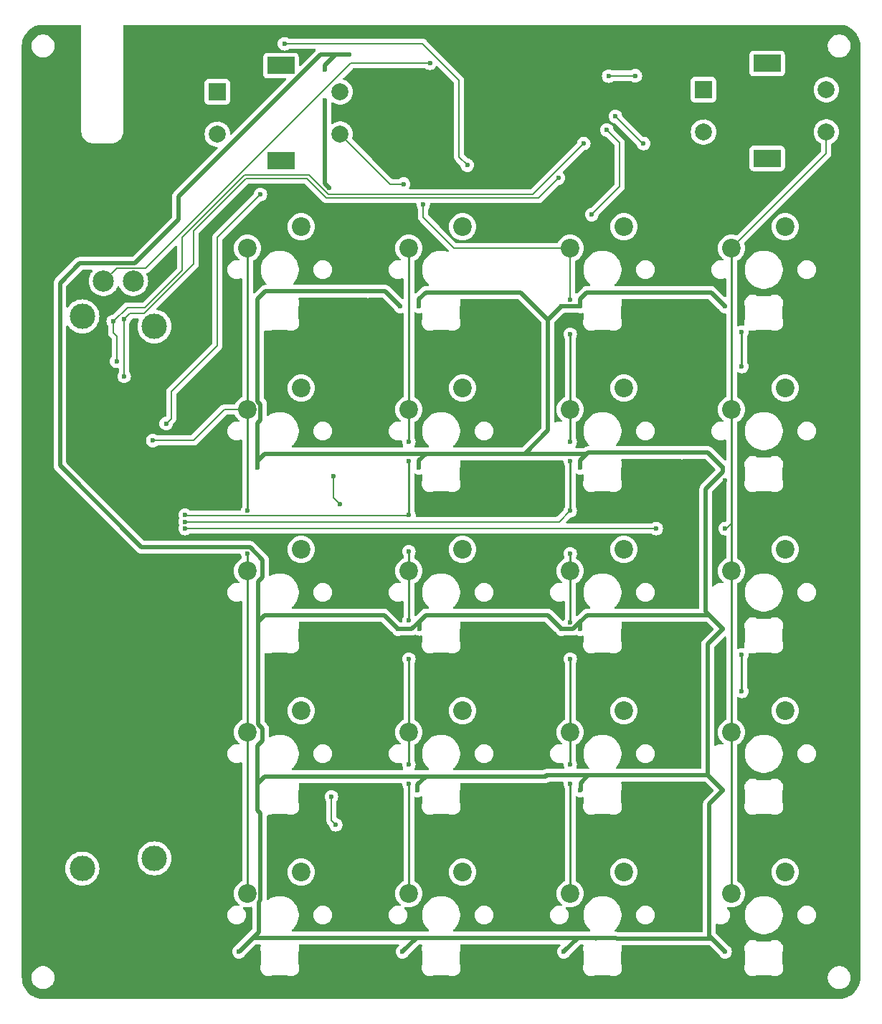
<source format=gbr>
%TF.GenerationSoftware,KiCad,Pcbnew,8.0.0*%
%TF.CreationDate,2024-11-26T10:36:05-05:00*%
%TF.ProjectId,macropad,6d616372-6f70-4616-942e-6b696361645f,v1.0*%
%TF.SameCoordinates,Original*%
%TF.FileFunction,Copper,L1,Top*%
%TF.FilePolarity,Positive*%
%FSLAX46Y46*%
G04 Gerber Fmt 4.6, Leading zero omitted, Abs format (unit mm)*
G04 Created by KiCad (PCBNEW 8.0.0) date 2024-11-26 10:36:05*
%MOMM*%
%LPD*%
G01*
G04 APERTURE LIST*
%TA.AperFunction,ComponentPad*%
%ADD10C,2.200000*%
%TD*%
%TA.AperFunction,ComponentPad*%
%ADD11R,2.000000X2.000000*%
%TD*%
%TA.AperFunction,ComponentPad*%
%ADD12C,2.000000*%
%TD*%
%TA.AperFunction,ComponentPad*%
%ADD13R,3.200000X2.000000*%
%TD*%
%TA.AperFunction,ComponentPad*%
%ADD14C,3.000000*%
%TD*%
%TA.AperFunction,ComponentPad*%
%ADD15C,2.500000*%
%TD*%
%TA.AperFunction,ViaPad*%
%ADD16C,0.600000*%
%TD*%
%TA.AperFunction,Conductor*%
%ADD17C,0.500000*%
%TD*%
%TA.AperFunction,Conductor*%
%ADD18C,0.200000*%
%TD*%
%TA.AperFunction,Conductor*%
%ADD19C,0.250000*%
%TD*%
G04 APERTURE END LIST*
D10*
%TO.P,SW13,1,1*%
%TO.N,Net-(D13-A)*%
X89430000Y-115177402D03*
%TO.P,SW13,2,2*%
%TO.N,/COL1*%
X83080000Y-117717402D03*
%TD*%
D11*
%TO.P,SW21,A,A*%
%TO.N,Net-(R4-Pad1)*%
X79524000Y-42105402D03*
D12*
%TO.P,SW21,B,B*%
%TO.N,Net-(R5-Pad2)*%
X79524000Y-47105402D03*
%TO.P,SW21,C,C*%
%TO.N,GND*%
X79524000Y-44605402D03*
D13*
%TO.P,SW21,MP*%
%TO.N,N/C*%
X87024000Y-39005402D03*
X87024000Y-50205402D03*
D12*
%TO.P,SW21,S1,S1*%
%TO.N,/COL3*%
X94024000Y-47105402D03*
%TO.P,SW21,S2,S2*%
%TO.N,Net-(D21-A)*%
X94024000Y-42105402D03*
%TD*%
D10*
%TO.P,SW12,1,1*%
%TO.N,Net-(D12-A)*%
X146580000Y-96127402D03*
%TO.P,SW12,2,2*%
%TO.N,/COL4*%
X140230000Y-98667402D03*
%TD*%
%TO.P,SW4,1,1*%
%TO.N,Net-(D4-A)*%
X146580000Y-58027402D03*
%TO.P,SW4,2,2*%
%TO.N,/COL4*%
X140230000Y-60567402D03*
%TD*%
%TO.P,SW15,1,1*%
%TO.N,Net-(D15-A)*%
X127530000Y-115177402D03*
%TO.P,SW15,2,2*%
%TO.N,/COL3*%
X121180000Y-117717402D03*
%TD*%
%TO.P,SW18,1,1*%
%TO.N,Net-(D18-A)*%
X108480000Y-134227402D03*
%TO.P,SW18,2,2*%
%TO.N,/COL2*%
X102130000Y-136767402D03*
%TD*%
%TO.P,SW14,1,1*%
%TO.N,Net-(D14-A)*%
X108480000Y-115177402D03*
%TO.P,SW14,2,2*%
%TO.N,/COL2*%
X102130000Y-117717402D03*
%TD*%
%TO.P,SW2,1,1*%
%TO.N,Net-(D2-A)*%
X108480000Y-58027402D03*
%TO.P,SW2,2,2*%
%TO.N,/COL2*%
X102130000Y-60567402D03*
%TD*%
D11*
%TO.P,SW22,A,A*%
%TO.N,Net-(R7-Pad1)*%
X136928000Y-41851402D03*
D12*
%TO.P,SW22,B,B*%
%TO.N,Net-(R10-Pad2)*%
X136928000Y-46851402D03*
%TO.P,SW22,C,C*%
%TO.N,GND*%
X136928000Y-44351402D03*
D13*
%TO.P,SW22,MP*%
%TO.N,N/C*%
X144428000Y-38751402D03*
X144428000Y-49951402D03*
D12*
%TO.P,SW22,S1,S1*%
%TO.N,/COL4*%
X151428000Y-46851402D03*
%TO.P,SW22,S2,S2*%
%TO.N,Net-(D22-A)*%
X151428000Y-41851402D03*
%TD*%
D10*
%TO.P,SW6,1,1*%
%TO.N,Net-(D6-A)*%
X108480000Y-77077402D03*
%TO.P,SW6,2,2*%
%TO.N,/COL2*%
X102130000Y-79617402D03*
%TD*%
%TO.P,SW7,1,1*%
%TO.N,Net-(D7-A)*%
X127530000Y-77077402D03*
%TO.P,SW7,2,2*%
%TO.N,/COL3*%
X121180000Y-79617402D03*
%TD*%
%TO.P,SW11,1,1*%
%TO.N,Net-(D11-A)*%
X127530000Y-96127402D03*
%TO.P,SW11,2,2*%
%TO.N,/COL3*%
X121180000Y-98667402D03*
%TD*%
%TO.P,SW3,1,1*%
%TO.N,Net-(D3-A)*%
X127530000Y-58027402D03*
%TO.P,SW3,2,2*%
%TO.N,/COL3*%
X121180000Y-60567402D03*
%TD*%
%TO.P,SW5,1,1*%
%TO.N,Net-(D5-A)*%
X89430000Y-77077402D03*
%TO.P,SW5,2,2*%
%TO.N,/COL1*%
X83080000Y-79617402D03*
%TD*%
%TO.P,SW16,1,1*%
%TO.N,Net-(D16-A)*%
X146580000Y-115177402D03*
%TO.P,SW16,2,2*%
%TO.N,/COL4*%
X140230000Y-117717402D03*
%TD*%
%TO.P,SW17,1,1*%
%TO.N,Net-(D17-A)*%
X89430000Y-134227402D03*
%TO.P,SW17,2,2*%
%TO.N,/COL1*%
X83080000Y-136767402D03*
%TD*%
D14*
%TO.P,RV1,*%
%TO.N,*%
X63590000Y-68607402D03*
X72090000Y-69807402D03*
X72090000Y-132607402D03*
X63590000Y-133807402D03*
D15*
%TO.P,RV1,1,1*%
%TO.N,+3V3*%
X69590000Y-64457402D03*
%TO.P,RV1,2,2*%
%TO.N,/SLIDE*%
X66090000Y-64457402D03*
%TO.P,RV1,3,3*%
%TO.N,GND*%
X69590000Y-137957402D03*
%TD*%
D10*
%TO.P,SW1,1,1*%
%TO.N,Net-(D1-A)*%
X89430000Y-58027402D03*
%TO.P,SW1,2,2*%
%TO.N,/COL1*%
X83080000Y-60567402D03*
%TD*%
%TO.P,SW10,1,1*%
%TO.N,Net-(D10-A)*%
X108480000Y-96127402D03*
%TO.P,SW10,2,2*%
%TO.N,/COL2*%
X102130000Y-98667402D03*
%TD*%
%TO.P,SW8,1,1*%
%TO.N,Net-(D8-A)*%
X146580000Y-77077402D03*
%TO.P,SW8,2,2*%
%TO.N,/COL4*%
X140230000Y-79617402D03*
%TD*%
%TO.P,SW20,1,1*%
%TO.N,Net-(D20-A)*%
X146580000Y-134227402D03*
%TO.P,SW20,2,2*%
%TO.N,/COL4*%
X140230000Y-136767402D03*
%TD*%
%TO.P,SW19,1,1*%
%TO.N,Net-(D19-A)*%
X127530000Y-134227402D03*
%TO.P,SW19,2,2*%
%TO.N,/COL3*%
X121180000Y-136767402D03*
%TD*%
%TO.P,SW9,1,1*%
%TO.N,Net-(D9-A)*%
X89430000Y-96127402D03*
%TO.P,SW9,2,2*%
%TO.N,/COL1*%
X83080000Y-98667402D03*
%TD*%
D16*
%TO.N,GND*%
X122450000Y-130925402D03*
X109496000Y-127623402D03*
X111782000Y-68695402D03*
X86382000Y-98413402D03*
X92224000Y-106541402D03*
X73631200Y-37453402D03*
X70024400Y-79439602D03*
X149120000Y-107303402D03*
X82064000Y-107303402D03*
X90954000Y-73775402D03*
X81810000Y-145403402D03*
X143786000Y-59805402D03*
X87906000Y-111875402D03*
X70626900Y-82507602D03*
X138960000Y-108573402D03*
X116608000Y-87999402D03*
X139468000Y-87999402D03*
X128546000Y-127623402D03*
X100860000Y-145403402D03*
X91716000Y-67933402D03*
X130324000Y-144895402D03*
X141500000Y-102731402D03*
X97304000Y-125591402D03*
X111274000Y-144387402D03*
X136115200Y-146800402D03*
X136166000Y-70473402D03*
X120164000Y-126099402D03*
X120164000Y-145657402D03*
X152168000Y-59805402D03*
X127784000Y-64631402D03*
X91716000Y-60567402D03*
X119910000Y-73775402D03*
X149120000Y-67933402D03*
X111274000Y-106795402D03*
X128546000Y-89523402D03*
X116608000Y-70473402D03*
X138706000Y-96127402D03*
X130324000Y-68441402D03*
X91970000Y-144641402D03*
X120164000Y-68949402D03*
X97812000Y-70219402D03*
X130070000Y-107049402D03*
X113814000Y-74029402D03*
X135404000Y-57773402D03*
X138960000Y-114923402D03*
X110004000Y-89523402D03*
X66265200Y-77280602D03*
X117370000Y-108319402D03*
X144294000Y-111875402D03*
X100860000Y-107303402D03*
%TO.N,+5V*%
X84350000Y-105525402D03*
X120164000Y-67437401D03*
X95094200Y-37682002D03*
X134388000Y-84697402D03*
X101368000Y-143637401D03*
X122390000Y-67437401D03*
X103340000Y-67437401D03*
X120164000Y-105537401D03*
X103340000Y-86487401D03*
X82064000Y-143637401D03*
X139468000Y-67437401D03*
X122390000Y-124587401D03*
X103146000Y-124587401D03*
X84290000Y-86487401D03*
X84290000Y-124587401D03*
X92732000Y-53455402D03*
X139214000Y-86487401D03*
X122390000Y-86487401D03*
X92224000Y-43143002D03*
X122390000Y-105537401D03*
X103400000Y-105525402D03*
X101114000Y-67437401D03*
X97304000Y-65647402D03*
X139214000Y-105537401D03*
X84290000Y-67437401D03*
X120418000Y-143637401D03*
X139468000Y-143637401D03*
X100860000Y-105537401D03*
X139214000Y-124587401D03*
X92224000Y-39485402D03*
%TO.N,/ENC_A*%
X109038800Y-50763002D03*
X87448800Y-36425402D03*
%TO.N,/ENC2_A*%
X125726600Y-40247402D03*
X128876200Y-40196602D03*
%TO.N,/ENC2_B*%
X129841400Y-48197602D03*
X126514000Y-44997202D03*
%TO.N,/ROW2*%
X93240000Y-87491402D03*
X94002000Y-90793402D03*
%TO.N,/ROW4*%
X92986000Y-125337402D03*
X93494000Y-128639402D03*
%TO.N,/ROW6*%
X84604000Y-54217402D03*
X73478800Y-81268402D03*
%TO.N,/SDA*%
X67230400Y-69203402D03*
X122780200Y-48197602D03*
X67636800Y-73927802D03*
%TO.N,/SCL*%
X119808400Y-52287002D03*
X68500400Y-68974802D03*
X68525800Y-75680402D03*
%TO.N,Net-(LED4-DOUT)*%
X141440000Y-70473402D03*
X141440000Y-74537402D03*
%TO.N,Net-(LED12-DOUT)*%
X141440000Y-108573402D03*
X141440000Y-112891402D03*
%TO.N,/COL1*%
X83080000Y-91555402D03*
X83080000Y-96635402D03*
X71896900Y-83269602D03*
%TO.N,/COL2*%
X102130000Y-92063402D03*
X102130000Y-83427402D03*
X102130000Y-109081402D03*
X102130000Y-104509402D03*
X102130000Y-123813402D03*
X75714000Y-92063402D03*
X102130000Y-96381402D03*
X102130000Y-85713402D03*
X102130000Y-121527402D03*
%TO.N,/COL3*%
X103831800Y-55395402D03*
X121180000Y-91555402D03*
X121180000Y-96635402D03*
X121180000Y-109081402D03*
X121180000Y-85713402D03*
X121180000Y-123813402D03*
X121180000Y-70727402D03*
X101495000Y-52998202D03*
X121180000Y-121527402D03*
X121180000Y-66663402D03*
X75714000Y-92863405D03*
X121180000Y-104763402D03*
X121180000Y-83427402D03*
%TO.N,/COL4*%
X131340000Y-93663408D03*
X139468000Y-93663408D03*
X75714000Y-93663408D03*
%TO.N,/LED*%
X123720000Y-56595402D03*
X125498000Y-46597402D03*
%TO.N,/SLIDE*%
X104619200Y-38723402D03*
%TD*%
D17*
%TO.N,+5V*%
X84630000Y-80881868D02*
X84290000Y-81221868D01*
X126514267Y-142005802D02*
X126157462Y-141992444D01*
X85061530Y-84842484D02*
X99215083Y-84842484D01*
X120164000Y-67437401D02*
X122390000Y-67437401D01*
X84326150Y-116771520D02*
X84858000Y-117303370D01*
X84630000Y-127277502D02*
X84290000Y-126937502D01*
X92224000Y-52947402D02*
X92732000Y-53455402D01*
X84507377Y-85447791D02*
X84732965Y-85171049D01*
X84323633Y-104630381D02*
X85061570Y-103892444D01*
X105178000Y-84842444D02*
X118519043Y-84842444D01*
X137424001Y-107327400D02*
X137424001Y-122797402D01*
X84290000Y-81221868D02*
X84290000Y-86487401D01*
X103373633Y-104630381D02*
X104111530Y-103892484D01*
X103373633Y-105499035D02*
X103373633Y-104630381D01*
X105177960Y-84842484D02*
X105178000Y-84842444D01*
X126771395Y-142091177D02*
X126514267Y-142005802D01*
X124336958Y-141992444D02*
X124228000Y-142101402D01*
X124119042Y-141992444D02*
X123212000Y-141992444D01*
X103340000Y-85614014D02*
X104111570Y-84842444D01*
X103340000Y-67437401D02*
X103340000Y-66564014D01*
X84350000Y-105525402D02*
X84326150Y-105549252D01*
X84507377Y-123547791D02*
X84732965Y-123271049D01*
X115311043Y-65792444D02*
X118560000Y-69041401D01*
X84630000Y-78975370D02*
X84630000Y-80881868D01*
X84290000Y-85665168D02*
X84507377Y-85447791D01*
X139214000Y-86983402D02*
X137182000Y-89015402D01*
X122062957Y-141992444D02*
X120418000Y-143637401D01*
X122390000Y-66536402D02*
X122390000Y-67437401D01*
X123306612Y-122797402D02*
X137424001Y-122797402D01*
X139468000Y-143637401D02*
X137921776Y-142091177D01*
X84290000Y-86487401D02*
X84290000Y-85665168D01*
X85206612Y-65647402D02*
X97304000Y-65647402D01*
X103012917Y-141992484D02*
X103012957Y-141992444D01*
X84326150Y-105501552D02*
X84350000Y-105525402D01*
X118519083Y-103892484D02*
X120164000Y-105537401D01*
X70579000Y-95885402D02*
X83390661Y-95885402D01*
X122390000Y-105537401D02*
X122390000Y-104664014D01*
X137182000Y-103892444D02*
X137569043Y-103892444D01*
X84858000Y-117303370D02*
X84858000Y-118753868D01*
X99215083Y-84842484D02*
X105177960Y-84842484D01*
X99324001Y-65647402D02*
X101114000Y-67437401D01*
X120164000Y-67437401D02*
X118560000Y-69041401D01*
X84326150Y-105549252D02*
X84326150Y-116771520D01*
X104416000Y-122942444D02*
X118265043Y-122942444D01*
X118560000Y-82077644D02*
X115795200Y-84842444D01*
X60940000Y-64682402D02*
X60940000Y-86246402D01*
X84732965Y-123271049D02*
X85061570Y-122942444D01*
X84390000Y-137743402D02*
X84630000Y-137503402D01*
X123133918Y-65792484D02*
X122390000Y-66536402D01*
X118560000Y-69041401D02*
X118560000Y-82077644D01*
X74940000Y-57182402D02*
X69765000Y-62357402D01*
X137424001Y-84697402D02*
X139214000Y-86487401D01*
X102466613Y-105537401D02*
X103373633Y-104630381D01*
X118410085Y-122797402D02*
X123306612Y-122797402D01*
X122423633Y-124515990D02*
X122423633Y-123680381D01*
X137569043Y-103892444D02*
X139214000Y-105537401D01*
X84732965Y-85171049D02*
X85061530Y-84842484D01*
X137182000Y-89015402D02*
X137182000Y-103505401D01*
X122390000Y-85614014D02*
X123306612Y-84697402D01*
X84290000Y-124321402D02*
X84290000Y-123765168D01*
X122390000Y-104664014D02*
X123161570Y-103892444D01*
X69765000Y-62357402D02*
X63265000Y-62357402D01*
X60940000Y-86246402D02*
X70579000Y-95885402D01*
X82196999Y-143504401D02*
X82064000Y-143637401D01*
X84290000Y-67437401D02*
X84290000Y-78635370D01*
X122390000Y-124587401D02*
X122442522Y-124534879D01*
X99215043Y-103892444D02*
X100860000Y-105537401D01*
X104111570Y-84842444D02*
X105178000Y-84842444D01*
X85061570Y-103892444D02*
X99215043Y-103892444D01*
X139468000Y-143637401D02*
X137610000Y-141779401D01*
X118560000Y-84883401D02*
X123120613Y-84883401D01*
X84290000Y-67437401D02*
X84290000Y-66564014D01*
X84390000Y-141311400D02*
X84390000Y-137743402D01*
X103146000Y-123908014D02*
X104111570Y-122942444D01*
X93494000Y-37707402D02*
X91704000Y-37707402D01*
X93494000Y-37707402D02*
X95068800Y-37707402D01*
X103146000Y-124587401D02*
X103146000Y-123908014D01*
X84290000Y-119321868D02*
X84290000Y-124321402D01*
X103340000Y-66564014D02*
X104111570Y-65792444D01*
X124228000Y-142101402D02*
X124119042Y-141992444D01*
X103400000Y-105525402D02*
X103373633Y-105499035D01*
X122423633Y-123680381D02*
X123306612Y-122797402D01*
X82196999Y-143504401D02*
X84390000Y-141311400D01*
X91704000Y-37707402D02*
X74940000Y-54471402D01*
X104111570Y-122942444D02*
X104416000Y-122942444D01*
X103340000Y-86487401D02*
X103340000Y-85614014D01*
X84290000Y-66564014D02*
X85206612Y-65647402D01*
X104111530Y-103892484D02*
X118519083Y-103892484D01*
X85061570Y-122942444D02*
X99215043Y-122942444D01*
X123212000Y-141992444D02*
X122062957Y-141992444D01*
X118640000Y-141992444D02*
X103012957Y-141992444D01*
X122442522Y-124534879D02*
X122423633Y-124515990D01*
X92224000Y-38977402D02*
X93494000Y-37707402D01*
X84290000Y-78635370D02*
X84630000Y-78975370D01*
X84326150Y-99961252D02*
X84326150Y-105501552D01*
X63265000Y-62357402D02*
X60940000Y-64682402D01*
X139214000Y-105537401D02*
X137424001Y-107327400D01*
X139468000Y-67437401D02*
X137823083Y-65792484D01*
X137424001Y-122797402D02*
X139214000Y-124587401D01*
X104111570Y-65792444D02*
X115311043Y-65792444D01*
X137921776Y-142091177D02*
X126771395Y-142091177D01*
X84858000Y-99429402D02*
X84326150Y-99961252D01*
X84290000Y-123765168D02*
X84507377Y-123547791D01*
X84290000Y-126937502D02*
X84290000Y-124587401D01*
X84858000Y-97352741D02*
X84858000Y-99429402D01*
X99723083Y-141992484D02*
X103012917Y-141992484D01*
X83708917Y-141992484D02*
X82196999Y-143504401D01*
X84630000Y-137503402D02*
X84630000Y-127277502D01*
X83390661Y-95885402D02*
X84858000Y-97352741D01*
X121516613Y-105537401D02*
X122390000Y-104664014D01*
X118265043Y-122942444D02*
X118410085Y-122797402D01*
X74940000Y-54471402D02*
X74940000Y-57182402D01*
X92224000Y-39485402D02*
X92224000Y-38977402D01*
X139214000Y-86487401D02*
X139214000Y-86983402D01*
X134388000Y-84697402D02*
X137424001Y-84697402D01*
X100860000Y-105537401D02*
X102466613Y-105537401D01*
X123306612Y-84697402D02*
X134388000Y-84697402D01*
X84858000Y-118753868D02*
X84290000Y-119321868D01*
X84350000Y-105525402D02*
X84323633Y-105499035D01*
X120164000Y-105537401D02*
X121516613Y-105537401D01*
X99215043Y-122942444D02*
X104416000Y-122942444D01*
X84290000Y-124587401D02*
X84290000Y-124321402D01*
X103012957Y-141992444D02*
X101368000Y-143637401D01*
X137823083Y-65792484D02*
X123133918Y-65792484D01*
X92224000Y-43143002D02*
X92224000Y-52947402D01*
X137610000Y-126191401D02*
X139214000Y-124587401D01*
X97304000Y-65647402D02*
X99324001Y-65647402D01*
X123161570Y-103892444D02*
X137182000Y-103892444D01*
X118640000Y-141992444D02*
X123212000Y-141992444D01*
X118519043Y-84842444D02*
X118560000Y-84883401D01*
X95068800Y-37707402D02*
X95094200Y-37682002D01*
X122390000Y-86487401D02*
X122390000Y-85614014D01*
X137182000Y-103505401D02*
X137569043Y-103892444D01*
X137610000Y-141779401D02*
X137610000Y-126191401D01*
X123120613Y-84883401D02*
X123306612Y-84697402D01*
X84323633Y-105499035D02*
X84323633Y-104630381D01*
X126157462Y-141992444D02*
X124336958Y-141992444D01*
X99723083Y-141992484D02*
X83708917Y-141992484D01*
D18*
%TO.N,/ENC_A*%
X108073600Y-49797802D02*
X109038800Y-50763002D01*
X103743600Y-36425402D02*
X108073600Y-40755402D01*
X87448800Y-36425402D02*
X103743600Y-36425402D01*
X108073600Y-40755402D02*
X108073600Y-49797802D01*
%TO.N,/ENC2_A*%
X125777400Y-40196602D02*
X128876200Y-40196602D01*
X125726600Y-40247402D02*
X125777400Y-40196602D01*
%TO.N,/ENC2_B*%
X129841400Y-48197602D02*
X129714400Y-48197602D01*
X129714400Y-48197602D02*
X126514000Y-44997202D01*
%TO.N,/ROW2*%
X93240000Y-90031402D02*
X94002000Y-90793402D01*
X93240000Y-87491402D02*
X93240000Y-90031402D01*
%TO.N,/ROW4*%
X92986000Y-125337402D02*
X92986000Y-128131402D01*
X92986000Y-128131402D02*
X93494000Y-128639402D01*
%TO.N,/ROW6*%
X73478800Y-81268402D02*
X74063000Y-80684202D01*
X74063000Y-77518402D02*
X79524000Y-72057402D01*
X79524000Y-72057402D02*
X79524000Y-59297402D01*
X74063000Y-80684202D02*
X74063000Y-77518402D01*
X79524000Y-59297402D02*
X84604000Y-54217402D01*
%TO.N,/SDA*%
X67230400Y-70575002D02*
X67636800Y-70981402D01*
X71002300Y-67565102D02*
X75358400Y-63209002D01*
X75358400Y-59312473D02*
X82739471Y-51931402D01*
X82739471Y-51931402D02*
X90359471Y-51931402D01*
X67255800Y-69203402D02*
X68894100Y-67565102D01*
X90359471Y-51931402D02*
X92645471Y-54217402D01*
X92645471Y-54217402D02*
X116760400Y-54217402D01*
X116760400Y-54217402D02*
X122780200Y-48197602D01*
X75358400Y-63209002D02*
X75358400Y-59312473D01*
X67230400Y-69203402D02*
X67230400Y-70575002D01*
X67636800Y-70981402D02*
X67636800Y-73927802D01*
X68894100Y-67565102D02*
X71002300Y-67565102D01*
X67230400Y-69203402D02*
X67255800Y-69203402D01*
%TO.N,/SCL*%
X117478000Y-54617402D02*
X119808400Y-52287002D01*
X69211600Y-68263602D02*
X70869486Y-68263602D01*
X68500400Y-75655002D02*
X68500400Y-68974802D01*
X68525800Y-75680402D02*
X68500400Y-75655002D01*
X76715578Y-58520981D02*
X82905157Y-52331402D01*
X92370000Y-54617402D02*
X117478000Y-54617402D01*
X82905157Y-52331402D02*
X90084000Y-52331402D01*
X76715578Y-62417510D02*
X76715578Y-58520981D01*
X68500400Y-68974802D02*
X69211600Y-68263602D01*
X70869486Y-68263602D02*
X76715578Y-62417510D01*
X90084000Y-52331402D02*
X92370000Y-54617402D01*
D19*
%TO.N,Net-(LED4-DOUT)*%
X141440000Y-70473402D02*
X141440000Y-74537402D01*
%TO.N,Net-(LED12-DOUT)*%
X141440000Y-108573402D02*
X141440000Y-112891402D01*
D18*
%TO.N,/COL1*%
X83080000Y-79617402D02*
X80336800Y-79617402D01*
D19*
X83080000Y-96635402D02*
X83080000Y-117717402D01*
X83080000Y-60567402D02*
X83080000Y-91555402D01*
D18*
X76684600Y-83269602D02*
X71896900Y-83269602D01*
X80336800Y-79617402D02*
X76684600Y-83269602D01*
D19*
X83080000Y-136767402D02*
X83080000Y-117717402D01*
D18*
%TO.N,/COL2*%
X102038000Y-92155402D02*
X75806000Y-92155402D01*
D19*
X102130000Y-96381402D02*
X102130000Y-104509402D01*
X102130000Y-109081402D02*
X102130000Y-121527402D01*
D18*
X75806000Y-92155402D02*
X75714000Y-92063402D01*
D19*
X102130000Y-123813402D02*
X102130000Y-136767402D01*
X102130000Y-83427402D02*
X102130000Y-60567402D01*
D18*
X102130000Y-92063402D02*
X102038000Y-92155402D01*
D19*
X102130000Y-92063402D02*
X102130000Y-85713402D01*
D18*
%TO.N,/COL3*%
X121180000Y-66663402D02*
X121180000Y-60567402D01*
X121180000Y-91555402D02*
X119871997Y-92863405D01*
D19*
X121180000Y-104763402D02*
X121180000Y-96635402D01*
D18*
X99916800Y-52998202D02*
X101495000Y-52998202D01*
X119871997Y-92863405D02*
X75714000Y-92863405D01*
D19*
X121180000Y-83427402D02*
X121180000Y-70727402D01*
D18*
X103831800Y-56913202D02*
X107486000Y-60567402D01*
X107486000Y-60567402D02*
X121180000Y-60567402D01*
D19*
X121180000Y-136767402D02*
X121180000Y-123813402D01*
D18*
X94024000Y-47105402D02*
X99916800Y-52998202D01*
X103831800Y-55395402D02*
X103831800Y-56913202D01*
D19*
X121180000Y-121527402D02*
X121180000Y-109081402D01*
X121180000Y-91555402D02*
X121180000Y-85713402D01*
%TO.N,/COL4*%
X140230000Y-93079402D02*
X140230000Y-136767402D01*
X140230000Y-60567402D02*
X140230000Y-93079402D01*
D18*
X139468000Y-93663408D02*
X139645994Y-93663408D01*
X151428000Y-49369402D02*
X140230000Y-60567402D01*
X151428000Y-46851402D02*
X151428000Y-49369402D01*
X75714000Y-93663408D02*
X131340000Y-93663408D01*
X139645994Y-93663408D02*
X140230000Y-93079402D01*
%TO.N,/LED*%
X127022000Y-48121402D02*
X127022000Y-53293402D01*
X127022000Y-53293402D02*
X123720000Y-56595402D01*
X125498000Y-46597402D02*
X127022000Y-48121402D01*
%TO.N,/SLIDE*%
X95272000Y-38723402D02*
X71088000Y-62907402D01*
X71088000Y-62907402D02*
X67640000Y-62907402D01*
X67640000Y-62907402D02*
X66090000Y-64457402D01*
X104619200Y-38723402D02*
X95272000Y-38723402D01*
%TD*%
%TA.AperFunction,Conductor*%
%TO.N,GND*%
G36*
X120332632Y-123567587D02*
G01*
X120378387Y-123620391D01*
X120388813Y-123685785D01*
X120374435Y-123813398D01*
X120374435Y-123813405D01*
X120394630Y-123992651D01*
X120394631Y-123992656D01*
X120454211Y-124162926D01*
X120520289Y-124268086D01*
X120531410Y-124285786D01*
X120535493Y-124292283D01*
X120554500Y-124358256D01*
X120554500Y-135211268D01*
X120534815Y-135278307D01*
X120482011Y-135324062D01*
X120477955Y-135325828D01*
X120451142Y-135336934D01*
X120451141Y-135336935D01*
X120236346Y-135468562D01*
X120236343Y-135468563D01*
X120044776Y-135632178D01*
X119881161Y-135823745D01*
X119881160Y-135823748D01*
X119749533Y-136038542D01*
X119653126Y-136271291D01*
X119594317Y-136516250D01*
X119574551Y-136767402D01*
X119594317Y-137018553D01*
X119653126Y-137263512D01*
X119749533Y-137496261D01*
X119881160Y-137711055D01*
X119881161Y-137711058D01*
X119881164Y-137711061D01*
X120044776Y-137902626D01*
X120158783Y-137999997D01*
X120196976Y-138058504D01*
X120197474Y-138128372D01*
X120160121Y-138187418D01*
X120096774Y-138216896D01*
X120058854Y-138216760D01*
X119996611Y-138206902D01*
X119823389Y-138206902D01*
X119783728Y-138213183D01*
X119652302Y-138233999D01*
X119487552Y-138287530D01*
X119333211Y-138366170D01*
X119253256Y-138424261D01*
X119193072Y-138467988D01*
X119193070Y-138467990D01*
X119193069Y-138467990D01*
X119070588Y-138590471D01*
X119070588Y-138590472D01*
X119070586Y-138590474D01*
X119026859Y-138650658D01*
X118968768Y-138730613D01*
X118890128Y-138884954D01*
X118836597Y-139049704D01*
X118819146Y-139159888D01*
X118809500Y-139220791D01*
X118809500Y-139394013D01*
X118836598Y-139565103D01*
X118890127Y-139729847D01*
X118968768Y-139884190D01*
X119070586Y-140024330D01*
X119193072Y-140146816D01*
X119333212Y-140248634D01*
X119487555Y-140327275D01*
X119652299Y-140380804D01*
X119823389Y-140407902D01*
X119823390Y-140407902D01*
X119996610Y-140407902D01*
X119996611Y-140407902D01*
X120167701Y-140380804D01*
X120332445Y-140327275D01*
X120486788Y-140248634D01*
X120626928Y-140146816D01*
X120749414Y-140024330D01*
X120851232Y-139884190D01*
X120929873Y-139729847D01*
X120983402Y-139565103D01*
X121010500Y-139394013D01*
X121010500Y-139220791D01*
X120983402Y-139049701D01*
X120929873Y-138884957D01*
X120851232Y-138730614D01*
X120749414Y-138590474D01*
X120691232Y-138532292D01*
X120657747Y-138470969D01*
X120662731Y-138401277D01*
X120704603Y-138345344D01*
X120770067Y-138320927D01*
X120807856Y-138324036D01*
X120928852Y-138353085D01*
X121180000Y-138372851D01*
X121431148Y-138353085D01*
X121676111Y-138294275D01*
X121908859Y-138197868D01*
X122123659Y-138066238D01*
X122315224Y-137902626D01*
X122478836Y-137711061D01*
X122610466Y-137496261D01*
X122706873Y-137263513D01*
X122765683Y-137018550D01*
X122785449Y-136767402D01*
X122765683Y-136516254D01*
X122706873Y-136271291D01*
X122610466Y-136038543D01*
X122610466Y-136038542D01*
X122478839Y-135823748D01*
X122478838Y-135823745D01*
X122337165Y-135657868D01*
X122315224Y-135632178D01*
X122154174Y-135494628D01*
X122123656Y-135468563D01*
X122123653Y-135468562D01*
X121908858Y-135336935D01*
X121908857Y-135336934D01*
X121882045Y-135325828D01*
X121827642Y-135281986D01*
X121805579Y-135215691D01*
X121805500Y-135211268D01*
X121805500Y-134227402D01*
X125924551Y-134227402D01*
X125944317Y-134478553D01*
X126003126Y-134723512D01*
X126099533Y-134956261D01*
X126231160Y-135171055D01*
X126231161Y-135171058D01*
X126286604Y-135235973D01*
X126394776Y-135362626D01*
X126518811Y-135468562D01*
X126586343Y-135526240D01*
X126586346Y-135526241D01*
X126801140Y-135657868D01*
X126979559Y-135731771D01*
X127033889Y-135754275D01*
X127278852Y-135813085D01*
X127530000Y-135832851D01*
X127781148Y-135813085D01*
X128026111Y-135754275D01*
X128258859Y-135657868D01*
X128473659Y-135526238D01*
X128665224Y-135362626D01*
X128828836Y-135171061D01*
X128960466Y-134956261D01*
X129056873Y-134723513D01*
X129115683Y-134478550D01*
X129135449Y-134227402D01*
X129115683Y-133976254D01*
X129056873Y-133731291D01*
X129040481Y-133691717D01*
X128960466Y-133498542D01*
X128828839Y-133283748D01*
X128828838Y-133283745D01*
X128733773Y-133172439D01*
X128665224Y-133092178D01*
X128527131Y-132974235D01*
X128473656Y-132928563D01*
X128473653Y-132928562D01*
X128258859Y-132796935D01*
X128026110Y-132700528D01*
X127781151Y-132641719D01*
X127530000Y-132621953D01*
X127278848Y-132641719D01*
X127033889Y-132700528D01*
X126801140Y-132796935D01*
X126586346Y-132928562D01*
X126586343Y-132928563D01*
X126394776Y-133092178D01*
X126231161Y-133283745D01*
X126231160Y-133283748D01*
X126099533Y-133498542D01*
X126003126Y-133731291D01*
X125944317Y-133976250D01*
X125924551Y-134227402D01*
X121805500Y-134227402D01*
X121805500Y-125389904D01*
X121825185Y-125322865D01*
X121877989Y-125277110D01*
X121947147Y-125267166D01*
X121995469Y-125284909D01*
X122040476Y-125313189D01*
X122040478Y-125313190D01*
X122210745Y-125372769D01*
X122210750Y-125372770D01*
X122389996Y-125392966D01*
X122390000Y-125392966D01*
X122390004Y-125392966D01*
X122569249Y-125372770D01*
X122569252Y-125372769D01*
X122569255Y-125372769D01*
X122569256Y-125372768D01*
X122569259Y-125372768D01*
X122615543Y-125356572D01*
X122624545Y-125353421D01*
X122694324Y-125349859D01*
X122754952Y-125384587D01*
X122787179Y-125446581D01*
X122789501Y-125470463D01*
X122789501Y-126011823D01*
X122777298Y-126065464D01*
X122776395Y-126067346D01*
X122776322Y-126067499D01*
X122757728Y-126106114D01*
X122757413Y-126106897D01*
X122750017Y-126122308D01*
X122750015Y-126122314D01*
X122701900Y-126298455D01*
X122701899Y-126298463D01*
X122698635Y-126336938D01*
X122687118Y-126472704D01*
X122686464Y-126480408D01*
X122704219Y-126662142D01*
X122704220Y-126662145D01*
X122754581Y-126837665D01*
X122754582Y-126837668D01*
X122754583Y-126837670D01*
X122835881Y-127001167D01*
X122945438Y-127147254D01*
X122945439Y-127147255D01*
X122945440Y-127147256D01*
X123079632Y-127271096D01*
X123234024Y-127368598D01*
X123360684Y-127419371D01*
X123403513Y-127436540D01*
X123403514Y-127436540D01*
X123403516Y-127436541D01*
X123582507Y-127472680D01*
X123582501Y-127472680D01*
X123598821Y-127472960D01*
X123765083Y-127475821D01*
X123945211Y-127445859D01*
X124116939Y-127383785D01*
X124131326Y-127375400D01*
X124132646Y-127374743D01*
X124138948Y-127371059D01*
X124138951Y-127371059D01*
X124166693Y-127354845D01*
X124229263Y-127337901D01*
X125710392Y-127337901D01*
X125710514Y-127337908D01*
X125718605Y-127337907D01*
X125718608Y-127337908D01*
X125750742Y-127337904D01*
X125813308Y-127354838D01*
X125847236Y-127374660D01*
X125848938Y-127375508D01*
X125863080Y-127383750D01*
X126034802Y-127445821D01*
X126214922Y-127475781D01*
X126395166Y-127472680D01*
X126397492Y-127472640D01*
X126576466Y-127436504D01*
X126576469Y-127436502D01*
X126576474Y-127436502D01*
X126745959Y-127368562D01*
X126900345Y-127271063D01*
X127034531Y-127147227D01*
X127144084Y-127001147D01*
X127225382Y-126837649D01*
X127275741Y-126662135D01*
X127293496Y-126480405D01*
X127278060Y-126298463D01*
X127229944Y-126122322D01*
X127222730Y-126107293D01*
X127222121Y-126105776D01*
X127218993Y-126099283D01*
X127218993Y-126099280D01*
X127202786Y-126065636D01*
X127190502Y-126011808D01*
X127190507Y-125974408D01*
X127190506Y-125974404D01*
X127190507Y-125966398D01*
X127190499Y-125966260D01*
X127190499Y-124708803D01*
X127190507Y-124708670D01*
X127190506Y-124700395D01*
X127190507Y-124700392D01*
X127190502Y-124662981D01*
X127199707Y-124622522D01*
X127200193Y-124615728D01*
X127202466Y-124610392D01*
X127202713Y-124609309D01*
X127204581Y-124605417D01*
X127204588Y-124605402D01*
X127204592Y-124605404D01*
X127204633Y-124605308D01*
X127219034Y-124575395D01*
X127219034Y-124575390D01*
X127222398Y-124568405D01*
X127222672Y-124567719D01*
X127229980Y-124552494D01*
X127278099Y-124376345D01*
X127293536Y-124194395D01*
X127275780Y-124012658D01*
X127225420Y-123837137D01*
X127189766Y-123765433D01*
X127170711Y-123727111D01*
X127158488Y-123658319D01*
X127185398Y-123593839D01*
X127242896Y-123554144D01*
X127281742Y-123547902D01*
X137061771Y-123547902D01*
X137128810Y-123567587D01*
X137149452Y-123584221D01*
X138064951Y-124499720D01*
X138098436Y-124561043D01*
X138093452Y-124630735D01*
X138064951Y-124675082D01*
X137027048Y-125712984D01*
X137007289Y-125742556D01*
X136987662Y-125771932D01*
X136944919Y-125835900D01*
X136944912Y-125835912D01*
X136888343Y-125972483D01*
X136888340Y-125972493D01*
X136859500Y-126117480D01*
X136859500Y-141216677D01*
X136839815Y-141283716D01*
X136787011Y-141329471D01*
X136735500Y-141340677D01*
X126912780Y-141340677D01*
X126873705Y-141334359D01*
X126796260Y-141308644D01*
X126783631Y-141303668D01*
X126760023Y-141292838D01*
X126725060Y-141284511D01*
X126714717Y-141281568D01*
X126680610Y-141270244D01*
X126654837Y-141267026D01*
X126641479Y-141264610D01*
X126616212Y-141258593D01*
X126616204Y-141258592D01*
X126580294Y-141257248D01*
X126569571Y-141256379D01*
X126533918Y-141251927D01*
X126533901Y-141251926D01*
X126525726Y-141252517D01*
X126457443Y-141237710D01*
X126408006Y-141188337D01*
X126393109Y-141120074D01*
X126417483Y-141054594D01*
X126441309Y-141030466D01*
X126477042Y-141003048D01*
X126685646Y-140794444D01*
X126865238Y-140560396D01*
X127012743Y-140304909D01*
X127125639Y-140032354D01*
X127201993Y-139747395D01*
X127240500Y-139454908D01*
X127240500Y-139394013D01*
X128969500Y-139394013D01*
X128996598Y-139565103D01*
X129050127Y-139729847D01*
X129128768Y-139884190D01*
X129230586Y-140024330D01*
X129353072Y-140146816D01*
X129493212Y-140248634D01*
X129647555Y-140327275D01*
X129812299Y-140380804D01*
X129983389Y-140407902D01*
X129983390Y-140407902D01*
X130156610Y-140407902D01*
X130156611Y-140407902D01*
X130327701Y-140380804D01*
X130492445Y-140327275D01*
X130646788Y-140248634D01*
X130786928Y-140146816D01*
X130909414Y-140024330D01*
X131011232Y-139884190D01*
X131089873Y-139729847D01*
X131143402Y-139565103D01*
X131170500Y-139394013D01*
X131170500Y-139220791D01*
X131143402Y-139049701D01*
X131089873Y-138884957D01*
X131011232Y-138730614D01*
X130909414Y-138590474D01*
X130786928Y-138467988D01*
X130646788Y-138366170D01*
X130492445Y-138287529D01*
X130327701Y-138234000D01*
X130327699Y-138233999D01*
X130327698Y-138233999D01*
X130196271Y-138213183D01*
X130156611Y-138206902D01*
X129983389Y-138206902D01*
X129943728Y-138213183D01*
X129812302Y-138233999D01*
X129647552Y-138287530D01*
X129493211Y-138366170D01*
X129413256Y-138424261D01*
X129353072Y-138467988D01*
X129353070Y-138467990D01*
X129353069Y-138467990D01*
X129230588Y-138590471D01*
X129230588Y-138590472D01*
X129230586Y-138590474D01*
X129186859Y-138650658D01*
X129128768Y-138730613D01*
X129050128Y-138884954D01*
X128996597Y-139049704D01*
X128979146Y-139159888D01*
X128969500Y-139220791D01*
X128969500Y-139394013D01*
X127240500Y-139394013D01*
X127240500Y-139159896D01*
X127201993Y-138867409D01*
X127125639Y-138582450D01*
X127012743Y-138309895D01*
X126988565Y-138268018D01*
X126865238Y-138054408D01*
X126685647Y-137820361D01*
X126685641Y-137820354D01*
X126477047Y-137611760D01*
X126477040Y-137611754D01*
X126242993Y-137432163D01*
X125987510Y-137284660D01*
X125987500Y-137284656D01*
X125714961Y-137171766D01*
X125714954Y-137171764D01*
X125714952Y-137171763D01*
X125429993Y-137095409D01*
X125381113Y-137088973D01*
X125137513Y-137056902D01*
X125137506Y-137056902D01*
X124842494Y-137056902D01*
X124842486Y-137056902D01*
X124564085Y-137093555D01*
X124550007Y-137095409D01*
X124265048Y-137171763D01*
X124265038Y-137171766D01*
X123992499Y-137284656D01*
X123992489Y-137284660D01*
X123737006Y-137432163D01*
X123502959Y-137611754D01*
X123502952Y-137611760D01*
X123294358Y-137820354D01*
X123294352Y-137820361D01*
X123114761Y-138054408D01*
X122967258Y-138309891D01*
X122967254Y-138309901D01*
X122854364Y-138582440D01*
X122854361Y-138582450D01*
X122778008Y-138867406D01*
X122778006Y-138867417D01*
X122739500Y-139159888D01*
X122739500Y-139454915D01*
X122771571Y-139698515D01*
X122778007Y-139747395D01*
X122852212Y-140024332D01*
X122854361Y-140032353D01*
X122854364Y-140032363D01*
X122967254Y-140304902D01*
X122967258Y-140304912D01*
X123114761Y-140560395D01*
X123294352Y-140794442D01*
X123294358Y-140794449D01*
X123502952Y-141003043D01*
X123502959Y-141003049D01*
X123524487Y-141019568D01*
X123565690Y-141075995D01*
X123569845Y-141145741D01*
X123535633Y-141206662D01*
X123473916Y-141239415D01*
X123449001Y-141241944D01*
X107480999Y-141241944D01*
X107413960Y-141222259D01*
X107368205Y-141169455D01*
X107358261Y-141100297D01*
X107387286Y-141036741D01*
X107405513Y-141019568D01*
X107410404Y-141015814D01*
X107427042Y-141003048D01*
X107635646Y-140794444D01*
X107815238Y-140560396D01*
X107962743Y-140304909D01*
X108075639Y-140032354D01*
X108151993Y-139747395D01*
X108190500Y-139454908D01*
X108190500Y-139394013D01*
X109919500Y-139394013D01*
X109946598Y-139565103D01*
X110000127Y-139729847D01*
X110078768Y-139884190D01*
X110180586Y-140024330D01*
X110303072Y-140146816D01*
X110443212Y-140248634D01*
X110597555Y-140327275D01*
X110762299Y-140380804D01*
X110933389Y-140407902D01*
X110933390Y-140407902D01*
X111106610Y-140407902D01*
X111106611Y-140407902D01*
X111277701Y-140380804D01*
X111442445Y-140327275D01*
X111596788Y-140248634D01*
X111736928Y-140146816D01*
X111859414Y-140024330D01*
X111961232Y-139884190D01*
X112039873Y-139729847D01*
X112093402Y-139565103D01*
X112120500Y-139394013D01*
X112120500Y-139220791D01*
X112093402Y-139049701D01*
X112039873Y-138884957D01*
X111961232Y-138730614D01*
X111859414Y-138590474D01*
X111736928Y-138467988D01*
X111596788Y-138366170D01*
X111442445Y-138287529D01*
X111277701Y-138234000D01*
X111277699Y-138233999D01*
X111277698Y-138233999D01*
X111146271Y-138213183D01*
X111106611Y-138206902D01*
X110933389Y-138206902D01*
X110893728Y-138213183D01*
X110762302Y-138233999D01*
X110597552Y-138287530D01*
X110443211Y-138366170D01*
X110363256Y-138424261D01*
X110303072Y-138467988D01*
X110303070Y-138467990D01*
X110303069Y-138467990D01*
X110180588Y-138590471D01*
X110180588Y-138590472D01*
X110180586Y-138590474D01*
X110136859Y-138650658D01*
X110078768Y-138730613D01*
X110000128Y-138884954D01*
X109946597Y-139049704D01*
X109929146Y-139159888D01*
X109919500Y-139220791D01*
X109919500Y-139394013D01*
X108190500Y-139394013D01*
X108190500Y-139159896D01*
X108151993Y-138867409D01*
X108075639Y-138582450D01*
X107962743Y-138309895D01*
X107938565Y-138268018D01*
X107815238Y-138054408D01*
X107635647Y-137820361D01*
X107635641Y-137820354D01*
X107427047Y-137611760D01*
X107427040Y-137611754D01*
X107192993Y-137432163D01*
X106937510Y-137284660D01*
X106937500Y-137284656D01*
X106664961Y-137171766D01*
X106664954Y-137171764D01*
X106664952Y-137171763D01*
X106379993Y-137095409D01*
X106331113Y-137088973D01*
X106087513Y-137056902D01*
X106087506Y-137056902D01*
X105792494Y-137056902D01*
X105792486Y-137056902D01*
X105514085Y-137093555D01*
X105500007Y-137095409D01*
X105215048Y-137171763D01*
X105215038Y-137171766D01*
X104942499Y-137284656D01*
X104942489Y-137284660D01*
X104687006Y-137432163D01*
X104452959Y-137611754D01*
X104452952Y-137611760D01*
X104244358Y-137820354D01*
X104244352Y-137820361D01*
X104064761Y-138054408D01*
X103917258Y-138309891D01*
X103917254Y-138309901D01*
X103804364Y-138582440D01*
X103804361Y-138582450D01*
X103728008Y-138867406D01*
X103728006Y-138867417D01*
X103689500Y-139159888D01*
X103689500Y-139454915D01*
X103721571Y-139698515D01*
X103728007Y-139747395D01*
X103802212Y-140024332D01*
X103804361Y-140032353D01*
X103804364Y-140032363D01*
X103917254Y-140304902D01*
X103917258Y-140304912D01*
X104064761Y-140560395D01*
X104244352Y-140794442D01*
X104244358Y-140794449D01*
X104452952Y-141003043D01*
X104452959Y-141003049D01*
X104474487Y-141019568D01*
X104515690Y-141075995D01*
X104519845Y-141145741D01*
X104485633Y-141206662D01*
X104423916Y-141239415D01*
X104399001Y-141241944D01*
X102933354Y-141241944D01*
X102932539Y-141241984D01*
X88430947Y-141241984D01*
X88363908Y-141222299D01*
X88318153Y-141169495D01*
X88308209Y-141100337D01*
X88337234Y-141036781D01*
X88355461Y-141019608D01*
X88362448Y-141014245D01*
X88377042Y-141003048D01*
X88585646Y-140794444D01*
X88765238Y-140560396D01*
X88912743Y-140304909D01*
X89025639Y-140032354D01*
X89101993Y-139747395D01*
X89140500Y-139454908D01*
X89140500Y-139394013D01*
X90869500Y-139394013D01*
X90896598Y-139565103D01*
X90950127Y-139729847D01*
X91028768Y-139884190D01*
X91130586Y-140024330D01*
X91253072Y-140146816D01*
X91393212Y-140248634D01*
X91547555Y-140327275D01*
X91712299Y-140380804D01*
X91883389Y-140407902D01*
X91883390Y-140407902D01*
X92056610Y-140407902D01*
X92056611Y-140407902D01*
X92227701Y-140380804D01*
X92392445Y-140327275D01*
X92546788Y-140248634D01*
X92686928Y-140146816D01*
X92809414Y-140024330D01*
X92911232Y-139884190D01*
X92989873Y-139729847D01*
X93043402Y-139565103D01*
X93070500Y-139394013D01*
X93070500Y-139220791D01*
X93043402Y-139049701D01*
X92989873Y-138884957D01*
X92911232Y-138730614D01*
X92809414Y-138590474D01*
X92686928Y-138467988D01*
X92546788Y-138366170D01*
X92392445Y-138287529D01*
X92227701Y-138234000D01*
X92227699Y-138233999D01*
X92227698Y-138233999D01*
X92096271Y-138213183D01*
X92056611Y-138206902D01*
X91883389Y-138206902D01*
X91843728Y-138213183D01*
X91712302Y-138233999D01*
X91547552Y-138287530D01*
X91393211Y-138366170D01*
X91313256Y-138424261D01*
X91253072Y-138467988D01*
X91253070Y-138467990D01*
X91253069Y-138467990D01*
X91130588Y-138590471D01*
X91130588Y-138590472D01*
X91130586Y-138590474D01*
X91086859Y-138650658D01*
X91028768Y-138730613D01*
X90950128Y-138884954D01*
X90896597Y-139049704D01*
X90879146Y-139159888D01*
X90869500Y-139220791D01*
X90869500Y-139394013D01*
X89140500Y-139394013D01*
X89140500Y-139159896D01*
X89101993Y-138867409D01*
X89025639Y-138582450D01*
X88912743Y-138309895D01*
X88888565Y-138268018D01*
X88765238Y-138054408D01*
X88585647Y-137820361D01*
X88585641Y-137820354D01*
X88377047Y-137611760D01*
X88377040Y-137611754D01*
X88142993Y-137432163D01*
X87887510Y-137284660D01*
X87887500Y-137284656D01*
X87614961Y-137171766D01*
X87614954Y-137171764D01*
X87614952Y-137171763D01*
X87329993Y-137095409D01*
X87281113Y-137088973D01*
X87037513Y-137056902D01*
X87037506Y-137056902D01*
X86742494Y-137056902D01*
X86742486Y-137056902D01*
X86464085Y-137093555D01*
X86450007Y-137095409D01*
X86165048Y-137171763D01*
X86165038Y-137171766D01*
X85892499Y-137284656D01*
X85892489Y-137284660D01*
X85637006Y-137432163D01*
X85579986Y-137475916D01*
X85514816Y-137501110D01*
X85446372Y-137487071D01*
X85396382Y-137438257D01*
X85380500Y-137377540D01*
X85380500Y-134227402D01*
X87824551Y-134227402D01*
X87844317Y-134478553D01*
X87903126Y-134723512D01*
X87999533Y-134956261D01*
X88131160Y-135171055D01*
X88131161Y-135171058D01*
X88186604Y-135235973D01*
X88294776Y-135362626D01*
X88418811Y-135468562D01*
X88486343Y-135526240D01*
X88486346Y-135526241D01*
X88701140Y-135657868D01*
X88879559Y-135731771D01*
X88933889Y-135754275D01*
X89178852Y-135813085D01*
X89430000Y-135832851D01*
X89681148Y-135813085D01*
X89926111Y-135754275D01*
X90158859Y-135657868D01*
X90373659Y-135526238D01*
X90565224Y-135362626D01*
X90728836Y-135171061D01*
X90860466Y-134956261D01*
X90956873Y-134723513D01*
X91015683Y-134478550D01*
X91035449Y-134227402D01*
X91015683Y-133976254D01*
X90956873Y-133731291D01*
X90940481Y-133691717D01*
X90860466Y-133498542D01*
X90728839Y-133283748D01*
X90728838Y-133283745D01*
X90633773Y-133172439D01*
X90565224Y-133092178D01*
X90427131Y-132974235D01*
X90373656Y-132928563D01*
X90373653Y-132928562D01*
X90158859Y-132796935D01*
X89926110Y-132700528D01*
X89681151Y-132641719D01*
X89430000Y-132621953D01*
X89178848Y-132641719D01*
X88933889Y-132700528D01*
X88701140Y-132796935D01*
X88486346Y-132928562D01*
X88486343Y-132928563D01*
X88294776Y-133092178D01*
X88131161Y-133283745D01*
X88131160Y-133283748D01*
X87999533Y-133498542D01*
X87903126Y-133731291D01*
X87844317Y-133976250D01*
X87824551Y-134227402D01*
X85380500Y-134227402D01*
X85380500Y-127597077D01*
X85400185Y-127530038D01*
X85452989Y-127484283D01*
X85506632Y-127473095D01*
X85665083Y-127475821D01*
X85845211Y-127445859D01*
X86016939Y-127383785D01*
X86031326Y-127375400D01*
X86032646Y-127374743D01*
X86038948Y-127371059D01*
X86038951Y-127371059D01*
X86066693Y-127354845D01*
X86129263Y-127337901D01*
X87610392Y-127337901D01*
X87610514Y-127337908D01*
X87618605Y-127337907D01*
X87618608Y-127337908D01*
X87650742Y-127337904D01*
X87713308Y-127354838D01*
X87747236Y-127374660D01*
X87748938Y-127375508D01*
X87763080Y-127383750D01*
X87934802Y-127445821D01*
X88114922Y-127475781D01*
X88295166Y-127472680D01*
X88297492Y-127472640D01*
X88476466Y-127436504D01*
X88476469Y-127436502D01*
X88476474Y-127436502D01*
X88645959Y-127368562D01*
X88800345Y-127271063D01*
X88934531Y-127147227D01*
X89044084Y-127001147D01*
X89125382Y-126837649D01*
X89175741Y-126662135D01*
X89193496Y-126480405D01*
X89178060Y-126298463D01*
X89129944Y-126122322D01*
X89122730Y-126107293D01*
X89122121Y-126105776D01*
X89118993Y-126099283D01*
X89118993Y-126099280D01*
X89102786Y-126065636D01*
X89090502Y-126011808D01*
X89090507Y-125974408D01*
X89090506Y-125974404D01*
X89090507Y-125966398D01*
X89090499Y-125966260D01*
X89090499Y-125337405D01*
X92180435Y-125337405D01*
X92200630Y-125516651D01*
X92200631Y-125516656D01*
X92260211Y-125686925D01*
X92276586Y-125712985D01*
X92353826Y-125835912D01*
X92356185Y-125839665D01*
X92358445Y-125842499D01*
X92359334Y-125844677D01*
X92359889Y-125845560D01*
X92359734Y-125845657D01*
X92384855Y-125907185D01*
X92385500Y-125919814D01*
X92385500Y-128044732D01*
X92385499Y-128044750D01*
X92385499Y-128210456D01*
X92385498Y-128210456D01*
X92426423Y-128363187D01*
X92452074Y-128407616D01*
X92452076Y-128407618D01*
X92505479Y-128500116D01*
X92505481Y-128500119D01*
X92624349Y-128618987D01*
X92624355Y-128618992D01*
X92663298Y-128657935D01*
X92696783Y-128719258D01*
X92698837Y-128731732D01*
X92708630Y-128818651D01*
X92768210Y-128988923D01*
X92864184Y-129141664D01*
X92991738Y-129269218D01*
X93144478Y-129365191D01*
X93314745Y-129424770D01*
X93314750Y-129424771D01*
X93493996Y-129444967D01*
X93494000Y-129444967D01*
X93494004Y-129444967D01*
X93673249Y-129424771D01*
X93673252Y-129424770D01*
X93673255Y-129424770D01*
X93843522Y-129365191D01*
X93996262Y-129269218D01*
X94123816Y-129141664D01*
X94219789Y-128988924D01*
X94279368Y-128818657D01*
X94289162Y-128731732D01*
X94299565Y-128639405D01*
X94299565Y-128639398D01*
X94279369Y-128460152D01*
X94279368Y-128460147D01*
X94219788Y-128289878D01*
X94169885Y-128210459D01*
X94123816Y-128137140D01*
X93996262Y-128009586D01*
X93843523Y-127913613D01*
X93669545Y-127852736D01*
X93612769Y-127812014D01*
X93587022Y-127747061D01*
X93586500Y-127735694D01*
X93586500Y-125919814D01*
X93606185Y-125852775D01*
X93613555Y-125842499D01*
X93615810Y-125839669D01*
X93615816Y-125839664D01*
X93711789Y-125686924D01*
X93771368Y-125516657D01*
X93771369Y-125516651D01*
X93791565Y-125337405D01*
X93791565Y-125337398D01*
X93771369Y-125158152D01*
X93771368Y-125158147D01*
X93711788Y-124987878D01*
X93615815Y-124835139D01*
X93488262Y-124707586D01*
X93335523Y-124611613D01*
X93165254Y-124552033D01*
X93165249Y-124552032D01*
X92986004Y-124531837D01*
X92985996Y-124531837D01*
X92806750Y-124552032D01*
X92806745Y-124552033D01*
X92636476Y-124611613D01*
X92483737Y-124707586D01*
X92356184Y-124835139D01*
X92260211Y-124987878D01*
X92200631Y-125158147D01*
X92200630Y-125158152D01*
X92180435Y-125337398D01*
X92180435Y-125337405D01*
X89090499Y-125337405D01*
X89090499Y-124708803D01*
X89090507Y-124708670D01*
X89090506Y-124700395D01*
X89090507Y-124700392D01*
X89090502Y-124662981D01*
X89099707Y-124622522D01*
X89100193Y-124615728D01*
X89102466Y-124610392D01*
X89102713Y-124609309D01*
X89104581Y-124605417D01*
X89104588Y-124605402D01*
X89104592Y-124605404D01*
X89104633Y-124605308D01*
X89119034Y-124575395D01*
X89119034Y-124575390D01*
X89122398Y-124568405D01*
X89122672Y-124567719D01*
X89129980Y-124552494D01*
X89178099Y-124376345D01*
X89193536Y-124194395D01*
X89175780Y-124012658D01*
X89165770Y-123977771D01*
X89129439Y-123851141D01*
X89129872Y-123781273D01*
X89168009Y-123722730D01*
X89231744Y-123694099D01*
X89248630Y-123692944D01*
X99141125Y-123692944D01*
X101200435Y-123692944D01*
X101267474Y-123712629D01*
X101313229Y-123765433D01*
X101322195Y-123806647D01*
X101323655Y-123806483D01*
X101344630Y-123992651D01*
X101344631Y-123992656D01*
X101404211Y-124162926D01*
X101470289Y-124268086D01*
X101481410Y-124285786D01*
X101485493Y-124292283D01*
X101504500Y-124358256D01*
X101504500Y-135211268D01*
X101484815Y-135278307D01*
X101432011Y-135324062D01*
X101427955Y-135325828D01*
X101401142Y-135336934D01*
X101401141Y-135336935D01*
X101186346Y-135468562D01*
X101186343Y-135468563D01*
X100994776Y-135632178D01*
X100831161Y-135823745D01*
X100831160Y-135823748D01*
X100699533Y-136038542D01*
X100603126Y-136271291D01*
X100544317Y-136516250D01*
X100524551Y-136767402D01*
X100544317Y-137018553D01*
X100603126Y-137263512D01*
X100699533Y-137496261D01*
X100831160Y-137711055D01*
X100831161Y-137711058D01*
X100831164Y-137711061D01*
X100994776Y-137902626D01*
X101108783Y-137999997D01*
X101146976Y-138058504D01*
X101147474Y-138128372D01*
X101110121Y-138187418D01*
X101046774Y-138216896D01*
X101008854Y-138216760D01*
X100946611Y-138206902D01*
X100773389Y-138206902D01*
X100733728Y-138213183D01*
X100602302Y-138233999D01*
X100437552Y-138287530D01*
X100283211Y-138366170D01*
X100203256Y-138424261D01*
X100143072Y-138467988D01*
X100143070Y-138467990D01*
X100143069Y-138467990D01*
X100020588Y-138590471D01*
X100020588Y-138590472D01*
X100020586Y-138590474D01*
X99976859Y-138650658D01*
X99918768Y-138730613D01*
X99840128Y-138884954D01*
X99786597Y-139049704D01*
X99769146Y-139159888D01*
X99759500Y-139220791D01*
X99759500Y-139394013D01*
X99786598Y-139565103D01*
X99840127Y-139729847D01*
X99918768Y-139884190D01*
X100020586Y-140024330D01*
X100143072Y-140146816D01*
X100283212Y-140248634D01*
X100437555Y-140327275D01*
X100602299Y-140380804D01*
X100773389Y-140407902D01*
X100773390Y-140407902D01*
X100946610Y-140407902D01*
X100946611Y-140407902D01*
X101117701Y-140380804D01*
X101282445Y-140327275D01*
X101436788Y-140248634D01*
X101576928Y-140146816D01*
X101699414Y-140024330D01*
X101801232Y-139884190D01*
X101879873Y-139729847D01*
X101933402Y-139565103D01*
X101960500Y-139394013D01*
X101960500Y-139220791D01*
X101933402Y-139049701D01*
X101879873Y-138884957D01*
X101801232Y-138730614D01*
X101699414Y-138590474D01*
X101641232Y-138532292D01*
X101607747Y-138470969D01*
X101612731Y-138401277D01*
X101654603Y-138345344D01*
X101720067Y-138320927D01*
X101757856Y-138324036D01*
X101878852Y-138353085D01*
X102130000Y-138372851D01*
X102381148Y-138353085D01*
X102626111Y-138294275D01*
X102858859Y-138197868D01*
X103073659Y-138066238D01*
X103265224Y-137902626D01*
X103428836Y-137711061D01*
X103560466Y-137496261D01*
X103656873Y-137263513D01*
X103715683Y-137018550D01*
X103735449Y-136767402D01*
X103715683Y-136516254D01*
X103656873Y-136271291D01*
X103560466Y-136038543D01*
X103560466Y-136038542D01*
X103428839Y-135823748D01*
X103428838Y-135823745D01*
X103287165Y-135657868D01*
X103265224Y-135632178D01*
X103104174Y-135494628D01*
X103073656Y-135468563D01*
X103073653Y-135468562D01*
X102858858Y-135336935D01*
X102858857Y-135336934D01*
X102832045Y-135325828D01*
X102777642Y-135281986D01*
X102755579Y-135215691D01*
X102755500Y-135211268D01*
X102755500Y-134227402D01*
X106874551Y-134227402D01*
X106894317Y-134478553D01*
X106953126Y-134723512D01*
X107049533Y-134956261D01*
X107181160Y-135171055D01*
X107181161Y-135171058D01*
X107236604Y-135235973D01*
X107344776Y-135362626D01*
X107468811Y-135468562D01*
X107536343Y-135526240D01*
X107536346Y-135526241D01*
X107751140Y-135657868D01*
X107929559Y-135731771D01*
X107983889Y-135754275D01*
X108228852Y-135813085D01*
X108480000Y-135832851D01*
X108731148Y-135813085D01*
X108976111Y-135754275D01*
X109208859Y-135657868D01*
X109423659Y-135526238D01*
X109615224Y-135362626D01*
X109778836Y-135171061D01*
X109910466Y-134956261D01*
X110006873Y-134723513D01*
X110065683Y-134478550D01*
X110085449Y-134227402D01*
X110065683Y-133976254D01*
X110006873Y-133731291D01*
X109990481Y-133691717D01*
X109910466Y-133498542D01*
X109778839Y-133283748D01*
X109778838Y-133283745D01*
X109683773Y-133172439D01*
X109615224Y-133092178D01*
X109477131Y-132974235D01*
X109423656Y-132928563D01*
X109423653Y-132928562D01*
X109208859Y-132796935D01*
X108976110Y-132700528D01*
X108731151Y-132641719D01*
X108480000Y-132621953D01*
X108228848Y-132641719D01*
X107983889Y-132700528D01*
X107751140Y-132796935D01*
X107536346Y-132928562D01*
X107536343Y-132928563D01*
X107344776Y-133092178D01*
X107181161Y-133283745D01*
X107181160Y-133283748D01*
X107049533Y-133498542D01*
X106953126Y-133731291D01*
X106894317Y-133976250D01*
X106874551Y-134227402D01*
X102755500Y-134227402D01*
X102755500Y-125473613D01*
X102775185Y-125406574D01*
X102827989Y-125360819D01*
X102897147Y-125350875D01*
X102920455Y-125356572D01*
X102966737Y-125372767D01*
X102966743Y-125372768D01*
X102966745Y-125372769D01*
X102966746Y-125372769D01*
X102966750Y-125372770D01*
X103145996Y-125392966D01*
X103146000Y-125392966D01*
X103146004Y-125392966D01*
X103325249Y-125372770D01*
X103325252Y-125372769D01*
X103325255Y-125372769D01*
X103495522Y-125313190D01*
X103536502Y-125287441D01*
X103549528Y-125279256D01*
X103616765Y-125260255D01*
X103683600Y-125280622D01*
X103728815Y-125333890D01*
X103739501Y-125384249D01*
X103739501Y-126011823D01*
X103727298Y-126065464D01*
X103726395Y-126067346D01*
X103726322Y-126067499D01*
X103707728Y-126106114D01*
X103707413Y-126106897D01*
X103700017Y-126122308D01*
X103700015Y-126122314D01*
X103651900Y-126298455D01*
X103651899Y-126298463D01*
X103648635Y-126336938D01*
X103637118Y-126472704D01*
X103636464Y-126480408D01*
X103654219Y-126662142D01*
X103654220Y-126662145D01*
X103704581Y-126837665D01*
X103704582Y-126837668D01*
X103704583Y-126837670D01*
X103785881Y-127001167D01*
X103895438Y-127147254D01*
X103895439Y-127147255D01*
X103895440Y-127147256D01*
X104029632Y-127271096D01*
X104184024Y-127368598D01*
X104310684Y-127419371D01*
X104353513Y-127436540D01*
X104353514Y-127436540D01*
X104353516Y-127436541D01*
X104532507Y-127472680D01*
X104532501Y-127472680D01*
X104548821Y-127472960D01*
X104715083Y-127475821D01*
X104895211Y-127445859D01*
X105066939Y-127383785D01*
X105081326Y-127375400D01*
X105082646Y-127374743D01*
X105088948Y-127371059D01*
X105088951Y-127371059D01*
X105116693Y-127354845D01*
X105179263Y-127337901D01*
X106660392Y-127337901D01*
X106660514Y-127337908D01*
X106668605Y-127337907D01*
X106668608Y-127337908D01*
X106700742Y-127337904D01*
X106763308Y-127354838D01*
X106797236Y-127374660D01*
X106798938Y-127375508D01*
X106813080Y-127383750D01*
X106984802Y-127445821D01*
X107164922Y-127475781D01*
X107345166Y-127472680D01*
X107347492Y-127472640D01*
X107526466Y-127436504D01*
X107526469Y-127436502D01*
X107526474Y-127436502D01*
X107695959Y-127368562D01*
X107850345Y-127271063D01*
X107984531Y-127147227D01*
X108094084Y-127001147D01*
X108175382Y-126837649D01*
X108225741Y-126662135D01*
X108243496Y-126480405D01*
X108228060Y-126298463D01*
X108179944Y-126122322D01*
X108172730Y-126107293D01*
X108172121Y-126105776D01*
X108168993Y-126099283D01*
X108168993Y-126099280D01*
X108152786Y-126065636D01*
X108140502Y-126011808D01*
X108140507Y-125974408D01*
X108140506Y-125974404D01*
X108140507Y-125966398D01*
X108140499Y-125966260D01*
X108140499Y-124708803D01*
X108140507Y-124708670D01*
X108140506Y-124700395D01*
X108140507Y-124700392D01*
X108140502Y-124662981D01*
X108149707Y-124622522D01*
X108150193Y-124615728D01*
X108152466Y-124610392D01*
X108152713Y-124609309D01*
X108154581Y-124605417D01*
X108154588Y-124605402D01*
X108154592Y-124605404D01*
X108154633Y-124605308D01*
X108169034Y-124575395D01*
X108169034Y-124575390D01*
X108172398Y-124568405D01*
X108172672Y-124567719D01*
X108179980Y-124552494D01*
X108228099Y-124376345D01*
X108243536Y-124194395D01*
X108225780Y-124012658D01*
X108215770Y-123977771D01*
X108179439Y-123851141D01*
X108179872Y-123781273D01*
X108218009Y-123722730D01*
X108281744Y-123694099D01*
X108298630Y-123692944D01*
X118338963Y-123692944D01*
X118436505Y-123673540D01*
X118483956Y-123664102D01*
X118620538Y-123607528D01*
X118675353Y-123570902D01*
X118678495Y-123568802D01*
X118745169Y-123547922D01*
X118747389Y-123547902D01*
X120265593Y-123547902D01*
X120332632Y-123567587D01*
G37*
%TD.AperFunction*%
%TA.AperFunction,Conductor*%
G36*
X98919852Y-104662629D02*
G01*
X98940494Y-104679263D01*
X100106692Y-105845460D01*
X100129358Y-105881526D01*
X100131188Y-105880645D01*
X100134209Y-105886917D01*
X100134211Y-105886923D01*
X100230184Y-106039663D01*
X100357738Y-106167217D01*
X100373949Y-106177403D01*
X100503903Y-106259059D01*
X100510478Y-106263190D01*
X100680742Y-106322768D01*
X100680745Y-106322769D01*
X100680750Y-106322770D01*
X100859996Y-106342966D01*
X100860000Y-106342966D01*
X100860004Y-106342966D01*
X101039249Y-106322770D01*
X101039252Y-106322769D01*
X101039255Y-106322769D01*
X101119017Y-106294858D01*
X101159972Y-106287901D01*
X102540533Y-106287901D01*
X102638075Y-106268497D01*
X102685526Y-106259059D01*
X102822108Y-106202485D01*
X102828393Y-106198285D01*
X102895067Y-106177403D01*
X102962448Y-106195883D01*
X102963261Y-106196389D01*
X102972964Y-106202486D01*
X103050478Y-106251191D01*
X103155389Y-106287901D01*
X103220745Y-106310770D01*
X103220750Y-106310771D01*
X103399996Y-106330967D01*
X103400000Y-106330967D01*
X103400004Y-106330967D01*
X103579246Y-106310771D01*
X103579245Y-106310771D01*
X103579255Y-106310770D01*
X103579263Y-106310766D01*
X103586039Y-106309221D01*
X103586629Y-106311807D01*
X103644282Y-106308844D01*
X103704921Y-106343551D01*
X103737171Y-106405533D01*
X103739501Y-106429458D01*
X103739501Y-106961823D01*
X103727298Y-107015464D01*
X103726395Y-107017346D01*
X103726322Y-107017499D01*
X103707728Y-107056114D01*
X103707413Y-107056897D01*
X103700017Y-107072308D01*
X103700015Y-107072314D01*
X103651900Y-107248455D01*
X103651899Y-107248463D01*
X103648635Y-107286938D01*
X103637118Y-107422704D01*
X103636464Y-107430408D01*
X103654219Y-107612142D01*
X103654220Y-107612145D01*
X103704581Y-107787665D01*
X103704582Y-107787668D01*
X103704583Y-107787670D01*
X103785881Y-107951167D01*
X103895438Y-108097254D01*
X103895439Y-108097255D01*
X103895440Y-108097256D01*
X104029632Y-108221096D01*
X104184024Y-108318598D01*
X104284203Y-108358756D01*
X104353513Y-108386540D01*
X104353514Y-108386540D01*
X104353516Y-108386541D01*
X104532507Y-108422680D01*
X104532501Y-108422680D01*
X104548821Y-108422960D01*
X104715083Y-108425821D01*
X104895211Y-108395859D01*
X105066939Y-108333785D01*
X105081326Y-108325400D01*
X105082646Y-108324743D01*
X105088948Y-108321059D01*
X105088951Y-108321059D01*
X105116693Y-108304845D01*
X105179263Y-108287901D01*
X106660392Y-108287901D01*
X106660514Y-108287908D01*
X106668605Y-108287907D01*
X106668608Y-108287908D01*
X106700742Y-108287904D01*
X106763308Y-108304838D01*
X106797236Y-108324660D01*
X106798938Y-108325508D01*
X106813080Y-108333750D01*
X106984802Y-108395821D01*
X107164922Y-108425781D01*
X107345166Y-108422680D01*
X107347492Y-108422640D01*
X107526466Y-108386504D01*
X107526469Y-108386502D01*
X107526474Y-108386502D01*
X107695959Y-108318562D01*
X107850345Y-108221063D01*
X107984531Y-108097227D01*
X108094084Y-107951147D01*
X108175382Y-107787649D01*
X108225741Y-107612135D01*
X108243496Y-107430405D01*
X108228060Y-107248463D01*
X108179944Y-107072322D01*
X108172730Y-107057293D01*
X108172121Y-107055776D01*
X108168993Y-107049283D01*
X108168993Y-107049280D01*
X108152786Y-107015636D01*
X108140502Y-106961808D01*
X108140507Y-106924408D01*
X108140506Y-106924404D01*
X108140507Y-106916398D01*
X108140499Y-106916260D01*
X108140499Y-105658803D01*
X108140507Y-105658670D01*
X108140506Y-105650395D01*
X108140507Y-105650392D01*
X108140502Y-105612981D01*
X108149707Y-105572522D01*
X108150193Y-105565728D01*
X108152466Y-105560392D01*
X108152713Y-105559309D01*
X108154581Y-105555417D01*
X108154588Y-105555402D01*
X108154592Y-105555404D01*
X108154633Y-105555308D01*
X108169034Y-105525395D01*
X108169034Y-105525390D01*
X108172398Y-105518405D01*
X108172672Y-105517719D01*
X108179980Y-105502494D01*
X108228099Y-105326345D01*
X108243536Y-105144395D01*
X108225780Y-104962658D01*
X108179450Y-104801182D01*
X108179882Y-104731313D01*
X108218020Y-104672770D01*
X108281754Y-104644139D01*
X108298641Y-104642984D01*
X118156853Y-104642984D01*
X118223892Y-104662669D01*
X118244534Y-104679303D01*
X119410692Y-105845461D01*
X119433356Y-105881530D01*
X119435188Y-105880648D01*
X119438207Y-105886917D01*
X119438211Y-105886923D01*
X119534184Y-106039663D01*
X119661738Y-106167217D01*
X119677949Y-106177403D01*
X119807903Y-106259059D01*
X119814478Y-106263190D01*
X119984742Y-106322768D01*
X119984745Y-106322769D01*
X119984750Y-106322770D01*
X120163996Y-106342966D01*
X120164000Y-106342966D01*
X120164004Y-106342966D01*
X120343249Y-106322770D01*
X120343252Y-106322769D01*
X120343255Y-106322769D01*
X120423017Y-106294858D01*
X120463972Y-106287901D01*
X121590533Y-106287901D01*
X121688075Y-106268497D01*
X121735526Y-106259059D01*
X121801369Y-106231786D01*
X121856173Y-106209086D01*
X121925642Y-106201617D01*
X121969597Y-106218653D01*
X122033905Y-106259060D01*
X122040478Y-106263190D01*
X122210742Y-106322768D01*
X122210745Y-106322769D01*
X122210750Y-106322770D01*
X122389996Y-106342966D01*
X122390000Y-106342966D01*
X122390004Y-106342966D01*
X122569249Y-106322770D01*
X122569252Y-106322769D01*
X122569255Y-106322769D01*
X122569256Y-106322768D01*
X122569259Y-106322768D01*
X122609050Y-106308844D01*
X122624545Y-106303421D01*
X122694324Y-106299859D01*
X122754952Y-106334587D01*
X122787179Y-106396581D01*
X122789501Y-106420463D01*
X122789501Y-106961823D01*
X122777298Y-107015464D01*
X122776395Y-107017346D01*
X122776322Y-107017499D01*
X122757728Y-107056114D01*
X122757413Y-107056897D01*
X122750017Y-107072308D01*
X122750015Y-107072314D01*
X122701900Y-107248455D01*
X122701899Y-107248463D01*
X122698635Y-107286938D01*
X122687118Y-107422704D01*
X122686464Y-107430408D01*
X122704219Y-107612142D01*
X122704220Y-107612145D01*
X122754581Y-107787665D01*
X122754582Y-107787668D01*
X122754583Y-107787670D01*
X122835881Y-107951167D01*
X122945438Y-108097254D01*
X122945439Y-108097255D01*
X122945440Y-108097256D01*
X123079632Y-108221096D01*
X123234024Y-108318598D01*
X123334203Y-108358756D01*
X123403513Y-108386540D01*
X123403514Y-108386540D01*
X123403516Y-108386541D01*
X123582507Y-108422680D01*
X123582501Y-108422680D01*
X123598821Y-108422960D01*
X123765083Y-108425821D01*
X123945211Y-108395859D01*
X124116939Y-108333785D01*
X124131326Y-108325400D01*
X124132646Y-108324743D01*
X124138948Y-108321059D01*
X124138951Y-108321059D01*
X124166693Y-108304845D01*
X124229263Y-108287901D01*
X125710392Y-108287901D01*
X125710514Y-108287908D01*
X125718605Y-108287907D01*
X125718608Y-108287908D01*
X125750742Y-108287904D01*
X125813308Y-108304838D01*
X125847236Y-108324660D01*
X125848938Y-108325508D01*
X125863080Y-108333750D01*
X126034802Y-108395821D01*
X126214922Y-108425781D01*
X126395166Y-108422680D01*
X126397492Y-108422640D01*
X126576466Y-108386504D01*
X126576469Y-108386502D01*
X126576474Y-108386502D01*
X126745959Y-108318562D01*
X126900345Y-108221063D01*
X127034531Y-108097227D01*
X127144084Y-107951147D01*
X127225382Y-107787649D01*
X127275741Y-107612135D01*
X127293496Y-107430405D01*
X127278060Y-107248463D01*
X127229944Y-107072322D01*
X127222730Y-107057293D01*
X127222121Y-107055776D01*
X127218993Y-107049283D01*
X127218993Y-107049280D01*
X127202786Y-107015636D01*
X127190502Y-106961808D01*
X127190507Y-106924408D01*
X127190506Y-106924404D01*
X127190507Y-106916398D01*
X127190499Y-106916260D01*
X127190499Y-105658803D01*
X127190507Y-105658670D01*
X127190506Y-105650395D01*
X127190507Y-105650392D01*
X127190502Y-105612981D01*
X127199707Y-105572522D01*
X127200193Y-105565728D01*
X127202466Y-105560392D01*
X127202713Y-105559309D01*
X127204581Y-105555417D01*
X127204588Y-105555402D01*
X127204592Y-105555404D01*
X127204633Y-105555308D01*
X127219034Y-105525395D01*
X127219034Y-105525390D01*
X127222398Y-105518405D01*
X127222672Y-105517719D01*
X127229980Y-105502494D01*
X127278099Y-105326345D01*
X127293536Y-105144395D01*
X127275780Y-104962658D01*
X127265770Y-104927771D01*
X127229439Y-104801141D01*
X127229872Y-104731273D01*
X127268009Y-104672730D01*
X127331744Y-104644099D01*
X127348630Y-104642944D01*
X137108082Y-104642944D01*
X137206813Y-104642944D01*
X137273852Y-104662629D01*
X137294494Y-104679263D01*
X138064950Y-105449719D01*
X138098435Y-105511042D01*
X138093451Y-105580734D01*
X138064950Y-105625081D01*
X136841051Y-106848980D01*
X136841045Y-106848988D01*
X136791813Y-106922668D01*
X136791814Y-106922669D01*
X136758922Y-106971896D01*
X136758915Y-106971908D01*
X136702343Y-107108486D01*
X136702341Y-107108492D01*
X136673501Y-107253479D01*
X136673501Y-121922902D01*
X136653816Y-121989941D01*
X136601012Y-122035696D01*
X136549501Y-122046902D01*
X126682551Y-122046902D01*
X126615512Y-122027217D01*
X126569757Y-121974413D01*
X126559813Y-121905255D01*
X126588838Y-121841699D01*
X126594870Y-121835221D01*
X126685641Y-121744449D01*
X126685646Y-121744444D01*
X126865238Y-121510396D01*
X127012743Y-121254909D01*
X127125639Y-120982354D01*
X127201993Y-120697395D01*
X127240500Y-120404908D01*
X127240500Y-120344013D01*
X128969500Y-120344013D01*
X128996598Y-120515103D01*
X129050127Y-120679847D01*
X129128768Y-120834190D01*
X129230586Y-120974330D01*
X129353072Y-121096816D01*
X129493212Y-121198634D01*
X129647555Y-121277275D01*
X129812299Y-121330804D01*
X129983389Y-121357902D01*
X129983390Y-121357902D01*
X130156610Y-121357902D01*
X130156611Y-121357902D01*
X130327701Y-121330804D01*
X130492445Y-121277275D01*
X130646788Y-121198634D01*
X130786928Y-121096816D01*
X130909414Y-120974330D01*
X131011232Y-120834190D01*
X131089873Y-120679847D01*
X131143402Y-120515103D01*
X131170500Y-120344013D01*
X131170500Y-120170791D01*
X131143402Y-119999701D01*
X131089873Y-119834957D01*
X131011232Y-119680614D01*
X130909414Y-119540474D01*
X130786928Y-119417988D01*
X130646788Y-119316170D01*
X130492445Y-119237529D01*
X130327701Y-119184000D01*
X130327699Y-119183999D01*
X130327698Y-119183999D01*
X130169680Y-119158972D01*
X130156611Y-119156902D01*
X129983389Y-119156902D01*
X129970320Y-119158972D01*
X129812302Y-119183999D01*
X129647552Y-119237530D01*
X129493211Y-119316170D01*
X129449070Y-119348241D01*
X129353072Y-119417988D01*
X129353070Y-119417990D01*
X129353069Y-119417990D01*
X129230588Y-119540471D01*
X129230588Y-119540472D01*
X129230586Y-119540474D01*
X129186859Y-119600658D01*
X129128768Y-119680613D01*
X129050128Y-119834954D01*
X128996597Y-119999704D01*
X128979146Y-120109888D01*
X128969500Y-120170791D01*
X128969500Y-120344013D01*
X127240500Y-120344013D01*
X127240500Y-120109896D01*
X127201993Y-119817409D01*
X127125639Y-119532450D01*
X127012743Y-119259895D01*
X126948064Y-119147868D01*
X126865238Y-119004408D01*
X126685647Y-118770361D01*
X126685641Y-118770354D01*
X126477047Y-118561760D01*
X126477040Y-118561754D01*
X126242993Y-118382163D01*
X125987510Y-118234660D01*
X125987500Y-118234656D01*
X125714961Y-118121766D01*
X125714954Y-118121764D01*
X125714952Y-118121763D01*
X125429993Y-118045409D01*
X125381113Y-118038973D01*
X125137513Y-118006902D01*
X125137506Y-118006902D01*
X124842494Y-118006902D01*
X124842486Y-118006902D01*
X124564085Y-118043555D01*
X124550007Y-118045409D01*
X124265048Y-118121763D01*
X124265038Y-118121766D01*
X123992499Y-118234656D01*
X123992489Y-118234660D01*
X123737006Y-118382163D01*
X123502959Y-118561754D01*
X123502952Y-118561760D01*
X123294358Y-118770354D01*
X123294352Y-118770361D01*
X123114761Y-119004408D01*
X122967258Y-119259891D01*
X122967254Y-119259901D01*
X122854364Y-119532440D01*
X122854361Y-119532450D01*
X122778008Y-119817406D01*
X122778006Y-119817417D01*
X122739500Y-120109888D01*
X122739500Y-120404915D01*
X122771571Y-120648515D01*
X122778007Y-120697395D01*
X122852212Y-120974332D01*
X122854361Y-120982353D01*
X122854364Y-120982363D01*
X122967254Y-121254902D01*
X122967258Y-121254912D01*
X123114761Y-121510395D01*
X123294352Y-121744442D01*
X123294358Y-121744449D01*
X123385130Y-121835221D01*
X123418615Y-121896544D01*
X123413631Y-121966236D01*
X123371759Y-122022169D01*
X123306295Y-122046586D01*
X123297449Y-122046902D01*
X122021073Y-122046902D01*
X121954034Y-122027217D01*
X121908279Y-121974413D01*
X121898335Y-121905255D01*
X121904032Y-121881947D01*
X121965366Y-121706664D01*
X121965369Y-121706651D01*
X121985565Y-121527405D01*
X121985565Y-121527398D01*
X121965369Y-121348152D01*
X121965368Y-121348147D01*
X121933124Y-121255998D01*
X121905789Y-121177880D01*
X121899343Y-121167622D01*
X121824506Y-121048519D01*
X121805500Y-120982547D01*
X121805500Y-119273534D01*
X121825185Y-119206495D01*
X121877989Y-119160740D01*
X121882027Y-119158981D01*
X121908859Y-119147868D01*
X122123659Y-119016238D01*
X122315224Y-118852626D01*
X122478836Y-118661061D01*
X122610466Y-118446261D01*
X122706873Y-118213513D01*
X122765683Y-117968550D01*
X122785449Y-117717402D01*
X122765683Y-117466254D01*
X122706873Y-117221291D01*
X122610466Y-116988543D01*
X122610466Y-116988542D01*
X122478839Y-116773748D01*
X122478838Y-116773745D01*
X122337165Y-116607868D01*
X122315224Y-116582178D01*
X122172935Y-116460652D01*
X122123656Y-116418563D01*
X122123653Y-116418562D01*
X121908858Y-116286935D01*
X121908857Y-116286934D01*
X121882045Y-116275828D01*
X121827642Y-116231986D01*
X121805579Y-116165691D01*
X121805500Y-116161268D01*
X121805500Y-115177402D01*
X125924551Y-115177402D01*
X125944317Y-115428553D01*
X126003126Y-115673512D01*
X126099533Y-115906261D01*
X126231160Y-116121055D01*
X126231161Y-116121058D01*
X126286604Y-116185973D01*
X126394776Y-116312626D01*
X126507955Y-116409290D01*
X126586343Y-116476240D01*
X126586346Y-116476241D01*
X126801140Y-116607868D01*
X127033889Y-116704275D01*
X127278852Y-116763085D01*
X127530000Y-116782851D01*
X127781148Y-116763085D01*
X128026111Y-116704275D01*
X128258859Y-116607868D01*
X128473659Y-116476238D01*
X128665224Y-116312626D01*
X128828836Y-116121061D01*
X128960466Y-115906261D01*
X129056873Y-115673513D01*
X129115683Y-115428550D01*
X129135449Y-115177402D01*
X129115683Y-114926254D01*
X129056873Y-114681291D01*
X128960466Y-114448543D01*
X128960466Y-114448542D01*
X128828839Y-114233748D01*
X128828838Y-114233745D01*
X128791875Y-114190468D01*
X128665224Y-114042178D01*
X128538571Y-113934006D01*
X128473656Y-113878563D01*
X128473653Y-113878562D01*
X128258859Y-113746935D01*
X128026110Y-113650528D01*
X127781151Y-113591719D01*
X127530000Y-113571953D01*
X127278848Y-113591719D01*
X127033889Y-113650528D01*
X126801140Y-113746935D01*
X126586346Y-113878562D01*
X126586343Y-113878563D01*
X126394776Y-114042178D01*
X126231161Y-114233745D01*
X126231160Y-114233748D01*
X126099533Y-114448542D01*
X126003126Y-114681291D01*
X125944317Y-114926250D01*
X125924551Y-115177402D01*
X121805500Y-115177402D01*
X121805500Y-109626256D01*
X121824507Y-109560283D01*
X121905788Y-109430926D01*
X121965368Y-109260656D01*
X121965369Y-109260651D01*
X121985565Y-109081405D01*
X121985565Y-109081398D01*
X121965369Y-108902152D01*
X121965368Y-108902147D01*
X121905788Y-108731878D01*
X121809815Y-108579139D01*
X121682262Y-108451586D01*
X121529523Y-108355613D01*
X121359254Y-108296033D01*
X121359249Y-108296032D01*
X121180004Y-108275837D01*
X121179996Y-108275837D01*
X121000750Y-108296032D01*
X121000745Y-108296033D01*
X120830476Y-108355613D01*
X120677737Y-108451586D01*
X120550184Y-108579139D01*
X120454211Y-108731878D01*
X120394631Y-108902147D01*
X120394630Y-108902152D01*
X120374435Y-109081398D01*
X120374435Y-109081405D01*
X120394630Y-109260651D01*
X120394631Y-109260656D01*
X120454211Y-109430926D01*
X120535493Y-109560283D01*
X120554500Y-109626256D01*
X120554500Y-116161268D01*
X120534815Y-116228307D01*
X120482011Y-116274062D01*
X120477955Y-116275828D01*
X120451142Y-116286934D01*
X120451141Y-116286935D01*
X120236346Y-116418562D01*
X120236343Y-116418563D01*
X120044776Y-116582178D01*
X119881161Y-116773745D01*
X119881160Y-116773748D01*
X119749533Y-116988542D01*
X119653126Y-117221291D01*
X119594317Y-117466250D01*
X119574551Y-117717402D01*
X119594317Y-117968553D01*
X119653126Y-118213512D01*
X119749533Y-118446261D01*
X119881160Y-118661055D01*
X119881161Y-118661058D01*
X119881164Y-118661061D01*
X120044776Y-118852626D01*
X120158783Y-118949997D01*
X120196976Y-119008504D01*
X120197474Y-119078372D01*
X120160121Y-119137418D01*
X120096774Y-119166896D01*
X120058854Y-119166760D01*
X119996611Y-119156902D01*
X119823389Y-119156902D01*
X119810320Y-119158972D01*
X119652302Y-119183999D01*
X119487552Y-119237530D01*
X119333211Y-119316170D01*
X119289070Y-119348241D01*
X119193072Y-119417988D01*
X119193070Y-119417990D01*
X119193069Y-119417990D01*
X119070588Y-119540471D01*
X119070588Y-119540472D01*
X119070586Y-119540474D01*
X119026859Y-119600658D01*
X118968768Y-119680613D01*
X118890128Y-119834954D01*
X118836597Y-119999704D01*
X118819146Y-120109888D01*
X118809500Y-120170791D01*
X118809500Y-120344013D01*
X118836598Y-120515103D01*
X118890127Y-120679847D01*
X118968768Y-120834190D01*
X119070586Y-120974330D01*
X119193072Y-121096816D01*
X119333212Y-121198634D01*
X119487555Y-121277275D01*
X119652299Y-121330804D01*
X119823389Y-121357902D01*
X119823390Y-121357902D01*
X119996610Y-121357902D01*
X119996611Y-121357902D01*
X120167701Y-121330804D01*
X120222191Y-121313098D01*
X120292029Y-121311102D01*
X120351862Y-121347182D01*
X120382692Y-121409882D01*
X120383728Y-121444911D01*
X120374435Y-121527396D01*
X120374435Y-121527405D01*
X120394630Y-121706651D01*
X120394633Y-121706664D01*
X120455968Y-121881947D01*
X120459530Y-121951726D01*
X120424802Y-122012353D01*
X120362808Y-122044581D01*
X120338927Y-122046902D01*
X118336165Y-122046902D01*
X118191177Y-122075742D01*
X118191167Y-122075745D01*
X118054591Y-122132316D01*
X118054587Y-122132318D01*
X117996628Y-122171046D01*
X117929951Y-122191924D01*
X117927738Y-122191944D01*
X107480999Y-122191944D01*
X107413960Y-122172259D01*
X107368205Y-122119455D01*
X107358261Y-122050297D01*
X107387286Y-121986741D01*
X107405513Y-121969568D01*
X107410404Y-121965814D01*
X107427042Y-121953048D01*
X107635646Y-121744444D01*
X107815238Y-121510396D01*
X107962743Y-121254909D01*
X108075639Y-120982354D01*
X108151993Y-120697395D01*
X108190500Y-120404908D01*
X108190500Y-120344013D01*
X109919500Y-120344013D01*
X109946598Y-120515103D01*
X110000127Y-120679847D01*
X110078768Y-120834190D01*
X110180586Y-120974330D01*
X110303072Y-121096816D01*
X110443212Y-121198634D01*
X110597555Y-121277275D01*
X110762299Y-121330804D01*
X110933389Y-121357902D01*
X110933390Y-121357902D01*
X111106610Y-121357902D01*
X111106611Y-121357902D01*
X111277701Y-121330804D01*
X111442445Y-121277275D01*
X111596788Y-121198634D01*
X111736928Y-121096816D01*
X111859414Y-120974330D01*
X111961232Y-120834190D01*
X112039873Y-120679847D01*
X112093402Y-120515103D01*
X112120500Y-120344013D01*
X112120500Y-120170791D01*
X112093402Y-119999701D01*
X112039873Y-119834957D01*
X111961232Y-119680614D01*
X111859414Y-119540474D01*
X111736928Y-119417988D01*
X111596788Y-119316170D01*
X111442445Y-119237529D01*
X111277701Y-119184000D01*
X111277699Y-119183999D01*
X111277698Y-119183999D01*
X111119680Y-119158972D01*
X111106611Y-119156902D01*
X110933389Y-119156902D01*
X110920320Y-119158972D01*
X110762302Y-119183999D01*
X110597552Y-119237530D01*
X110443211Y-119316170D01*
X110399070Y-119348241D01*
X110303072Y-119417988D01*
X110303070Y-119417990D01*
X110303069Y-119417990D01*
X110180588Y-119540471D01*
X110180588Y-119540472D01*
X110180586Y-119540474D01*
X110136859Y-119600658D01*
X110078768Y-119680613D01*
X110000128Y-119834954D01*
X109946597Y-119999704D01*
X109929146Y-120109888D01*
X109919500Y-120170791D01*
X109919500Y-120344013D01*
X108190500Y-120344013D01*
X108190500Y-120109896D01*
X108151993Y-119817409D01*
X108075639Y-119532450D01*
X107962743Y-119259895D01*
X107898064Y-119147868D01*
X107815238Y-119004408D01*
X107635647Y-118770361D01*
X107635641Y-118770354D01*
X107427047Y-118561760D01*
X107427040Y-118561754D01*
X107192993Y-118382163D01*
X106937510Y-118234660D01*
X106937500Y-118234656D01*
X106664961Y-118121766D01*
X106664954Y-118121764D01*
X106664952Y-118121763D01*
X106379993Y-118045409D01*
X106331113Y-118038973D01*
X106087513Y-118006902D01*
X106087506Y-118006902D01*
X105792494Y-118006902D01*
X105792486Y-118006902D01*
X105514085Y-118043555D01*
X105500007Y-118045409D01*
X105215048Y-118121763D01*
X105215038Y-118121766D01*
X104942499Y-118234656D01*
X104942489Y-118234660D01*
X104687006Y-118382163D01*
X104452959Y-118561754D01*
X104452952Y-118561760D01*
X104244358Y-118770354D01*
X104244352Y-118770361D01*
X104064761Y-119004408D01*
X103917258Y-119259891D01*
X103917254Y-119259901D01*
X103804364Y-119532440D01*
X103804361Y-119532450D01*
X103728008Y-119817406D01*
X103728006Y-119817417D01*
X103689500Y-120109888D01*
X103689500Y-120404915D01*
X103721571Y-120648515D01*
X103728007Y-120697395D01*
X103802212Y-120974332D01*
X103804361Y-120982353D01*
X103804364Y-120982363D01*
X103917254Y-121254902D01*
X103917258Y-121254912D01*
X104064761Y-121510395D01*
X104244352Y-121744442D01*
X104244358Y-121744449D01*
X104452952Y-121953043D01*
X104452959Y-121953049D01*
X104474487Y-121969568D01*
X104515690Y-122025995D01*
X104519845Y-122095741D01*
X104485633Y-122156662D01*
X104423916Y-122189415D01*
X104399001Y-122191944D01*
X102882210Y-122191944D01*
X102815171Y-122172259D01*
X102769416Y-122119455D01*
X102759472Y-122050297D01*
X102777216Y-122001972D01*
X102786786Y-121986741D01*
X102855789Y-121876924D01*
X102915368Y-121706657D01*
X102935565Y-121527402D01*
X102935564Y-121527396D01*
X102915369Y-121348152D01*
X102915368Y-121348147D01*
X102883124Y-121255998D01*
X102855789Y-121177880D01*
X102849343Y-121167622D01*
X102774506Y-121048519D01*
X102755500Y-120982547D01*
X102755500Y-119273534D01*
X102775185Y-119206495D01*
X102827989Y-119160740D01*
X102832027Y-119158981D01*
X102858859Y-119147868D01*
X103073659Y-119016238D01*
X103265224Y-118852626D01*
X103428836Y-118661061D01*
X103560466Y-118446261D01*
X103656873Y-118213513D01*
X103715683Y-117968550D01*
X103735449Y-117717402D01*
X103715683Y-117466254D01*
X103656873Y-117221291D01*
X103560466Y-116988543D01*
X103560466Y-116988542D01*
X103428839Y-116773748D01*
X103428838Y-116773745D01*
X103287165Y-116607868D01*
X103265224Y-116582178D01*
X103122935Y-116460652D01*
X103073656Y-116418563D01*
X103073653Y-116418562D01*
X102858858Y-116286935D01*
X102858857Y-116286934D01*
X102832045Y-116275828D01*
X102777642Y-116231986D01*
X102755579Y-116165691D01*
X102755500Y-116161268D01*
X102755500Y-115177402D01*
X106874551Y-115177402D01*
X106894317Y-115428553D01*
X106953126Y-115673512D01*
X107049533Y-115906261D01*
X107181160Y-116121055D01*
X107181161Y-116121058D01*
X107236604Y-116185973D01*
X107344776Y-116312626D01*
X107457955Y-116409290D01*
X107536343Y-116476240D01*
X107536346Y-116476241D01*
X107751140Y-116607868D01*
X107983889Y-116704275D01*
X108228852Y-116763085D01*
X108480000Y-116782851D01*
X108731148Y-116763085D01*
X108976111Y-116704275D01*
X109208859Y-116607868D01*
X109423659Y-116476238D01*
X109615224Y-116312626D01*
X109778836Y-116121061D01*
X109910466Y-115906261D01*
X110006873Y-115673513D01*
X110065683Y-115428550D01*
X110085449Y-115177402D01*
X110065683Y-114926254D01*
X110006873Y-114681291D01*
X109910466Y-114448543D01*
X109910466Y-114448542D01*
X109778839Y-114233748D01*
X109778838Y-114233745D01*
X109741875Y-114190468D01*
X109615224Y-114042178D01*
X109488571Y-113934006D01*
X109423656Y-113878563D01*
X109423653Y-113878562D01*
X109208859Y-113746935D01*
X108976110Y-113650528D01*
X108731151Y-113591719D01*
X108480000Y-113571953D01*
X108228848Y-113591719D01*
X107983889Y-113650528D01*
X107751140Y-113746935D01*
X107536346Y-113878562D01*
X107536343Y-113878563D01*
X107344776Y-114042178D01*
X107181161Y-114233745D01*
X107181160Y-114233748D01*
X107049533Y-114448542D01*
X106953126Y-114681291D01*
X106894317Y-114926250D01*
X106874551Y-115177402D01*
X102755500Y-115177402D01*
X102755500Y-109626256D01*
X102774507Y-109560283D01*
X102855788Y-109430926D01*
X102915368Y-109260656D01*
X102915369Y-109260651D01*
X102935565Y-109081405D01*
X102935565Y-109081398D01*
X102915369Y-108902152D01*
X102915368Y-108902147D01*
X102855788Y-108731878D01*
X102759815Y-108579139D01*
X102632262Y-108451586D01*
X102479523Y-108355613D01*
X102309254Y-108296033D01*
X102309249Y-108296032D01*
X102130004Y-108275837D01*
X102129996Y-108275837D01*
X101950750Y-108296032D01*
X101950745Y-108296033D01*
X101780476Y-108355613D01*
X101627737Y-108451586D01*
X101500184Y-108579139D01*
X101404211Y-108731878D01*
X101344631Y-108902147D01*
X101344630Y-108902152D01*
X101324435Y-109081398D01*
X101324435Y-109081405D01*
X101344630Y-109260651D01*
X101344631Y-109260656D01*
X101404211Y-109430926D01*
X101485493Y-109560283D01*
X101504500Y-109626256D01*
X101504500Y-116161268D01*
X101484815Y-116228307D01*
X101432011Y-116274062D01*
X101427955Y-116275828D01*
X101401142Y-116286934D01*
X101401141Y-116286935D01*
X101186346Y-116418562D01*
X101186343Y-116418563D01*
X100994776Y-116582178D01*
X100831161Y-116773745D01*
X100831160Y-116773748D01*
X100699533Y-116988542D01*
X100603126Y-117221291D01*
X100544317Y-117466250D01*
X100524551Y-117717402D01*
X100544317Y-117968553D01*
X100603126Y-118213512D01*
X100699533Y-118446261D01*
X100831160Y-118661055D01*
X100831161Y-118661058D01*
X100831164Y-118661061D01*
X100994776Y-118852626D01*
X101108783Y-118949997D01*
X101146976Y-119008504D01*
X101147474Y-119078372D01*
X101110121Y-119137418D01*
X101046774Y-119166896D01*
X101008854Y-119166760D01*
X100946611Y-119156902D01*
X100773389Y-119156902D01*
X100760320Y-119158972D01*
X100602302Y-119183999D01*
X100437552Y-119237530D01*
X100283211Y-119316170D01*
X100239070Y-119348241D01*
X100143072Y-119417988D01*
X100143070Y-119417990D01*
X100143069Y-119417990D01*
X100020588Y-119540471D01*
X100020588Y-119540472D01*
X100020586Y-119540474D01*
X99976859Y-119600658D01*
X99918768Y-119680613D01*
X99840128Y-119834954D01*
X99786597Y-119999704D01*
X99769146Y-120109888D01*
X99759500Y-120170791D01*
X99759500Y-120344013D01*
X99786598Y-120515103D01*
X99840127Y-120679847D01*
X99918768Y-120834190D01*
X100020586Y-120974330D01*
X100143072Y-121096816D01*
X100283212Y-121198634D01*
X100437555Y-121277275D01*
X100602299Y-121330804D01*
X100773389Y-121357902D01*
X100773390Y-121357902D01*
X100946610Y-121357902D01*
X100946611Y-121357902D01*
X101117701Y-121330804D01*
X101172191Y-121313098D01*
X101242029Y-121311102D01*
X101301862Y-121347182D01*
X101332692Y-121409882D01*
X101333728Y-121444911D01*
X101324435Y-121527396D01*
X101324435Y-121527405D01*
X101344630Y-121706651D01*
X101344631Y-121706656D01*
X101404211Y-121876925D01*
X101482784Y-122001972D01*
X101501784Y-122069208D01*
X101481416Y-122136044D01*
X101428149Y-122181258D01*
X101377790Y-122191944D01*
X88430999Y-122191944D01*
X88363960Y-122172259D01*
X88318205Y-122119455D01*
X88308261Y-122050297D01*
X88337286Y-121986741D01*
X88355513Y-121969568D01*
X88360404Y-121965814D01*
X88377042Y-121953048D01*
X88585646Y-121744444D01*
X88765238Y-121510396D01*
X88912743Y-121254909D01*
X89025639Y-120982354D01*
X89101993Y-120697395D01*
X89140500Y-120404908D01*
X89140500Y-120344013D01*
X90869500Y-120344013D01*
X90896598Y-120515103D01*
X90950127Y-120679847D01*
X91028768Y-120834190D01*
X91130586Y-120974330D01*
X91253072Y-121096816D01*
X91393212Y-121198634D01*
X91547555Y-121277275D01*
X91712299Y-121330804D01*
X91883389Y-121357902D01*
X91883390Y-121357902D01*
X92056610Y-121357902D01*
X92056611Y-121357902D01*
X92227701Y-121330804D01*
X92392445Y-121277275D01*
X92546788Y-121198634D01*
X92686928Y-121096816D01*
X92809414Y-120974330D01*
X92911232Y-120834190D01*
X92989873Y-120679847D01*
X93043402Y-120515103D01*
X93070500Y-120344013D01*
X93070500Y-120170791D01*
X93043402Y-119999701D01*
X92989873Y-119834957D01*
X92911232Y-119680614D01*
X92809414Y-119540474D01*
X92686928Y-119417988D01*
X92546788Y-119316170D01*
X92392445Y-119237529D01*
X92227701Y-119184000D01*
X92227699Y-119183999D01*
X92227698Y-119183999D01*
X92069680Y-119158972D01*
X92056611Y-119156902D01*
X91883389Y-119156902D01*
X91870320Y-119158972D01*
X91712302Y-119183999D01*
X91547552Y-119237530D01*
X91393211Y-119316170D01*
X91349070Y-119348241D01*
X91253072Y-119417988D01*
X91253070Y-119417990D01*
X91253069Y-119417990D01*
X91130588Y-119540471D01*
X91130588Y-119540472D01*
X91130586Y-119540474D01*
X91086859Y-119600658D01*
X91028768Y-119680613D01*
X90950128Y-119834954D01*
X90896597Y-119999704D01*
X90879146Y-120109888D01*
X90869500Y-120170791D01*
X90869500Y-120344013D01*
X89140500Y-120344013D01*
X89140500Y-120109896D01*
X89101993Y-119817409D01*
X89025639Y-119532450D01*
X88912743Y-119259895D01*
X88848064Y-119147868D01*
X88765238Y-119004408D01*
X88585647Y-118770361D01*
X88585641Y-118770354D01*
X88377047Y-118561760D01*
X88377040Y-118561754D01*
X88142993Y-118382163D01*
X87887510Y-118234660D01*
X87887500Y-118234656D01*
X87614961Y-118121766D01*
X87614954Y-118121764D01*
X87614952Y-118121763D01*
X87329993Y-118045409D01*
X87281113Y-118038973D01*
X87037513Y-118006902D01*
X87037506Y-118006902D01*
X86742494Y-118006902D01*
X86742486Y-118006902D01*
X86464085Y-118043555D01*
X86450007Y-118045409D01*
X86165048Y-118121763D01*
X86165038Y-118121766D01*
X85892499Y-118234656D01*
X85892494Y-118234658D01*
X85794499Y-118291235D01*
X85726599Y-118307706D01*
X85660572Y-118284854D01*
X85617382Y-118229932D01*
X85608500Y-118183847D01*
X85608500Y-117229449D01*
X85579659Y-117084462D01*
X85579658Y-117084461D01*
X85579658Y-117084457D01*
X85579656Y-117084452D01*
X85523087Y-116947881D01*
X85523080Y-116947868D01*
X85440952Y-116824955D01*
X85389740Y-116773743D01*
X85336416Y-116720419D01*
X85320272Y-116704275D01*
X85112969Y-116496971D01*
X85079484Y-116435648D01*
X85076650Y-116409290D01*
X85076650Y-115177402D01*
X87824551Y-115177402D01*
X87844317Y-115428553D01*
X87903126Y-115673512D01*
X87999533Y-115906261D01*
X88131160Y-116121055D01*
X88131161Y-116121058D01*
X88186604Y-116185973D01*
X88294776Y-116312626D01*
X88407955Y-116409290D01*
X88486343Y-116476240D01*
X88486346Y-116476241D01*
X88701140Y-116607868D01*
X88933889Y-116704275D01*
X89178852Y-116763085D01*
X89430000Y-116782851D01*
X89681148Y-116763085D01*
X89926111Y-116704275D01*
X90158859Y-116607868D01*
X90373659Y-116476238D01*
X90565224Y-116312626D01*
X90728836Y-116121061D01*
X90860466Y-115906261D01*
X90956873Y-115673513D01*
X91015683Y-115428550D01*
X91035449Y-115177402D01*
X91015683Y-114926254D01*
X90956873Y-114681291D01*
X90860466Y-114448543D01*
X90860466Y-114448542D01*
X90728839Y-114233748D01*
X90728838Y-114233745D01*
X90691875Y-114190468D01*
X90565224Y-114042178D01*
X90438571Y-113934006D01*
X90373656Y-113878563D01*
X90373653Y-113878562D01*
X90158859Y-113746935D01*
X89926110Y-113650528D01*
X89681151Y-113591719D01*
X89430000Y-113571953D01*
X89178848Y-113591719D01*
X88933889Y-113650528D01*
X88701140Y-113746935D01*
X88486346Y-113878562D01*
X88486343Y-113878563D01*
X88294776Y-114042178D01*
X88131161Y-114233745D01*
X88131160Y-114233748D01*
X87999533Y-114448542D01*
X87903126Y-114681291D01*
X87844317Y-114926250D01*
X87824551Y-115177402D01*
X85076650Y-115177402D01*
X85076650Y-108478897D01*
X85096335Y-108411858D01*
X85149139Y-108366103D01*
X85218297Y-108356159D01*
X85246784Y-108363799D01*
X85303516Y-108386541D01*
X85482507Y-108422680D01*
X85482501Y-108422680D01*
X85498821Y-108422960D01*
X85665083Y-108425821D01*
X85845211Y-108395859D01*
X86016939Y-108333785D01*
X86031326Y-108325400D01*
X86032646Y-108324743D01*
X86038948Y-108321059D01*
X86038951Y-108321059D01*
X86066693Y-108304845D01*
X86129263Y-108287901D01*
X87610392Y-108287901D01*
X87610514Y-108287908D01*
X87618605Y-108287907D01*
X87618608Y-108287908D01*
X87650742Y-108287904D01*
X87713308Y-108304838D01*
X87747236Y-108324660D01*
X87748938Y-108325508D01*
X87763080Y-108333750D01*
X87934802Y-108395821D01*
X88114922Y-108425781D01*
X88295166Y-108422680D01*
X88297492Y-108422640D01*
X88476466Y-108386504D01*
X88476469Y-108386502D01*
X88476474Y-108386502D01*
X88645959Y-108318562D01*
X88800345Y-108221063D01*
X88934531Y-108097227D01*
X89044084Y-107951147D01*
X89125382Y-107787649D01*
X89175741Y-107612135D01*
X89193496Y-107430405D01*
X89178060Y-107248463D01*
X89129944Y-107072322D01*
X89122730Y-107057293D01*
X89122121Y-107055776D01*
X89118993Y-107049283D01*
X89118993Y-107049280D01*
X89102786Y-107015636D01*
X89090502Y-106961808D01*
X89090507Y-106924408D01*
X89090506Y-106924404D01*
X89090507Y-106916398D01*
X89090499Y-106916260D01*
X89090499Y-105658803D01*
X89090507Y-105658670D01*
X89090506Y-105650395D01*
X89090507Y-105650392D01*
X89090502Y-105612981D01*
X89099707Y-105572522D01*
X89100193Y-105565728D01*
X89102466Y-105560392D01*
X89102713Y-105559309D01*
X89104581Y-105555417D01*
X89104588Y-105555402D01*
X89104592Y-105555404D01*
X89104633Y-105555308D01*
X89119034Y-105525395D01*
X89119034Y-105525390D01*
X89122398Y-105518405D01*
X89122672Y-105517719D01*
X89129980Y-105502494D01*
X89178099Y-105326345D01*
X89193536Y-105144395D01*
X89175780Y-104962658D01*
X89165770Y-104927771D01*
X89129439Y-104801141D01*
X89129872Y-104731273D01*
X89168009Y-104672730D01*
X89231744Y-104644099D01*
X89248630Y-104642944D01*
X98852813Y-104642944D01*
X98919852Y-104662629D01*
G37*
%TD.AperFunction*%
%TA.AperFunction,Conductor*%
G36*
X139523834Y-106391448D02*
G01*
X139579767Y-106433320D01*
X139604184Y-106498784D01*
X139604500Y-106507630D01*
X139604500Y-116161268D01*
X139584815Y-116228307D01*
X139532011Y-116274062D01*
X139527955Y-116275828D01*
X139501142Y-116286934D01*
X139501141Y-116286935D01*
X139286346Y-116418562D01*
X139286343Y-116418563D01*
X139094776Y-116582178D01*
X138931161Y-116773745D01*
X138931160Y-116773748D01*
X138799533Y-116988542D01*
X138703126Y-117221291D01*
X138644317Y-117466250D01*
X138624551Y-117717402D01*
X138644317Y-117968553D01*
X138703126Y-118213512D01*
X138799533Y-118446261D01*
X138931160Y-118661055D01*
X138931161Y-118661058D01*
X138931164Y-118661061D01*
X139094776Y-118852626D01*
X139208783Y-118949997D01*
X139246976Y-119008504D01*
X139247474Y-119078372D01*
X139210121Y-119137418D01*
X139146774Y-119166896D01*
X139108854Y-119166760D01*
X139046611Y-119156902D01*
X138873389Y-119156902D01*
X138860320Y-119158972D01*
X138702302Y-119183999D01*
X138537552Y-119237530D01*
X138383208Y-119316171D01*
X138371385Y-119324762D01*
X138305578Y-119348241D01*
X138237524Y-119332415D01*
X138188830Y-119282308D01*
X138174501Y-119224443D01*
X138174501Y-107689629D01*
X138194186Y-107622590D01*
X138210815Y-107601953D01*
X139392819Y-106419948D01*
X139454142Y-106386464D01*
X139523834Y-106391448D01*
G37*
%TD.AperFunction*%
%TA.AperFunction,Conductor*%
G36*
X89850942Y-52951587D02*
G01*
X89871584Y-52968221D01*
X91885139Y-54981776D01*
X91885149Y-54981787D01*
X91889479Y-54986117D01*
X91889480Y-54986118D01*
X92001284Y-55097922D01*
X92088095Y-55148041D01*
X92088097Y-55148043D01*
X92138213Y-55176978D01*
X92138215Y-55176979D01*
X92290942Y-55217902D01*
X92290943Y-55217902D01*
X102907478Y-55217902D01*
X102974517Y-55237587D01*
X103020272Y-55290391D01*
X103030698Y-55355784D01*
X103026235Y-55395397D01*
X103026235Y-55395405D01*
X103046430Y-55574651D01*
X103046431Y-55574656D01*
X103106011Y-55744925D01*
X103146921Y-55810032D01*
X103184358Y-55869613D01*
X103201985Y-55897665D01*
X103204245Y-55900499D01*
X103205134Y-55902677D01*
X103205689Y-55903560D01*
X103205534Y-55903657D01*
X103230655Y-55965185D01*
X103231300Y-55977814D01*
X103231300Y-56826532D01*
X103231299Y-56826550D01*
X103231299Y-56992256D01*
X103231298Y-56992256D01*
X103231299Y-56992259D01*
X103255812Y-57083743D01*
X103272223Y-57144986D01*
X103272224Y-57144990D01*
X103277989Y-57154975D01*
X103277992Y-57154979D01*
X103351277Y-57281914D01*
X103351281Y-57281919D01*
X103470149Y-57400787D01*
X103470155Y-57400792D01*
X106866317Y-60796954D01*
X106899802Y-60858277D01*
X106894818Y-60927969D01*
X106852946Y-60983902D01*
X106787482Y-61008319D01*
X106731184Y-60999196D01*
X106664967Y-60971768D01*
X106664955Y-60971764D01*
X106664952Y-60971763D01*
X106379993Y-60895409D01*
X106331113Y-60888973D01*
X106087513Y-60856902D01*
X106087506Y-60856902D01*
X105792494Y-60856902D01*
X105792486Y-60856902D01*
X105514085Y-60893555D01*
X105500007Y-60895409D01*
X105378491Y-60927969D01*
X105215048Y-60971763D01*
X105215038Y-60971766D01*
X104942499Y-61084656D01*
X104942489Y-61084660D01*
X104687006Y-61232163D01*
X104452959Y-61411754D01*
X104452952Y-61411760D01*
X104244358Y-61620354D01*
X104244352Y-61620361D01*
X104064761Y-61854408D01*
X103917258Y-62109891D01*
X103917254Y-62109901D01*
X103804364Y-62382440D01*
X103804361Y-62382450D01*
X103728008Y-62667406D01*
X103728006Y-62667417D01*
X103689500Y-62959888D01*
X103689500Y-63254915D01*
X103717420Y-63466979D01*
X103728007Y-63547395D01*
X103802212Y-63824332D01*
X103804361Y-63832353D01*
X103804364Y-63832363D01*
X103917254Y-64104902D01*
X103917258Y-64104912D01*
X104064761Y-64360395D01*
X104244352Y-64594442D01*
X104244358Y-64594449D01*
X104452952Y-64803043D01*
X104452959Y-64803049D01*
X104474487Y-64819568D01*
X104515690Y-64875995D01*
X104519845Y-64945741D01*
X104485633Y-65006662D01*
X104423916Y-65039415D01*
X104399001Y-65041944D01*
X104037646Y-65041944D01*
X104008812Y-65047678D01*
X104008813Y-65047679D01*
X103892663Y-65070783D01*
X103892653Y-65070786D01*
X103812651Y-65103923D01*
X103812652Y-65103924D01*
X103756072Y-65127361D01*
X103706839Y-65160257D01*
X103633158Y-65209488D01*
X103633150Y-65209494D01*
X102967181Y-65875464D01*
X102905858Y-65908949D01*
X102836166Y-65903965D01*
X102780233Y-65862093D01*
X102755816Y-65796629D01*
X102755500Y-65787783D01*
X102755500Y-62123534D01*
X102775185Y-62056495D01*
X102827989Y-62010740D01*
X102832027Y-62008981D01*
X102858859Y-61997868D01*
X103073659Y-61866238D01*
X103265224Y-61702626D01*
X103428836Y-61511061D01*
X103560466Y-61296261D01*
X103656873Y-61063513D01*
X103715683Y-60818550D01*
X103735449Y-60567402D01*
X103715683Y-60316254D01*
X103656873Y-60071291D01*
X103580757Y-59887530D01*
X103560466Y-59838542D01*
X103428839Y-59623748D01*
X103428838Y-59623745D01*
X103287165Y-59457868D01*
X103265224Y-59432178D01*
X103138571Y-59324006D01*
X103073656Y-59268563D01*
X103073653Y-59268562D01*
X102858859Y-59136935D01*
X102626110Y-59040528D01*
X102381151Y-58981719D01*
X102130000Y-58961953D01*
X101878848Y-58981719D01*
X101633889Y-59040528D01*
X101401140Y-59136935D01*
X101186346Y-59268562D01*
X101186343Y-59268563D01*
X100994776Y-59432178D01*
X100831161Y-59623745D01*
X100831160Y-59623748D01*
X100699533Y-59838542D01*
X100603126Y-60071291D01*
X100544317Y-60316250D01*
X100524551Y-60567402D01*
X100544317Y-60818553D01*
X100603126Y-61063512D01*
X100699533Y-61296261D01*
X100831160Y-61511055D01*
X100831161Y-61511058D01*
X100831164Y-61511061D01*
X100994776Y-61702626D01*
X101108783Y-61799997D01*
X101146976Y-61858504D01*
X101147474Y-61928372D01*
X101110121Y-61987418D01*
X101046774Y-62016896D01*
X101008854Y-62016760D01*
X100946611Y-62006902D01*
X100773389Y-62006902D01*
X100760320Y-62008972D01*
X100602302Y-62033999D01*
X100437552Y-62087530D01*
X100283211Y-62166170D01*
X100215501Y-62215365D01*
X100143072Y-62267988D01*
X100143070Y-62267990D01*
X100143069Y-62267990D01*
X100020588Y-62390471D01*
X100020588Y-62390472D01*
X100020586Y-62390474D01*
X99976859Y-62450658D01*
X99918768Y-62530613D01*
X99840128Y-62684954D01*
X99786597Y-62849704D01*
X99777221Y-62908904D01*
X99759500Y-63020791D01*
X99759500Y-63194013D01*
X99786598Y-63365103D01*
X99840127Y-63529847D01*
X99918768Y-63684190D01*
X100020586Y-63824330D01*
X100143072Y-63946816D01*
X100283212Y-64048634D01*
X100437555Y-64127275D01*
X100602299Y-64180804D01*
X100773389Y-64207902D01*
X100773390Y-64207902D01*
X100946610Y-64207902D01*
X100946611Y-64207902D01*
X101117701Y-64180804D01*
X101282445Y-64127275D01*
X101324204Y-64105998D01*
X101392874Y-64093101D01*
X101457614Y-64119377D01*
X101497872Y-64176483D01*
X101504500Y-64216482D01*
X101504500Y-66467170D01*
X101484815Y-66534209D01*
X101432011Y-66579964D01*
X101362853Y-66589908D01*
X101299297Y-66560883D01*
X101292819Y-66554851D01*
X99802422Y-65064454D01*
X99802415Y-65064448D01*
X99728730Y-65015214D01*
X99728730Y-65015215D01*
X99679492Y-64982315D01*
X99542918Y-64925745D01*
X99542908Y-64925742D01*
X99397921Y-64896902D01*
X99397919Y-64896902D01*
X97603972Y-64896902D01*
X97563017Y-64889944D01*
X97483254Y-64862033D01*
X97483249Y-64862032D01*
X97304004Y-64841837D01*
X97303996Y-64841837D01*
X97124750Y-64862032D01*
X97124745Y-64862033D01*
X97044983Y-64889944D01*
X97004028Y-64896902D01*
X88582551Y-64896902D01*
X88515512Y-64877217D01*
X88469757Y-64824413D01*
X88459813Y-64755255D01*
X88488838Y-64691699D01*
X88494870Y-64685221D01*
X88585641Y-64594449D01*
X88585646Y-64594444D01*
X88765238Y-64360396D01*
X88912743Y-64104909D01*
X89025639Y-63832354D01*
X89101993Y-63547395D01*
X89140500Y-63254908D01*
X89140500Y-63194013D01*
X90869500Y-63194013D01*
X90896598Y-63365103D01*
X90950127Y-63529847D01*
X91028768Y-63684190D01*
X91130586Y-63824330D01*
X91253072Y-63946816D01*
X91393212Y-64048634D01*
X91547555Y-64127275D01*
X91712299Y-64180804D01*
X91883389Y-64207902D01*
X91883390Y-64207902D01*
X92056610Y-64207902D01*
X92056611Y-64207902D01*
X92227701Y-64180804D01*
X92392445Y-64127275D01*
X92546788Y-64048634D01*
X92686928Y-63946816D01*
X92809414Y-63824330D01*
X92911232Y-63684190D01*
X92989873Y-63529847D01*
X93043402Y-63365103D01*
X93070500Y-63194013D01*
X93070500Y-63020791D01*
X93043402Y-62849701D01*
X92989873Y-62684957D01*
X92911232Y-62530614D01*
X92809414Y-62390474D01*
X92686928Y-62267988D01*
X92546788Y-62166170D01*
X92392445Y-62087529D01*
X92227701Y-62034000D01*
X92227699Y-62033999D01*
X92227698Y-62033999D01*
X92069680Y-62008972D01*
X92056611Y-62006902D01*
X91883389Y-62006902D01*
X91870320Y-62008972D01*
X91712302Y-62033999D01*
X91547552Y-62087530D01*
X91393211Y-62166170D01*
X91325501Y-62215365D01*
X91253072Y-62267988D01*
X91253070Y-62267990D01*
X91253069Y-62267990D01*
X91130588Y-62390471D01*
X91130588Y-62390472D01*
X91130586Y-62390474D01*
X91086859Y-62450658D01*
X91028768Y-62530613D01*
X90950128Y-62684954D01*
X90896597Y-62849704D01*
X90887221Y-62908904D01*
X90869500Y-63020791D01*
X90869500Y-63194013D01*
X89140500Y-63194013D01*
X89140500Y-62959896D01*
X89101993Y-62667409D01*
X89025639Y-62382450D01*
X88912743Y-62109895D01*
X88878760Y-62051035D01*
X88765238Y-61854408D01*
X88585647Y-61620361D01*
X88585641Y-61620354D01*
X88377047Y-61411760D01*
X88377040Y-61411754D01*
X88142993Y-61232163D01*
X87887510Y-61084660D01*
X87887500Y-61084656D01*
X87614961Y-60971766D01*
X87614954Y-60971764D01*
X87614952Y-60971763D01*
X87329993Y-60895409D01*
X87281113Y-60888973D01*
X87037513Y-60856902D01*
X87037506Y-60856902D01*
X86742494Y-60856902D01*
X86742486Y-60856902D01*
X86464085Y-60893555D01*
X86450007Y-60895409D01*
X86328491Y-60927969D01*
X86165048Y-60971763D01*
X86165038Y-60971766D01*
X85892499Y-61084656D01*
X85892489Y-61084660D01*
X85637006Y-61232163D01*
X85402959Y-61411754D01*
X85402952Y-61411760D01*
X85194358Y-61620354D01*
X85194352Y-61620361D01*
X85014761Y-61854408D01*
X84867258Y-62109891D01*
X84867254Y-62109901D01*
X84754364Y-62382440D01*
X84754361Y-62382450D01*
X84678008Y-62667406D01*
X84678006Y-62667417D01*
X84639500Y-62959888D01*
X84639500Y-63254915D01*
X84667420Y-63466979D01*
X84678007Y-63547395D01*
X84752212Y-63824332D01*
X84754361Y-63832353D01*
X84754364Y-63832363D01*
X84867254Y-64104902D01*
X84867258Y-64104912D01*
X85014761Y-64360395D01*
X85194352Y-64594442D01*
X85194358Y-64594449D01*
X85285130Y-64685221D01*
X85318615Y-64746544D01*
X85313631Y-64816236D01*
X85271759Y-64872169D01*
X85206295Y-64896586D01*
X85197449Y-64896902D01*
X85132692Y-64896902D01*
X84987704Y-64925742D01*
X84987694Y-64925745D01*
X84851123Y-64982314D01*
X84851110Y-64982321D01*
X84737998Y-65057900D01*
X84737999Y-65057901D01*
X84728195Y-65064451D01*
X83917181Y-65875465D01*
X83855858Y-65908950D01*
X83786166Y-65903966D01*
X83730233Y-65862094D01*
X83705816Y-65796630D01*
X83705500Y-65787784D01*
X83705500Y-62123534D01*
X83725185Y-62056495D01*
X83777989Y-62010740D01*
X83782027Y-62008981D01*
X83808859Y-61997868D01*
X84023659Y-61866238D01*
X84215224Y-61702626D01*
X84378836Y-61511061D01*
X84510466Y-61296261D01*
X84606873Y-61063513D01*
X84665683Y-60818550D01*
X84685449Y-60567402D01*
X84665683Y-60316254D01*
X84606873Y-60071291D01*
X84530757Y-59887530D01*
X84510466Y-59838542D01*
X84378839Y-59623748D01*
X84378838Y-59623745D01*
X84237165Y-59457868D01*
X84215224Y-59432178D01*
X84088571Y-59324006D01*
X84023656Y-59268563D01*
X84023653Y-59268562D01*
X83808859Y-59136935D01*
X83576110Y-59040528D01*
X83331151Y-58981719D01*
X83080000Y-58961953D01*
X82828848Y-58981719D01*
X82583889Y-59040528D01*
X82351140Y-59136935D01*
X82136346Y-59268562D01*
X82136343Y-59268563D01*
X81944776Y-59432178D01*
X81781161Y-59623745D01*
X81781160Y-59623748D01*
X81649533Y-59838542D01*
X81553126Y-60071291D01*
X81494317Y-60316250D01*
X81474551Y-60567402D01*
X81494317Y-60818553D01*
X81553126Y-61063512D01*
X81649533Y-61296261D01*
X81781160Y-61511055D01*
X81781161Y-61511058D01*
X81781164Y-61511061D01*
X81944776Y-61702626D01*
X82058783Y-61799997D01*
X82096976Y-61858504D01*
X82097474Y-61928372D01*
X82060121Y-61987418D01*
X81996774Y-62016896D01*
X81958854Y-62016760D01*
X81896611Y-62006902D01*
X81723389Y-62006902D01*
X81710320Y-62008972D01*
X81552302Y-62033999D01*
X81387552Y-62087530D01*
X81233211Y-62166170D01*
X81165501Y-62215365D01*
X81093072Y-62267988D01*
X81093070Y-62267990D01*
X81093069Y-62267990D01*
X80970588Y-62390471D01*
X80970588Y-62390472D01*
X80970586Y-62390474D01*
X80926859Y-62450658D01*
X80868768Y-62530613D01*
X80790128Y-62684954D01*
X80736597Y-62849704D01*
X80727221Y-62908904D01*
X80709500Y-63020791D01*
X80709500Y-63194013D01*
X80736598Y-63365103D01*
X80790127Y-63529847D01*
X80868768Y-63684190D01*
X80970586Y-63824330D01*
X81093072Y-63946816D01*
X81233212Y-64048634D01*
X81387555Y-64127275D01*
X81552299Y-64180804D01*
X81723389Y-64207902D01*
X81723390Y-64207902D01*
X81896610Y-64207902D01*
X81896611Y-64207902D01*
X82067701Y-64180804D01*
X82232445Y-64127275D01*
X82274204Y-64105998D01*
X82342874Y-64093101D01*
X82407614Y-64119377D01*
X82447872Y-64176483D01*
X82454500Y-64216482D01*
X82454500Y-78061268D01*
X82434815Y-78128307D01*
X82382011Y-78174062D01*
X82377955Y-78175828D01*
X82351142Y-78186934D01*
X82351141Y-78186935D01*
X82136346Y-78318562D01*
X82136343Y-78318563D01*
X81944776Y-78482178D01*
X81781161Y-78673745D01*
X81781160Y-78673748D01*
X81649533Y-78888543D01*
X81649532Y-78888545D01*
X81628073Y-78940354D01*
X81584233Y-78994758D01*
X81517939Y-79016823D01*
X81513512Y-79016902D01*
X80423470Y-79016902D01*
X80423454Y-79016901D01*
X80415858Y-79016901D01*
X80257743Y-79016901D01*
X80181379Y-79037363D01*
X80105014Y-79057825D01*
X80105009Y-79057828D01*
X79968090Y-79136877D01*
X79968082Y-79136883D01*
X76472184Y-82632783D01*
X76410861Y-82666268D01*
X76384503Y-82669102D01*
X72479312Y-82669102D01*
X72412273Y-82649417D01*
X72401997Y-82642047D01*
X72399163Y-82639787D01*
X72399162Y-82639786D01*
X72303770Y-82579847D01*
X72246423Y-82543813D01*
X72076154Y-82484233D01*
X72076149Y-82484232D01*
X71896904Y-82464037D01*
X71896896Y-82464037D01*
X71717650Y-82484232D01*
X71717645Y-82484233D01*
X71547376Y-82543813D01*
X71394637Y-82639786D01*
X71267084Y-82767339D01*
X71171111Y-82920078D01*
X71111531Y-83090347D01*
X71111530Y-83090352D01*
X71091335Y-83269598D01*
X71091335Y-83269605D01*
X71111530Y-83448851D01*
X71111531Y-83448856D01*
X71171111Y-83619125D01*
X71267084Y-83771864D01*
X71394638Y-83899418D01*
X71452158Y-83935560D01*
X71516111Y-83975745D01*
X71547378Y-83995391D01*
X71652918Y-84032321D01*
X71717645Y-84054970D01*
X71717650Y-84054971D01*
X71896896Y-84075167D01*
X71896900Y-84075167D01*
X71896904Y-84075167D01*
X72076149Y-84054971D01*
X72076152Y-84054970D01*
X72076155Y-84054970D01*
X72246422Y-83995391D01*
X72399162Y-83899418D01*
X72399167Y-83899412D01*
X72401997Y-83897157D01*
X72404175Y-83896267D01*
X72405058Y-83895713D01*
X72405155Y-83895867D01*
X72466683Y-83870747D01*
X72479312Y-83870102D01*
X76597931Y-83870102D01*
X76597947Y-83870103D01*
X76605543Y-83870103D01*
X76763654Y-83870103D01*
X76763657Y-83870103D01*
X76916385Y-83829179D01*
X76966504Y-83800241D01*
X77053316Y-83750122D01*
X77165120Y-83638318D01*
X77165120Y-83638316D01*
X77175328Y-83628109D01*
X77175329Y-83628106D01*
X80549217Y-80254221D01*
X80610540Y-80220736D01*
X80636898Y-80217902D01*
X81513512Y-80217902D01*
X81580551Y-80237587D01*
X81626306Y-80290391D01*
X81628073Y-80294450D01*
X81649532Y-80346258D01*
X81649533Y-80346260D01*
X81781160Y-80561055D01*
X81781161Y-80561058D01*
X81781164Y-80561061D01*
X81944776Y-80752626D01*
X82058783Y-80849997D01*
X82096976Y-80908504D01*
X82097474Y-80978372D01*
X82060121Y-81037418D01*
X81996774Y-81066896D01*
X81958854Y-81066760D01*
X81896611Y-81056902D01*
X81723389Y-81056902D01*
X81710320Y-81058972D01*
X81552302Y-81083999D01*
X81387552Y-81137530D01*
X81233211Y-81216170D01*
X81161321Y-81268402D01*
X81093072Y-81317988D01*
X81093070Y-81317990D01*
X81093069Y-81317990D01*
X80970588Y-81440471D01*
X80970588Y-81440472D01*
X80970586Y-81440474D01*
X80965367Y-81447658D01*
X80868768Y-81580613D01*
X80790128Y-81734954D01*
X80790127Y-81734956D01*
X80790127Y-81734957D01*
X80767987Y-81803095D01*
X80736597Y-81899704D01*
X80721632Y-81994190D01*
X80709500Y-82070791D01*
X80709500Y-82244013D01*
X80736598Y-82415103D01*
X80790127Y-82579847D01*
X80868768Y-82734190D01*
X80970586Y-82874330D01*
X81093072Y-82996816D01*
X81233212Y-83098634D01*
X81387555Y-83177275D01*
X81552299Y-83230804D01*
X81723389Y-83257902D01*
X81723390Y-83257902D01*
X81896610Y-83257902D01*
X81896611Y-83257902D01*
X82067701Y-83230804D01*
X82232445Y-83177275D01*
X82274204Y-83155998D01*
X82342874Y-83143101D01*
X82407614Y-83169377D01*
X82447872Y-83226483D01*
X82454500Y-83266482D01*
X82454500Y-91010547D01*
X82435494Y-91076519D01*
X82354210Y-91205880D01*
X82294630Y-91376152D01*
X82286898Y-91444785D01*
X82259832Y-91509199D01*
X82202237Y-91548754D01*
X82163678Y-91554902D01*
X76388940Y-91554902D01*
X76321901Y-91535217D01*
X76301259Y-91518583D01*
X76216262Y-91433586D01*
X76063523Y-91337613D01*
X75893254Y-91278033D01*
X75893249Y-91278032D01*
X75714004Y-91257837D01*
X75713996Y-91257837D01*
X75534750Y-91278032D01*
X75534745Y-91278033D01*
X75364476Y-91337613D01*
X75211737Y-91433586D01*
X75084184Y-91561139D01*
X74988211Y-91713878D01*
X74928631Y-91884147D01*
X74928630Y-91884152D01*
X74908435Y-92063398D01*
X74908435Y-92063405D01*
X74928630Y-92242651D01*
X74928633Y-92242664D01*
X74990510Y-92419496D01*
X74988366Y-92420245D01*
X74997960Y-92478563D01*
X74989612Y-92506997D01*
X74990510Y-92507311D01*
X74928633Y-92684142D01*
X74928630Y-92684155D01*
X74908435Y-92863401D01*
X74908435Y-92863408D01*
X74928630Y-93042654D01*
X74928633Y-93042667D01*
X74990510Y-93219499D01*
X74988366Y-93220248D01*
X74997960Y-93278566D01*
X74989612Y-93307000D01*
X74990510Y-93307314D01*
X74928633Y-93484145D01*
X74928630Y-93484158D01*
X74908435Y-93663404D01*
X74908435Y-93663411D01*
X74928630Y-93842657D01*
X74928631Y-93842662D01*
X74988211Y-94012931D01*
X75084184Y-94165670D01*
X75211738Y-94293224D01*
X75364478Y-94389197D01*
X75534745Y-94448776D01*
X75534750Y-94448777D01*
X75713996Y-94468973D01*
X75714000Y-94468973D01*
X75714004Y-94468973D01*
X75893249Y-94448777D01*
X75893252Y-94448776D01*
X75893255Y-94448776D01*
X76063522Y-94389197D01*
X76216262Y-94293224D01*
X76216267Y-94293218D01*
X76219097Y-94290963D01*
X76221275Y-94290073D01*
X76222158Y-94289519D01*
X76222255Y-94289673D01*
X76283783Y-94264553D01*
X76296412Y-94263908D01*
X130757588Y-94263908D01*
X130824627Y-94283593D01*
X130834903Y-94290963D01*
X130837736Y-94293222D01*
X130837738Y-94293224D01*
X130990478Y-94389197D01*
X131160745Y-94448776D01*
X131160750Y-94448777D01*
X131339996Y-94468973D01*
X131340000Y-94468973D01*
X131340004Y-94468973D01*
X131519249Y-94448777D01*
X131519252Y-94448776D01*
X131519255Y-94448776D01*
X131689522Y-94389197D01*
X131842262Y-94293224D01*
X131969816Y-94165670D01*
X132065789Y-94012930D01*
X132125368Y-93842663D01*
X132145565Y-93663408D01*
X132125368Y-93484153D01*
X132065789Y-93313886D01*
X131969816Y-93161146D01*
X131842262Y-93033592D01*
X131773553Y-92990419D01*
X131689523Y-92937619D01*
X131519254Y-92878039D01*
X131519249Y-92878038D01*
X131340004Y-92857843D01*
X131339996Y-92857843D01*
X131160750Y-92878038D01*
X131160745Y-92878039D01*
X130990476Y-92937619D01*
X130837736Y-93033593D01*
X130834903Y-93035853D01*
X130832724Y-93036742D01*
X130831842Y-93037297D01*
X130831744Y-93037142D01*
X130770217Y-93062263D01*
X130757588Y-93062908D01*
X120821091Y-93062908D01*
X120754052Y-93043223D01*
X120708297Y-92990419D01*
X120698353Y-92921261D01*
X120727378Y-92857705D01*
X120733410Y-92851227D01*
X120837066Y-92747570D01*
X121198535Y-92386100D01*
X121259856Y-92352617D01*
X121272311Y-92350565D01*
X121359255Y-92340770D01*
X121529522Y-92281191D01*
X121682262Y-92185218D01*
X121809816Y-92057664D01*
X121905789Y-91904924D01*
X121965368Y-91734657D01*
X121967709Y-91713880D01*
X121985565Y-91555405D01*
X121985565Y-91555398D01*
X121965369Y-91376152D01*
X121965368Y-91376147D01*
X121931036Y-91278032D01*
X121905789Y-91205880D01*
X121866230Y-91142923D01*
X121824506Y-91076519D01*
X121805500Y-91010547D01*
X121805500Y-87289904D01*
X121825185Y-87222865D01*
X121877989Y-87177110D01*
X121947147Y-87167166D01*
X121995469Y-87184909D01*
X122040478Y-87213190D01*
X122210745Y-87272769D01*
X122210750Y-87272770D01*
X122389996Y-87292966D01*
X122390000Y-87292966D01*
X122390004Y-87292966D01*
X122569249Y-87272770D01*
X122569252Y-87272769D01*
X122569255Y-87272769D01*
X122569256Y-87272768D01*
X122569259Y-87272768D01*
X122606586Y-87259706D01*
X122624545Y-87253421D01*
X122694324Y-87249859D01*
X122754952Y-87284587D01*
X122787179Y-87346581D01*
X122789501Y-87370463D01*
X122789501Y-87911823D01*
X122777298Y-87965464D01*
X122776395Y-87967346D01*
X122776322Y-87967499D01*
X122757728Y-88006114D01*
X122757413Y-88006897D01*
X122750017Y-88022308D01*
X122750015Y-88022314D01*
X122701900Y-88198455D01*
X122701899Y-88198463D01*
X122698635Y-88236938D01*
X122687118Y-88372704D01*
X122686464Y-88380408D01*
X122704219Y-88562142D01*
X122704220Y-88562145D01*
X122754581Y-88737665D01*
X122754582Y-88737668D01*
X122754583Y-88737670D01*
X122835881Y-88901167D01*
X122945438Y-89047254D01*
X122945439Y-89047255D01*
X122945440Y-89047256D01*
X123079632Y-89171096D01*
X123234024Y-89268598D01*
X123287292Y-89289951D01*
X123403513Y-89336540D01*
X123403514Y-89336540D01*
X123403516Y-89336541D01*
X123582507Y-89372680D01*
X123582501Y-89372680D01*
X123598821Y-89372960D01*
X123765083Y-89375821D01*
X123945211Y-89345859D01*
X124116939Y-89283785D01*
X124131326Y-89275400D01*
X124132646Y-89274743D01*
X124138948Y-89271059D01*
X124138951Y-89271059D01*
X124166693Y-89254845D01*
X124229263Y-89237901D01*
X125710392Y-89237901D01*
X125710514Y-89237908D01*
X125718605Y-89237907D01*
X125718608Y-89237908D01*
X125750742Y-89237904D01*
X125813308Y-89254838D01*
X125847236Y-89274660D01*
X125848938Y-89275508D01*
X125863080Y-89283750D01*
X126034802Y-89345821D01*
X126214922Y-89375781D01*
X126395166Y-89372680D01*
X126397492Y-89372640D01*
X126576466Y-89336504D01*
X126576469Y-89336502D01*
X126576474Y-89336502D01*
X126745959Y-89268562D01*
X126900345Y-89171063D01*
X127034531Y-89047227D01*
X127144084Y-88901147D01*
X127225382Y-88737649D01*
X127275741Y-88562135D01*
X127293496Y-88380405D01*
X127278060Y-88198463D01*
X127229944Y-88022322D01*
X127222730Y-88007293D01*
X127222121Y-88005776D01*
X127218993Y-87999283D01*
X127218993Y-87999280D01*
X127202786Y-87965636D01*
X127190502Y-87911808D01*
X127190506Y-87879322D01*
X127190507Y-87874408D01*
X127190506Y-87874404D01*
X127190507Y-87866398D01*
X127190499Y-87866260D01*
X127190499Y-86608803D01*
X127190507Y-86608670D01*
X127190506Y-86600395D01*
X127190507Y-86600392D01*
X127190502Y-86562981D01*
X127199707Y-86522522D01*
X127200193Y-86515728D01*
X127202466Y-86510392D01*
X127202713Y-86509309D01*
X127204581Y-86505417D01*
X127204588Y-86505402D01*
X127204592Y-86505404D01*
X127204633Y-86505308D01*
X127219034Y-86475395D01*
X127219034Y-86475390D01*
X127222398Y-86468405D01*
X127222672Y-86467719D01*
X127229980Y-86452494D01*
X127278099Y-86276345D01*
X127293536Y-86094395D01*
X127275780Y-85912658D01*
X127225420Y-85737137D01*
X127197642Y-85681273D01*
X127170711Y-85627111D01*
X127158488Y-85558319D01*
X127185398Y-85493839D01*
X127242896Y-85454144D01*
X127281742Y-85447902D01*
X134088028Y-85447902D01*
X134128982Y-85454859D01*
X134208745Y-85482770D01*
X134208750Y-85482771D01*
X134387996Y-85502967D01*
X134388000Y-85502967D01*
X134388004Y-85502967D01*
X134567249Y-85482771D01*
X134567252Y-85482770D01*
X134567255Y-85482770D01*
X134647017Y-85454859D01*
X134687972Y-85447902D01*
X137061771Y-85447902D01*
X137128810Y-85467587D01*
X137149452Y-85484221D01*
X138312951Y-86647720D01*
X138346436Y-86709043D01*
X138341452Y-86778735D01*
X138312951Y-86823082D01*
X136599047Y-88536986D01*
X136599042Y-88536992D01*
X136570654Y-88579482D01*
X136570652Y-88579485D01*
X136543691Y-88619834D01*
X136516914Y-88659909D01*
X136460343Y-88796484D01*
X136460340Y-88796494D01*
X136431500Y-88941481D01*
X136431500Y-103017944D01*
X136411815Y-103084983D01*
X136359011Y-103130738D01*
X136307500Y-103141944D01*
X126530999Y-103141944D01*
X126463960Y-103122259D01*
X126418205Y-103069455D01*
X126408261Y-103000297D01*
X126437286Y-102936741D01*
X126455513Y-102919568D01*
X126460404Y-102915814D01*
X126477042Y-102903048D01*
X126685646Y-102694444D01*
X126865238Y-102460396D01*
X127012743Y-102204909D01*
X127125639Y-101932354D01*
X127201993Y-101647395D01*
X127240500Y-101354908D01*
X127240500Y-101294013D01*
X128969500Y-101294013D01*
X128996598Y-101465103D01*
X129050127Y-101629847D01*
X129128768Y-101784190D01*
X129230586Y-101924330D01*
X129353072Y-102046816D01*
X129493212Y-102148634D01*
X129647555Y-102227275D01*
X129812299Y-102280804D01*
X129983389Y-102307902D01*
X129983390Y-102307902D01*
X130156610Y-102307902D01*
X130156611Y-102307902D01*
X130327701Y-102280804D01*
X130492445Y-102227275D01*
X130646788Y-102148634D01*
X130786928Y-102046816D01*
X130909414Y-101924330D01*
X131011232Y-101784190D01*
X131089873Y-101629847D01*
X131143402Y-101465103D01*
X131170500Y-101294013D01*
X131170500Y-101120791D01*
X131143402Y-100949701D01*
X131089873Y-100784957D01*
X131011232Y-100630614D01*
X130909414Y-100490474D01*
X130786928Y-100367988D01*
X130646788Y-100266170D01*
X130492445Y-100187529D01*
X130327701Y-100134000D01*
X130327699Y-100133999D01*
X130327698Y-100133999D01*
X130169680Y-100108972D01*
X130156611Y-100106902D01*
X129983389Y-100106902D01*
X129970320Y-100108972D01*
X129812302Y-100133999D01*
X129647552Y-100187530D01*
X129493211Y-100266170D01*
X129425501Y-100315365D01*
X129353072Y-100367988D01*
X129353070Y-100367990D01*
X129353069Y-100367990D01*
X129230588Y-100490471D01*
X129230588Y-100490472D01*
X129230586Y-100490474D01*
X129186859Y-100550658D01*
X129128768Y-100630613D01*
X129050128Y-100784954D01*
X128996597Y-100949704D01*
X128979146Y-101059888D01*
X128969500Y-101120791D01*
X128969500Y-101294013D01*
X127240500Y-101294013D01*
X127240500Y-101059896D01*
X127201993Y-100767409D01*
X127125639Y-100482450D01*
X127012743Y-100209895D01*
X126948064Y-100097868D01*
X126865238Y-99954408D01*
X126685647Y-99720361D01*
X126685641Y-99720354D01*
X126477047Y-99511760D01*
X126477040Y-99511754D01*
X126242993Y-99332163D01*
X125987510Y-99184660D01*
X125987500Y-99184656D01*
X125714961Y-99071766D01*
X125714954Y-99071764D01*
X125714952Y-99071763D01*
X125429993Y-98995409D01*
X125381113Y-98988973D01*
X125137513Y-98956902D01*
X125137506Y-98956902D01*
X124842494Y-98956902D01*
X124842486Y-98956902D01*
X124564085Y-98993555D01*
X124550007Y-98995409D01*
X124265048Y-99071763D01*
X124265038Y-99071766D01*
X123992499Y-99184656D01*
X123992489Y-99184660D01*
X123737006Y-99332163D01*
X123502959Y-99511754D01*
X123502952Y-99511760D01*
X123294358Y-99720354D01*
X123294352Y-99720361D01*
X123114761Y-99954408D01*
X122967258Y-100209891D01*
X122967254Y-100209901D01*
X122854364Y-100482440D01*
X122854361Y-100482450D01*
X122778008Y-100767406D01*
X122778006Y-100767417D01*
X122739500Y-101059888D01*
X122739500Y-101354915D01*
X122771571Y-101598515D01*
X122778007Y-101647395D01*
X122852212Y-101924332D01*
X122854361Y-101932353D01*
X122854364Y-101932363D01*
X122967254Y-102204902D01*
X122967258Y-102204912D01*
X123114761Y-102460395D01*
X123294352Y-102694442D01*
X123294358Y-102694449D01*
X123502952Y-102903043D01*
X123502959Y-102903049D01*
X123524487Y-102919568D01*
X123565690Y-102975995D01*
X123569845Y-103045741D01*
X123535633Y-103106662D01*
X123473916Y-103139415D01*
X123449001Y-103141944D01*
X123087646Y-103141944D01*
X123058812Y-103147678D01*
X123058813Y-103147679D01*
X122942663Y-103170783D01*
X122942653Y-103170786D01*
X122862651Y-103203923D01*
X122862652Y-103203924D01*
X122806072Y-103227361D01*
X122756839Y-103260257D01*
X122683158Y-103309488D01*
X122683150Y-103309494D01*
X122017181Y-103975464D01*
X121955858Y-104008949D01*
X121886166Y-104003965D01*
X121830233Y-103962093D01*
X121805816Y-103896629D01*
X121805500Y-103887783D01*
X121805500Y-100223534D01*
X121825185Y-100156495D01*
X121877989Y-100110740D01*
X121882027Y-100108981D01*
X121908859Y-100097868D01*
X122123659Y-99966238D01*
X122315224Y-99802626D01*
X122478836Y-99611061D01*
X122610466Y-99396261D01*
X122706873Y-99163513D01*
X122765683Y-98918550D01*
X122785449Y-98667402D01*
X122765683Y-98416254D01*
X122706873Y-98171291D01*
X122610466Y-97938543D01*
X122610466Y-97938542D01*
X122478839Y-97723748D01*
X122478838Y-97723745D01*
X122337165Y-97557868D01*
X122315224Y-97532178D01*
X122188571Y-97424006D01*
X122123656Y-97368563D01*
X122123653Y-97368562D01*
X121908854Y-97236933D01*
X121907448Y-97236216D01*
X121907010Y-97235803D01*
X121904705Y-97234390D01*
X121905002Y-97233905D01*
X121856658Y-97188236D01*
X121839870Y-97120413D01*
X121858763Y-97059765D01*
X121905788Y-96984926D01*
X121944490Y-96874322D01*
X121965368Y-96814657D01*
X121974802Y-96730926D01*
X121985565Y-96635405D01*
X121985565Y-96635398D01*
X121965369Y-96456152D01*
X121965368Y-96456147D01*
X121939215Y-96381405D01*
X121905789Y-96285880D01*
X121809816Y-96133140D01*
X121804078Y-96127402D01*
X125924551Y-96127402D01*
X125944317Y-96378553D01*
X126003126Y-96623512D01*
X126099533Y-96856261D01*
X126231160Y-97071055D01*
X126231161Y-97071058D01*
X126284778Y-97133835D01*
X126394776Y-97262626D01*
X126518811Y-97368562D01*
X126586343Y-97426240D01*
X126586346Y-97426241D01*
X126801140Y-97557868D01*
X127033889Y-97654275D01*
X127278852Y-97713085D01*
X127530000Y-97732851D01*
X127781148Y-97713085D01*
X128026111Y-97654275D01*
X128258859Y-97557868D01*
X128473659Y-97426238D01*
X128665224Y-97262626D01*
X128828836Y-97071061D01*
X128960466Y-96856261D01*
X129056873Y-96623513D01*
X129115683Y-96378550D01*
X129135449Y-96127402D01*
X129115683Y-95876254D01*
X129056873Y-95631291D01*
X128960466Y-95398543D01*
X128960466Y-95398542D01*
X128828839Y-95183748D01*
X128828838Y-95183745D01*
X128756102Y-95098583D01*
X128665224Y-94992178D01*
X128538571Y-94884006D01*
X128473656Y-94828563D01*
X128473653Y-94828562D01*
X128258859Y-94696935D01*
X128026110Y-94600528D01*
X127781151Y-94541719D01*
X127530000Y-94521953D01*
X127278848Y-94541719D01*
X127033889Y-94600528D01*
X126801140Y-94696935D01*
X126586346Y-94828562D01*
X126586343Y-94828563D01*
X126394776Y-94992178D01*
X126231161Y-95183745D01*
X126231160Y-95183748D01*
X126099533Y-95398542D01*
X126003126Y-95631291D01*
X125944317Y-95876250D01*
X125924551Y-96127402D01*
X121804078Y-96127402D01*
X121682262Y-96005586D01*
X121529523Y-95909613D01*
X121359254Y-95850033D01*
X121359249Y-95850032D01*
X121180004Y-95829837D01*
X121179996Y-95829837D01*
X121000750Y-95850032D01*
X121000745Y-95850033D01*
X120830476Y-95909613D01*
X120677737Y-96005586D01*
X120550184Y-96133139D01*
X120454211Y-96285878D01*
X120394631Y-96456147D01*
X120394630Y-96456152D01*
X120374435Y-96635398D01*
X120374435Y-96635405D01*
X120394630Y-96814651D01*
X120394631Y-96814656D01*
X120454211Y-96984925D01*
X120501237Y-97059766D01*
X120520237Y-97127003D01*
X120499869Y-97193838D01*
X120455045Y-97233983D01*
X120455295Y-97234390D01*
X120453069Y-97235753D01*
X120452558Y-97236212D01*
X120451153Y-97236928D01*
X120236346Y-97368562D01*
X120236343Y-97368563D01*
X120044776Y-97532178D01*
X119881161Y-97723745D01*
X119881160Y-97723748D01*
X119749533Y-97938542D01*
X119653126Y-98171291D01*
X119594317Y-98416250D01*
X119574551Y-98667402D01*
X119594317Y-98918553D01*
X119653126Y-99163512D01*
X119749533Y-99396261D01*
X119881160Y-99611055D01*
X119881161Y-99611058D01*
X119881164Y-99611061D01*
X120044776Y-99802626D01*
X120158783Y-99899997D01*
X120196976Y-99958504D01*
X120197474Y-100028372D01*
X120160121Y-100087418D01*
X120096774Y-100116896D01*
X120058854Y-100116760D01*
X119996611Y-100106902D01*
X119823389Y-100106902D01*
X119810320Y-100108972D01*
X119652302Y-100133999D01*
X119487552Y-100187530D01*
X119333211Y-100266170D01*
X119265501Y-100315365D01*
X119193072Y-100367988D01*
X119193070Y-100367990D01*
X119193069Y-100367990D01*
X119070588Y-100490471D01*
X119070588Y-100490472D01*
X119070586Y-100490474D01*
X119026859Y-100550658D01*
X118968768Y-100630613D01*
X118890128Y-100784954D01*
X118836597Y-100949704D01*
X118819146Y-101059888D01*
X118809500Y-101120791D01*
X118809500Y-101294013D01*
X118836598Y-101465103D01*
X118890127Y-101629847D01*
X118968768Y-101784190D01*
X119070586Y-101924330D01*
X119193072Y-102046816D01*
X119333212Y-102148634D01*
X119487555Y-102227275D01*
X119652299Y-102280804D01*
X119823389Y-102307902D01*
X119823390Y-102307902D01*
X119996610Y-102307902D01*
X119996611Y-102307902D01*
X120167701Y-102280804D01*
X120332445Y-102227275D01*
X120374204Y-102205998D01*
X120442874Y-102193101D01*
X120507614Y-102219377D01*
X120547872Y-102276483D01*
X120554500Y-102316482D01*
X120554500Y-104218547D01*
X120535494Y-104284519D01*
X120454209Y-104413881D01*
X120428051Y-104488637D01*
X120387329Y-104545412D01*
X120322376Y-104571159D01*
X120253815Y-104557702D01*
X120223329Y-104535362D01*
X118997504Y-103309536D01*
X118997497Y-103309530D01*
X118923812Y-103260296D01*
X118923812Y-103260297D01*
X118874574Y-103227397D01*
X118738000Y-103170827D01*
X118737990Y-103170824D01*
X118593003Y-103141984D01*
X118593001Y-103141984D01*
X107480947Y-103141984D01*
X107413908Y-103122299D01*
X107368153Y-103069495D01*
X107358209Y-103000337D01*
X107387234Y-102936781D01*
X107405461Y-102919608D01*
X107412448Y-102914245D01*
X107427042Y-102903048D01*
X107635646Y-102694444D01*
X107815238Y-102460396D01*
X107962743Y-102204909D01*
X108075639Y-101932354D01*
X108151993Y-101647395D01*
X108190500Y-101354908D01*
X108190500Y-101294013D01*
X109919500Y-101294013D01*
X109946598Y-101465103D01*
X110000127Y-101629847D01*
X110078768Y-101784190D01*
X110180586Y-101924330D01*
X110303072Y-102046816D01*
X110443212Y-102148634D01*
X110597555Y-102227275D01*
X110762299Y-102280804D01*
X110933389Y-102307902D01*
X110933390Y-102307902D01*
X111106610Y-102307902D01*
X111106611Y-102307902D01*
X111277701Y-102280804D01*
X111442445Y-102227275D01*
X111596788Y-102148634D01*
X111736928Y-102046816D01*
X111859414Y-101924330D01*
X111961232Y-101784190D01*
X112039873Y-101629847D01*
X112093402Y-101465103D01*
X112120500Y-101294013D01*
X112120500Y-101120791D01*
X112093402Y-100949701D01*
X112039873Y-100784957D01*
X111961232Y-100630614D01*
X111859414Y-100490474D01*
X111736928Y-100367988D01*
X111596788Y-100266170D01*
X111442445Y-100187529D01*
X111277701Y-100134000D01*
X111277699Y-100133999D01*
X111277698Y-100133999D01*
X111119680Y-100108972D01*
X111106611Y-100106902D01*
X110933389Y-100106902D01*
X110920320Y-100108972D01*
X110762302Y-100133999D01*
X110597552Y-100187530D01*
X110443211Y-100266170D01*
X110375501Y-100315365D01*
X110303072Y-100367988D01*
X110303070Y-100367990D01*
X110303069Y-100367990D01*
X110180588Y-100490471D01*
X110180588Y-100490472D01*
X110180586Y-100490474D01*
X110136859Y-100550658D01*
X110078768Y-100630613D01*
X110000128Y-100784954D01*
X109946597Y-100949704D01*
X109929146Y-101059888D01*
X109919500Y-101120791D01*
X109919500Y-101294013D01*
X108190500Y-101294013D01*
X108190500Y-101059896D01*
X108151993Y-100767409D01*
X108075639Y-100482450D01*
X107962743Y-100209895D01*
X107898064Y-100097868D01*
X107815238Y-99954408D01*
X107635647Y-99720361D01*
X107635641Y-99720354D01*
X107427047Y-99511760D01*
X107427040Y-99511754D01*
X107192993Y-99332163D01*
X106937510Y-99184660D01*
X106937500Y-99184656D01*
X106664961Y-99071766D01*
X106664954Y-99071764D01*
X106664952Y-99071763D01*
X106379993Y-98995409D01*
X106331113Y-98988973D01*
X106087513Y-98956902D01*
X106087506Y-98956902D01*
X105792494Y-98956902D01*
X105792486Y-98956902D01*
X105514085Y-98993555D01*
X105500007Y-98995409D01*
X105215048Y-99071763D01*
X105215038Y-99071766D01*
X104942499Y-99184656D01*
X104942489Y-99184660D01*
X104687006Y-99332163D01*
X104452959Y-99511754D01*
X104452952Y-99511760D01*
X104244358Y-99720354D01*
X104244352Y-99720361D01*
X104064761Y-99954408D01*
X103917258Y-100209891D01*
X103917254Y-100209901D01*
X103804364Y-100482440D01*
X103804361Y-100482450D01*
X103728008Y-100767406D01*
X103728006Y-100767417D01*
X103689500Y-101059888D01*
X103689500Y-101354915D01*
X103721571Y-101598515D01*
X103728007Y-101647395D01*
X103802212Y-101924332D01*
X103804361Y-101932353D01*
X103804364Y-101932363D01*
X103917254Y-102204902D01*
X103917258Y-102204912D01*
X104064761Y-102460395D01*
X104244352Y-102694442D01*
X104244358Y-102694449D01*
X104452952Y-102903043D01*
X104452959Y-102903049D01*
X104474539Y-102919608D01*
X104515742Y-102976035D01*
X104519897Y-103045781D01*
X104485685Y-103106702D01*
X104423968Y-103139455D01*
X104399053Y-103141984D01*
X104037610Y-103141984D01*
X103892622Y-103170824D01*
X103892616Y-103170826D01*
X103756038Y-103227398D01*
X103756026Y-103227405D01*
X103706799Y-103260297D01*
X103633118Y-103309528D01*
X103633110Y-103309534D01*
X102967181Y-103975464D01*
X102905858Y-104008949D01*
X102836166Y-104003965D01*
X102780233Y-103962093D01*
X102755816Y-103896629D01*
X102755500Y-103887783D01*
X102755500Y-100223534D01*
X102775185Y-100156495D01*
X102827989Y-100110740D01*
X102832027Y-100108981D01*
X102858859Y-100097868D01*
X103073659Y-99966238D01*
X103265224Y-99802626D01*
X103428836Y-99611061D01*
X103560466Y-99396261D01*
X103656873Y-99163513D01*
X103715683Y-98918550D01*
X103735449Y-98667402D01*
X103715683Y-98416254D01*
X103656873Y-98171291D01*
X103560466Y-97938543D01*
X103560466Y-97938542D01*
X103428839Y-97723748D01*
X103428838Y-97723745D01*
X103287165Y-97557868D01*
X103265224Y-97532178D01*
X103138571Y-97424006D01*
X103073656Y-97368563D01*
X103073653Y-97368562D01*
X102858858Y-97236935D01*
X102858857Y-97236934D01*
X102832045Y-97225828D01*
X102777642Y-97181986D01*
X102755579Y-97115691D01*
X102755500Y-97111268D01*
X102755500Y-96926256D01*
X102774507Y-96860283D01*
X102855788Y-96730926D01*
X102855789Y-96730924D01*
X102915368Y-96560657D01*
X102916514Y-96550486D01*
X102935565Y-96381405D01*
X102935565Y-96381398D01*
X102915369Y-96202152D01*
X102915368Y-96202147D01*
X102891221Y-96133139D01*
X102889214Y-96127402D01*
X106874551Y-96127402D01*
X106894317Y-96378553D01*
X106953126Y-96623512D01*
X107049533Y-96856261D01*
X107181160Y-97071055D01*
X107181161Y-97071058D01*
X107234778Y-97133835D01*
X107344776Y-97262626D01*
X107468811Y-97368562D01*
X107536343Y-97426240D01*
X107536346Y-97426241D01*
X107751140Y-97557868D01*
X107983889Y-97654275D01*
X108228852Y-97713085D01*
X108480000Y-97732851D01*
X108731148Y-97713085D01*
X108976111Y-97654275D01*
X109208859Y-97557868D01*
X109423659Y-97426238D01*
X109615224Y-97262626D01*
X109778836Y-97071061D01*
X109910466Y-96856261D01*
X110006873Y-96623513D01*
X110065683Y-96378550D01*
X110085449Y-96127402D01*
X110065683Y-95876254D01*
X110006873Y-95631291D01*
X109910466Y-95398543D01*
X109910466Y-95398542D01*
X109778839Y-95183748D01*
X109778838Y-95183745D01*
X109706102Y-95098583D01*
X109615224Y-94992178D01*
X109488571Y-94884006D01*
X109423656Y-94828563D01*
X109423653Y-94828562D01*
X109208859Y-94696935D01*
X108976110Y-94600528D01*
X108731151Y-94541719D01*
X108480000Y-94521953D01*
X108228848Y-94541719D01*
X107983889Y-94600528D01*
X107751140Y-94696935D01*
X107536346Y-94828562D01*
X107536343Y-94828563D01*
X107344776Y-94992178D01*
X107181161Y-95183745D01*
X107181160Y-95183748D01*
X107049533Y-95398542D01*
X106953126Y-95631291D01*
X106894317Y-95876250D01*
X106874551Y-96127402D01*
X102889214Y-96127402D01*
X102855789Y-96031880D01*
X102839267Y-96005586D01*
X102759815Y-95879139D01*
X102632262Y-95751586D01*
X102479523Y-95655613D01*
X102309254Y-95596033D01*
X102309249Y-95596032D01*
X102130004Y-95575837D01*
X102129996Y-95575837D01*
X101950750Y-95596032D01*
X101950745Y-95596033D01*
X101780476Y-95655613D01*
X101627737Y-95751586D01*
X101500184Y-95879139D01*
X101404211Y-96031878D01*
X101344631Y-96202147D01*
X101344630Y-96202152D01*
X101324435Y-96381398D01*
X101324435Y-96381405D01*
X101344630Y-96560651D01*
X101344631Y-96560656D01*
X101404211Y-96730926D01*
X101485493Y-96860283D01*
X101504500Y-96926256D01*
X101504500Y-97111268D01*
X101484815Y-97178307D01*
X101432011Y-97224062D01*
X101427955Y-97225828D01*
X101401142Y-97236934D01*
X101401141Y-97236935D01*
X101186346Y-97368562D01*
X101186343Y-97368563D01*
X100994776Y-97532178D01*
X100831161Y-97723745D01*
X100831160Y-97723748D01*
X100699533Y-97938542D01*
X100603126Y-98171291D01*
X100544317Y-98416250D01*
X100524551Y-98667402D01*
X100544317Y-98918553D01*
X100603126Y-99163512D01*
X100699533Y-99396261D01*
X100831160Y-99611055D01*
X100831161Y-99611058D01*
X100831164Y-99611061D01*
X100994776Y-99802626D01*
X101108783Y-99899997D01*
X101146976Y-99958504D01*
X101147474Y-100028372D01*
X101110121Y-100087418D01*
X101046774Y-100116896D01*
X101008854Y-100116760D01*
X100946611Y-100106902D01*
X100773389Y-100106902D01*
X100760320Y-100108972D01*
X100602302Y-100133999D01*
X100437552Y-100187530D01*
X100283211Y-100266170D01*
X100215501Y-100315365D01*
X100143072Y-100367988D01*
X100143070Y-100367990D01*
X100143069Y-100367990D01*
X100020588Y-100490471D01*
X100020588Y-100490472D01*
X100020586Y-100490474D01*
X99976859Y-100550658D01*
X99918768Y-100630613D01*
X99840128Y-100784954D01*
X99786597Y-100949704D01*
X99769146Y-101059888D01*
X99759500Y-101120791D01*
X99759500Y-101294013D01*
X99786598Y-101465103D01*
X99840127Y-101629847D01*
X99918768Y-101784190D01*
X100020586Y-101924330D01*
X100143072Y-102046816D01*
X100283212Y-102148634D01*
X100437555Y-102227275D01*
X100602299Y-102280804D01*
X100773389Y-102307902D01*
X100773390Y-102307902D01*
X100946610Y-102307902D01*
X100946611Y-102307902D01*
X101117701Y-102280804D01*
X101282445Y-102227275D01*
X101324204Y-102205998D01*
X101392874Y-102193101D01*
X101457614Y-102219377D01*
X101497872Y-102276483D01*
X101504500Y-102316482D01*
X101504500Y-103964547D01*
X101485494Y-104030519D01*
X101404211Y-104159878D01*
X101344631Y-104330147D01*
X101344630Y-104330152D01*
X101324435Y-104509398D01*
X101324435Y-104509405D01*
X101339494Y-104643063D01*
X101327439Y-104711885D01*
X101280090Y-104763264D01*
X101212480Y-104780888D01*
X101146074Y-104759161D01*
X101128593Y-104744627D01*
X99693464Y-103309496D01*
X99693457Y-103309490D01*
X99619772Y-103260256D01*
X99619772Y-103260257D01*
X99570534Y-103227357D01*
X99433960Y-103170787D01*
X99433950Y-103170784D01*
X99288963Y-103141944D01*
X99288961Y-103141944D01*
X88430999Y-103141944D01*
X88363960Y-103122259D01*
X88318205Y-103069455D01*
X88308261Y-103000297D01*
X88337286Y-102936741D01*
X88355513Y-102919568D01*
X88360404Y-102915814D01*
X88377042Y-102903048D01*
X88585646Y-102694444D01*
X88765238Y-102460396D01*
X88912743Y-102204909D01*
X89025639Y-101932354D01*
X89101993Y-101647395D01*
X89140500Y-101354908D01*
X89140500Y-101294013D01*
X90869500Y-101294013D01*
X90896598Y-101465103D01*
X90950127Y-101629847D01*
X91028768Y-101784190D01*
X91130586Y-101924330D01*
X91253072Y-102046816D01*
X91393212Y-102148634D01*
X91547555Y-102227275D01*
X91712299Y-102280804D01*
X91883389Y-102307902D01*
X91883390Y-102307902D01*
X92056610Y-102307902D01*
X92056611Y-102307902D01*
X92227701Y-102280804D01*
X92392445Y-102227275D01*
X92546788Y-102148634D01*
X92686928Y-102046816D01*
X92809414Y-101924330D01*
X92911232Y-101784190D01*
X92989873Y-101629847D01*
X93043402Y-101465103D01*
X93070500Y-101294013D01*
X93070500Y-101120791D01*
X93043402Y-100949701D01*
X92989873Y-100784957D01*
X92911232Y-100630614D01*
X92809414Y-100490474D01*
X92686928Y-100367988D01*
X92546788Y-100266170D01*
X92392445Y-100187529D01*
X92227701Y-100134000D01*
X92227699Y-100133999D01*
X92227698Y-100133999D01*
X92069680Y-100108972D01*
X92056611Y-100106902D01*
X91883389Y-100106902D01*
X91870320Y-100108972D01*
X91712302Y-100133999D01*
X91547552Y-100187530D01*
X91393211Y-100266170D01*
X91325501Y-100315365D01*
X91253072Y-100367988D01*
X91253070Y-100367990D01*
X91253069Y-100367990D01*
X91130588Y-100490471D01*
X91130588Y-100490472D01*
X91130586Y-100490474D01*
X91086859Y-100550658D01*
X91028768Y-100630613D01*
X90950128Y-100784954D01*
X90896597Y-100949704D01*
X90879146Y-101059888D01*
X90869500Y-101120791D01*
X90869500Y-101294013D01*
X89140500Y-101294013D01*
X89140500Y-101059896D01*
X89101993Y-100767409D01*
X89025639Y-100482450D01*
X88912743Y-100209895D01*
X88848064Y-100097868D01*
X88765238Y-99954408D01*
X88585647Y-99720361D01*
X88585641Y-99720354D01*
X88377047Y-99511760D01*
X88377040Y-99511754D01*
X88142993Y-99332163D01*
X87887510Y-99184660D01*
X87887500Y-99184656D01*
X87614961Y-99071766D01*
X87614954Y-99071764D01*
X87614952Y-99071763D01*
X87329993Y-98995409D01*
X87281113Y-98988973D01*
X87037513Y-98956902D01*
X87037506Y-98956902D01*
X86742494Y-98956902D01*
X86742486Y-98956902D01*
X86464085Y-98993555D01*
X86450007Y-98995409D01*
X86165048Y-99071763D01*
X86165038Y-99071766D01*
X85892499Y-99184656D01*
X85892494Y-99184658D01*
X85794499Y-99241235D01*
X85726599Y-99257706D01*
X85660572Y-99234854D01*
X85617382Y-99179932D01*
X85608500Y-99133847D01*
X85608500Y-97278821D01*
X85600168Y-97236937D01*
X85600168Y-97236935D01*
X85579660Y-97133835D01*
X85579659Y-97133829D01*
X85525408Y-97002858D01*
X85523764Y-96998263D01*
X85486202Y-96942047D01*
X85486201Y-96942047D01*
X85440952Y-96874325D01*
X84694029Y-96127402D01*
X87824551Y-96127402D01*
X87844317Y-96378553D01*
X87903126Y-96623512D01*
X87999533Y-96856261D01*
X88131160Y-97071055D01*
X88131161Y-97071058D01*
X88184778Y-97133835D01*
X88294776Y-97262626D01*
X88418811Y-97368562D01*
X88486343Y-97426240D01*
X88486346Y-97426241D01*
X88701140Y-97557868D01*
X88933889Y-97654275D01*
X89178852Y-97713085D01*
X89430000Y-97732851D01*
X89681148Y-97713085D01*
X89926111Y-97654275D01*
X90158859Y-97557868D01*
X90373659Y-97426238D01*
X90565224Y-97262626D01*
X90728836Y-97071061D01*
X90860466Y-96856261D01*
X90956873Y-96623513D01*
X91015683Y-96378550D01*
X91035449Y-96127402D01*
X91015683Y-95876254D01*
X90956873Y-95631291D01*
X90860466Y-95398543D01*
X90860466Y-95398542D01*
X90728839Y-95183748D01*
X90728838Y-95183745D01*
X90656102Y-95098583D01*
X90565224Y-94992178D01*
X90438571Y-94884006D01*
X90373656Y-94828563D01*
X90373653Y-94828562D01*
X90158859Y-94696935D01*
X89926110Y-94600528D01*
X89681151Y-94541719D01*
X89430000Y-94521953D01*
X89178848Y-94541719D01*
X88933889Y-94600528D01*
X88701140Y-94696935D01*
X88486346Y-94828562D01*
X88486343Y-94828563D01*
X88294776Y-94992178D01*
X88131161Y-95183745D01*
X88131160Y-95183748D01*
X87999533Y-95398542D01*
X87903126Y-95631291D01*
X87844317Y-95876250D01*
X87824551Y-96127402D01*
X84694029Y-96127402D01*
X83869082Y-95302454D01*
X83869075Y-95302448D01*
X83795390Y-95253214D01*
X83795390Y-95253215D01*
X83746152Y-95220315D01*
X83609578Y-95163745D01*
X83609568Y-95163742D01*
X83464581Y-95134902D01*
X83464579Y-95134902D01*
X70941229Y-95134902D01*
X70874190Y-95115217D01*
X70853548Y-95098583D01*
X61726819Y-85971853D01*
X61693334Y-85910530D01*
X61690500Y-85884172D01*
X61690500Y-81268405D01*
X72673235Y-81268405D01*
X72693430Y-81447651D01*
X72693431Y-81447656D01*
X72753011Y-81617925D01*
X72826546Y-81734954D01*
X72848984Y-81770664D01*
X72976538Y-81898218D01*
X73129278Y-81994191D01*
X73299545Y-82053770D01*
X73299550Y-82053771D01*
X73478796Y-82073967D01*
X73478800Y-82073967D01*
X73478804Y-82073967D01*
X73658049Y-82053771D01*
X73658052Y-82053770D01*
X73658055Y-82053770D01*
X73828322Y-81994191D01*
X73981062Y-81898218D01*
X74108616Y-81770664D01*
X74204589Y-81617924D01*
X74264168Y-81447657D01*
X74273961Y-81360731D01*
X74301026Y-81296321D01*
X74309488Y-81286947D01*
X74543520Y-81052918D01*
X74622577Y-80915986D01*
X74663501Y-80763259D01*
X74663501Y-80605144D01*
X74663501Y-80597549D01*
X74663500Y-80597531D01*
X74663500Y-77818498D01*
X74683185Y-77751459D01*
X74699814Y-77730822D01*
X79892713Y-72537923D01*
X79892716Y-72537922D01*
X80004520Y-72426118D01*
X80054639Y-72339306D01*
X80083577Y-72289187D01*
X80124500Y-72136460D01*
X80124500Y-71978345D01*
X80124500Y-59597498D01*
X80144185Y-59530459D01*
X80160814Y-59509822D01*
X81643234Y-58027402D01*
X87824551Y-58027402D01*
X87844317Y-58278553D01*
X87903126Y-58523512D01*
X87999533Y-58756261D01*
X88131160Y-58971055D01*
X88131161Y-58971058D01*
X88185866Y-59035109D01*
X88294776Y-59162626D01*
X88418811Y-59268562D01*
X88486343Y-59326240D01*
X88486346Y-59326241D01*
X88701140Y-59457868D01*
X88826557Y-59509817D01*
X88933889Y-59554275D01*
X89178852Y-59613085D01*
X89430000Y-59632851D01*
X89681148Y-59613085D01*
X89926111Y-59554275D01*
X90158859Y-59457868D01*
X90373659Y-59326238D01*
X90565224Y-59162626D01*
X90728836Y-58971061D01*
X90860466Y-58756261D01*
X90956873Y-58523513D01*
X91015683Y-58278550D01*
X91035449Y-58027402D01*
X91015683Y-57776254D01*
X90956873Y-57531291D01*
X90860466Y-57298542D01*
X90728839Y-57083748D01*
X90728838Y-57083745D01*
X90650701Y-56992259D01*
X90565224Y-56892178D01*
X90427625Y-56774657D01*
X90373656Y-56728563D01*
X90373653Y-56728562D01*
X90158859Y-56596935D01*
X89926110Y-56500528D01*
X89681151Y-56441719D01*
X89430000Y-56421953D01*
X89178848Y-56441719D01*
X88933889Y-56500528D01*
X88701140Y-56596935D01*
X88486346Y-56728562D01*
X88486343Y-56728563D01*
X88294776Y-56892178D01*
X88131161Y-57083745D01*
X88131160Y-57083748D01*
X87999533Y-57298542D01*
X87903126Y-57531291D01*
X87844317Y-57776250D01*
X87824551Y-58027402D01*
X81643234Y-58027402D01*
X84622535Y-55048100D01*
X84683856Y-55014617D01*
X84696311Y-55012565D01*
X84783255Y-55002770D01*
X84953522Y-54943191D01*
X85106262Y-54847218D01*
X85233816Y-54719664D01*
X85329789Y-54566924D01*
X85389368Y-54396657D01*
X85409565Y-54217402D01*
X85406419Y-54189484D01*
X85389369Y-54038152D01*
X85389368Y-54038147D01*
X85329788Y-53867878D01*
X85233815Y-53715139D01*
X85106262Y-53587586D01*
X84953523Y-53491613D01*
X84783254Y-53432033D01*
X84783249Y-53432032D01*
X84604004Y-53411837D01*
X84603996Y-53411837D01*
X84424750Y-53432032D01*
X84424745Y-53432033D01*
X84254476Y-53491613D01*
X84101737Y-53587586D01*
X83974184Y-53715139D01*
X83878210Y-53867880D01*
X83818630Y-54038152D01*
X83808837Y-54125070D01*
X83781770Y-54189484D01*
X83773298Y-54198867D01*
X79155286Y-58816880D01*
X79043481Y-58928684D01*
X79043479Y-58928686D01*
X79024273Y-58961953D01*
X79013144Y-58981230D01*
X78964423Y-59065617D01*
X78923499Y-59218345D01*
X78923499Y-59218347D01*
X78923499Y-59386448D01*
X78923500Y-59386461D01*
X78923500Y-71757304D01*
X78903815Y-71824343D01*
X78887181Y-71844985D01*
X73582481Y-77149684D01*
X73582479Y-77149687D01*
X73532361Y-77236496D01*
X73532359Y-77236498D01*
X73503425Y-77286611D01*
X73503424Y-77286612D01*
X73503423Y-77286617D01*
X73462499Y-77439345D01*
X73462499Y-77439347D01*
X73462499Y-77607448D01*
X73462500Y-77607461D01*
X73462500Y-80353860D01*
X73442815Y-80420899D01*
X73390011Y-80466654D01*
X73352383Y-80477080D01*
X73299550Y-80483032D01*
X73129278Y-80542612D01*
X72976537Y-80638586D01*
X72848984Y-80766139D01*
X72753011Y-80918878D01*
X72693431Y-81089147D01*
X72693430Y-81089152D01*
X72673235Y-81268398D01*
X72673235Y-81268405D01*
X61690500Y-81268405D01*
X61690500Y-69780712D01*
X61710185Y-69713673D01*
X61762989Y-69667918D01*
X61832147Y-69657974D01*
X61895703Y-69686999D01*
X61913767Y-69706402D01*
X62074254Y-69920789D01*
X62074270Y-69920807D01*
X62276594Y-70123131D01*
X62276612Y-70123147D01*
X62505682Y-70294626D01*
X62505690Y-70294631D01*
X62756833Y-70431766D01*
X62756832Y-70431766D01*
X62756836Y-70431767D01*
X62756839Y-70431769D01*
X63024954Y-70531771D01*
X63024960Y-70531772D01*
X63024962Y-70531773D01*
X63304566Y-70592597D01*
X63304568Y-70592597D01*
X63304572Y-70592598D01*
X63558220Y-70610739D01*
X63589999Y-70613012D01*
X63590000Y-70613012D01*
X63590001Y-70613012D01*
X63618595Y-70610966D01*
X63875428Y-70592598D01*
X64155046Y-70531771D01*
X64423161Y-70431769D01*
X64674315Y-70294628D01*
X64903395Y-70123141D01*
X65105739Y-69920797D01*
X65277226Y-69691717D01*
X65414367Y-69440563D01*
X65514369Y-69172448D01*
X65514371Y-69172439D01*
X65575195Y-68892835D01*
X65575195Y-68892834D01*
X65575196Y-68892830D01*
X65595610Y-68607402D01*
X65593191Y-68573586D01*
X65580988Y-68402960D01*
X65575196Y-68321974D01*
X65574867Y-68320463D01*
X65514371Y-68042364D01*
X65514370Y-68042362D01*
X65514369Y-68042356D01*
X65414367Y-67774241D01*
X65409580Y-67765475D01*
X65277229Y-67523092D01*
X65277224Y-67523084D01*
X65105745Y-67294014D01*
X65105729Y-67293996D01*
X64903405Y-67091672D01*
X64903387Y-67091656D01*
X64674317Y-66920177D01*
X64674309Y-66920172D01*
X64423166Y-66783037D01*
X64423167Y-66783037D01*
X64203595Y-66701141D01*
X64155046Y-66683033D01*
X64155043Y-66683032D01*
X64155037Y-66683030D01*
X63875433Y-66622206D01*
X63590001Y-66601792D01*
X63589999Y-66601792D01*
X63304566Y-66622206D01*
X63024962Y-66683030D01*
X62756833Y-66783037D01*
X62505690Y-66920172D01*
X62505682Y-66920177D01*
X62276612Y-67091656D01*
X62276594Y-67091672D01*
X62074270Y-67293996D01*
X62074254Y-67294014D01*
X61913767Y-67508401D01*
X61857834Y-67550273D01*
X61788142Y-67555257D01*
X61726819Y-67521772D01*
X61693334Y-67460449D01*
X61690500Y-67434091D01*
X61690500Y-65044631D01*
X61710185Y-64977592D01*
X61726819Y-64956950D01*
X63539548Y-63144221D01*
X63600871Y-63110736D01*
X63627229Y-63107902D01*
X64669729Y-63107902D01*
X64736768Y-63127587D01*
X64782523Y-63180391D01*
X64792467Y-63249549D01*
X64766676Y-63309213D01*
X64664344Y-63437535D01*
X64639614Y-63468545D01*
X64508432Y-63695758D01*
X64412582Y-63939980D01*
X64412576Y-63939999D01*
X64354197Y-64195776D01*
X64354196Y-64195781D01*
X64334592Y-64457397D01*
X64334592Y-64457406D01*
X64354196Y-64719022D01*
X64354197Y-64719027D01*
X64354197Y-64719031D01*
X64354198Y-64719032D01*
X64362466Y-64755255D01*
X64412576Y-64974804D01*
X64412578Y-64974813D01*
X64412580Y-64974818D01*
X64508432Y-65219045D01*
X64639614Y-65446259D01*
X64771736Y-65611935D01*
X64803198Y-65651387D01*
X64956918Y-65794017D01*
X64995521Y-65829835D01*
X65212296Y-65977630D01*
X65212301Y-65977632D01*
X65212302Y-65977633D01*
X65212303Y-65977634D01*
X65337843Y-66038090D01*
X65448673Y-66091463D01*
X65448674Y-66091463D01*
X65448677Y-66091465D01*
X65699385Y-66168798D01*
X65958818Y-66207902D01*
X66221182Y-66207902D01*
X66480615Y-66168798D01*
X66731323Y-66091465D01*
X66967704Y-65977630D01*
X67184479Y-65829835D01*
X67376805Y-65651383D01*
X67540386Y-65446259D01*
X67671568Y-65219045D01*
X67724572Y-65083991D01*
X67767387Y-65028778D01*
X67833257Y-65005477D01*
X67901268Y-65021488D01*
X67949827Y-65071725D01*
X67955425Y-65083986D01*
X68008432Y-65219045D01*
X68139614Y-65446259D01*
X68271736Y-65611935D01*
X68303198Y-65651387D01*
X68456918Y-65794017D01*
X68495521Y-65829835D01*
X68712296Y-65977630D01*
X68712301Y-65977632D01*
X68712302Y-65977633D01*
X68712303Y-65977634D01*
X68837843Y-66038090D01*
X68948673Y-66091463D01*
X68948674Y-66091463D01*
X68948677Y-66091465D01*
X69199385Y-66168798D01*
X69458818Y-66207902D01*
X69721182Y-66207902D01*
X69980615Y-66168798D01*
X70231323Y-66091465D01*
X70467704Y-65977630D01*
X70684479Y-65829835D01*
X70876805Y-65651383D01*
X71040386Y-65446259D01*
X71171568Y-65219045D01*
X71267420Y-64974818D01*
X71325802Y-64719032D01*
X71325803Y-64719022D01*
X71345408Y-64457406D01*
X71345408Y-64457397D01*
X71325803Y-64195781D01*
X71325802Y-64195776D01*
X71325802Y-64195772D01*
X71267420Y-63939986D01*
X71171568Y-63695759D01*
X71157834Y-63671971D01*
X71141362Y-63604074D01*
X71164214Y-63538047D01*
X71219135Y-63494856D01*
X71233117Y-63490201D01*
X71319785Y-63466979D01*
X71370793Y-63437529D01*
X71456716Y-63387922D01*
X71568520Y-63276118D01*
X71568520Y-63276116D01*
X71578724Y-63265913D01*
X71578727Y-63265908D01*
X74546221Y-60298415D01*
X74607542Y-60264932D01*
X74677234Y-60269916D01*
X74733167Y-60311788D01*
X74757584Y-60377252D01*
X74757900Y-60386098D01*
X74757900Y-62908904D01*
X74738215Y-62975943D01*
X74721581Y-62996585D01*
X70789884Y-66928283D01*
X70728561Y-66961768D01*
X70702203Y-66964602D01*
X68815043Y-66964602D01*
X68662313Y-67005525D01*
X68635131Y-67021220D01*
X68635130Y-67021220D01*
X68525387Y-67084579D01*
X68525382Y-67084583D01*
X68413578Y-67196388D01*
X67240490Y-68369475D01*
X67179167Y-68402960D01*
X67166693Y-68405014D01*
X67051150Y-68418032D01*
X66880878Y-68477612D01*
X66728137Y-68573586D01*
X66600584Y-68701139D01*
X66504611Y-68853878D01*
X66445031Y-69024147D01*
X66445030Y-69024152D01*
X66424835Y-69203398D01*
X66424835Y-69203405D01*
X66445030Y-69382651D01*
X66445031Y-69382656D01*
X66504611Y-69552925D01*
X66535059Y-69601382D01*
X66589506Y-69688034D01*
X66600585Y-69705665D01*
X66602845Y-69708499D01*
X66603734Y-69710677D01*
X66604289Y-69711560D01*
X66604134Y-69711657D01*
X66629255Y-69773185D01*
X66629900Y-69785814D01*
X66629900Y-70488332D01*
X66629899Y-70488350D01*
X66629899Y-70654056D01*
X66629898Y-70654056D01*
X66629899Y-70654059D01*
X66670823Y-70806787D01*
X66680139Y-70822922D01*
X66680140Y-70822925D01*
X66749875Y-70943711D01*
X66749881Y-70943719D01*
X66868749Y-71062587D01*
X66868755Y-71062592D01*
X66999981Y-71193818D01*
X67033466Y-71255141D01*
X67036300Y-71281499D01*
X67036300Y-73345389D01*
X67016615Y-73412428D01*
X67009250Y-73422698D01*
X67006986Y-73425536D01*
X66911011Y-73578278D01*
X66851431Y-73748547D01*
X66851430Y-73748552D01*
X66831235Y-73927798D01*
X66831235Y-73927805D01*
X66851430Y-74107051D01*
X66851431Y-74107056D01*
X66911011Y-74277325D01*
X67006984Y-74430064D01*
X67134538Y-74557618D01*
X67287278Y-74653591D01*
X67373699Y-74683831D01*
X67457545Y-74713170D01*
X67457550Y-74713171D01*
X67636796Y-74733367D01*
X67636800Y-74733367D01*
X67636804Y-74733367D01*
X67762017Y-74719259D01*
X67830838Y-74731313D01*
X67882218Y-74778663D01*
X67899900Y-74842479D01*
X67899900Y-75136183D01*
X67880894Y-75202155D01*
X67800011Y-75330878D01*
X67740431Y-75501147D01*
X67740430Y-75501152D01*
X67720235Y-75680398D01*
X67720235Y-75680405D01*
X67740430Y-75859651D01*
X67740431Y-75859656D01*
X67800011Y-76029925D01*
X67865245Y-76133743D01*
X67895984Y-76182664D01*
X68023538Y-76310218D01*
X68176278Y-76406191D01*
X68346545Y-76465770D01*
X68346550Y-76465771D01*
X68525796Y-76485967D01*
X68525800Y-76485967D01*
X68525804Y-76485967D01*
X68705049Y-76465771D01*
X68705052Y-76465770D01*
X68705055Y-76465770D01*
X68875322Y-76406191D01*
X69028062Y-76310218D01*
X69155616Y-76182664D01*
X69251589Y-76029924D01*
X69311168Y-75859657D01*
X69331365Y-75680402D01*
X69327594Y-75646936D01*
X69311169Y-75501152D01*
X69311168Y-75501147D01*
X69251588Y-75330878D01*
X69209057Y-75263191D01*
X69155616Y-75178140D01*
X69137219Y-75159743D01*
X69103734Y-75098420D01*
X69100900Y-75072062D01*
X69100900Y-69557214D01*
X69120585Y-69490175D01*
X69127955Y-69479899D01*
X69130210Y-69477069D01*
X69130216Y-69477064D01*
X69226189Y-69324324D01*
X69285768Y-69154057D01*
X69295561Y-69067132D01*
X69322626Y-69002722D01*
X69331101Y-68993336D01*
X69424019Y-68900420D01*
X69485342Y-68866936D01*
X69511699Y-68864102D01*
X70128119Y-68864102D01*
X70195158Y-68883787D01*
X70240913Y-68936591D01*
X70250857Y-69005749D01*
X70244302Y-69031430D01*
X70186317Y-69186894D01*
X70165628Y-69242364D01*
X70104804Y-69521968D01*
X70084390Y-69807400D01*
X70084390Y-69807403D01*
X70104804Y-70092835D01*
X70165628Y-70372439D01*
X70165630Y-70372445D01*
X70165631Y-70372448D01*
X70247743Y-70592597D01*
X70265635Y-70640568D01*
X70402770Y-70891711D01*
X70402775Y-70891719D01*
X70574254Y-71120789D01*
X70574270Y-71120807D01*
X70776594Y-71323131D01*
X70776612Y-71323147D01*
X71005682Y-71494626D01*
X71005690Y-71494631D01*
X71256833Y-71631766D01*
X71256832Y-71631766D01*
X71256836Y-71631767D01*
X71256839Y-71631769D01*
X71524954Y-71731771D01*
X71524960Y-71731772D01*
X71524962Y-71731773D01*
X71804566Y-71792597D01*
X71804568Y-71792597D01*
X71804572Y-71792598D01*
X72058220Y-71810739D01*
X72089999Y-71813012D01*
X72090000Y-71813012D01*
X72090001Y-71813012D01*
X72118595Y-71810966D01*
X72375428Y-71792598D01*
X72537673Y-71757304D01*
X72655037Y-71731773D01*
X72655037Y-71731772D01*
X72655046Y-71731771D01*
X72923161Y-71631769D01*
X73174315Y-71494628D01*
X73403395Y-71323141D01*
X73605739Y-71120797D01*
X73777226Y-70891717D01*
X73914367Y-70640563D01*
X74014369Y-70372448D01*
X74016118Y-70364406D01*
X74075195Y-70092835D01*
X74075195Y-70092834D01*
X74075196Y-70092830D01*
X74095610Y-69807402D01*
X74094266Y-69788616D01*
X74087073Y-69688034D01*
X74075196Y-69521974D01*
X74065426Y-69477064D01*
X74014371Y-69242364D01*
X74014370Y-69242362D01*
X74014369Y-69242356D01*
X73914367Y-68974241D01*
X73913311Y-68972308D01*
X73777229Y-68723092D01*
X73777224Y-68723084D01*
X73605745Y-68494014D01*
X73605729Y-68493996D01*
X73403405Y-68291672D01*
X73403387Y-68291656D01*
X73174317Y-68120177D01*
X73174309Y-68120172D01*
X72923166Y-67983037D01*
X72923167Y-67983037D01*
X72806876Y-67939663D01*
X72655046Y-67883033D01*
X72655039Y-67883031D01*
X72655038Y-67883031D01*
X72420484Y-67832006D01*
X72359161Y-67798521D01*
X72325677Y-67737198D01*
X72330661Y-67667506D01*
X72359160Y-67623162D01*
X77196098Y-62786226D01*
X77275155Y-62649294D01*
X77316079Y-62496567D01*
X77316079Y-62338452D01*
X77316079Y-62330857D01*
X77316078Y-62330839D01*
X77316078Y-58821078D01*
X77335763Y-58754039D01*
X77352397Y-58733397D01*
X83117574Y-52968221D01*
X83178897Y-52934736D01*
X83205255Y-52931902D01*
X89783903Y-52931902D01*
X89850942Y-52951587D01*
G37*
%TD.AperFunction*%
%TA.AperFunction,Conductor*%
G36*
X139523834Y-87837450D02*
G01*
X139579767Y-87879322D01*
X139604184Y-87944786D01*
X139604500Y-87953632D01*
X139604500Y-92734466D01*
X139584815Y-92801505D01*
X139532011Y-92847260D01*
X139474963Y-92856359D01*
X139474963Y-92857843D01*
X139467996Y-92857843D01*
X139288750Y-92878038D01*
X139288745Y-92878039D01*
X139118476Y-92937619D01*
X138965737Y-93033592D01*
X138838184Y-93161145D01*
X138742211Y-93313884D01*
X138682631Y-93484153D01*
X138682630Y-93484158D01*
X138662435Y-93663404D01*
X138662435Y-93663411D01*
X138682630Y-93842657D01*
X138682631Y-93842662D01*
X138742211Y-94012931D01*
X138838184Y-94165670D01*
X138965738Y-94293224D01*
X139118478Y-94389197D01*
X139288745Y-94448776D01*
X139288750Y-94448777D01*
X139467996Y-94468973D01*
X139474964Y-94468973D01*
X139474964Y-94470591D01*
X139535433Y-94481181D01*
X139586815Y-94528528D01*
X139604500Y-94592349D01*
X139604500Y-97111268D01*
X139584815Y-97178307D01*
X139532011Y-97224062D01*
X139527955Y-97225828D01*
X139501142Y-97236934D01*
X139501141Y-97236935D01*
X139286346Y-97368562D01*
X139286343Y-97368563D01*
X139094776Y-97532178D01*
X138931161Y-97723745D01*
X138931160Y-97723748D01*
X138799533Y-97938542D01*
X138703126Y-98171291D01*
X138644317Y-98416250D01*
X138624551Y-98667402D01*
X138644317Y-98918553D01*
X138703126Y-99163512D01*
X138799533Y-99396261D01*
X138931160Y-99611055D01*
X138931161Y-99611058D01*
X138931164Y-99611061D01*
X139094776Y-99802626D01*
X139208783Y-99899997D01*
X139246976Y-99958504D01*
X139247474Y-100028372D01*
X139210121Y-100087418D01*
X139146774Y-100116896D01*
X139108854Y-100116760D01*
X139046611Y-100106902D01*
X138873389Y-100106902D01*
X138860320Y-100108972D01*
X138702302Y-100133999D01*
X138537552Y-100187530D01*
X138383211Y-100266170D01*
X138315501Y-100315365D01*
X138243072Y-100367988D01*
X138243070Y-100367990D01*
X138243069Y-100367990D01*
X138144181Y-100466879D01*
X138082858Y-100500364D01*
X138013166Y-100495380D01*
X137957233Y-100453508D01*
X137932816Y-100388044D01*
X137932500Y-100379198D01*
X137932500Y-89377632D01*
X137952185Y-89310593D01*
X137968819Y-89289951D01*
X139392819Y-87865951D01*
X139454142Y-87832466D01*
X139523834Y-87837450D01*
G37*
%TD.AperFunction*%
%TA.AperFunction,Conductor*%
G36*
X118334626Y-85602382D02*
G01*
X118341087Y-85605059D01*
X118341091Y-85605059D01*
X118341092Y-85605060D01*
X118486079Y-85633901D01*
X118486082Y-85633901D01*
X118486083Y-85633901D01*
X118633917Y-85633901D01*
X120254664Y-85633901D01*
X120321703Y-85653586D01*
X120367458Y-85706390D01*
X120377884Y-85744018D01*
X120394630Y-85892651D01*
X120394631Y-85892656D01*
X120454211Y-86062926D01*
X120520289Y-86168086D01*
X120531410Y-86185786D01*
X120535493Y-86192283D01*
X120554500Y-86258256D01*
X120554500Y-91010547D01*
X120535494Y-91076519D01*
X120454210Y-91205880D01*
X120394630Y-91376152D01*
X120384837Y-91463070D01*
X120357770Y-91527484D01*
X120349298Y-91536867D01*
X119659581Y-92226586D01*
X119598258Y-92260071D01*
X119571900Y-92262905D01*
X103051843Y-92262905D01*
X102984804Y-92243220D01*
X102939049Y-92190416D01*
X102928623Y-92125022D01*
X102935565Y-92063406D01*
X102935565Y-92063398D01*
X102915369Y-91884152D01*
X102915368Y-91884147D01*
X102855788Y-91713878D01*
X102774506Y-91584519D01*
X102755500Y-91518547D01*
X102755500Y-87289904D01*
X102775185Y-87222865D01*
X102827989Y-87177110D01*
X102897147Y-87167166D01*
X102945469Y-87184909D01*
X102990478Y-87213190D01*
X103160745Y-87272769D01*
X103160750Y-87272770D01*
X103339996Y-87292966D01*
X103340000Y-87292966D01*
X103340004Y-87292966D01*
X103519249Y-87272770D01*
X103519252Y-87272769D01*
X103519255Y-87272769D01*
X103519256Y-87272768D01*
X103519259Y-87272768D01*
X103556586Y-87259706D01*
X103574545Y-87253421D01*
X103644324Y-87249859D01*
X103704952Y-87284587D01*
X103737179Y-87346581D01*
X103739501Y-87370463D01*
X103739501Y-87911823D01*
X103727298Y-87965464D01*
X103726395Y-87967346D01*
X103726322Y-87967499D01*
X103707728Y-88006114D01*
X103707413Y-88006897D01*
X103700017Y-88022308D01*
X103700015Y-88022314D01*
X103651900Y-88198455D01*
X103651899Y-88198463D01*
X103648635Y-88236938D01*
X103637118Y-88372704D01*
X103636464Y-88380408D01*
X103654219Y-88562142D01*
X103654220Y-88562145D01*
X103704581Y-88737665D01*
X103704582Y-88737668D01*
X103704583Y-88737670D01*
X103785881Y-88901167D01*
X103895438Y-89047254D01*
X103895439Y-89047255D01*
X103895440Y-89047256D01*
X104029632Y-89171096D01*
X104184024Y-89268598D01*
X104237292Y-89289951D01*
X104353513Y-89336540D01*
X104353514Y-89336540D01*
X104353516Y-89336541D01*
X104532507Y-89372680D01*
X104532501Y-89372680D01*
X104548821Y-89372960D01*
X104715083Y-89375821D01*
X104895211Y-89345859D01*
X105066939Y-89283785D01*
X105081326Y-89275400D01*
X105082646Y-89274743D01*
X105088948Y-89271059D01*
X105088951Y-89271059D01*
X105116693Y-89254845D01*
X105179263Y-89237901D01*
X106660392Y-89237901D01*
X106660514Y-89237908D01*
X106668605Y-89237907D01*
X106668608Y-89237908D01*
X106700742Y-89237904D01*
X106763308Y-89254838D01*
X106797236Y-89274660D01*
X106798938Y-89275508D01*
X106813080Y-89283750D01*
X106984802Y-89345821D01*
X107164922Y-89375781D01*
X107345166Y-89372680D01*
X107347492Y-89372640D01*
X107526466Y-89336504D01*
X107526469Y-89336502D01*
X107526474Y-89336502D01*
X107695959Y-89268562D01*
X107850345Y-89171063D01*
X107984531Y-89047227D01*
X108094084Y-88901147D01*
X108175382Y-88737649D01*
X108225741Y-88562135D01*
X108243496Y-88380405D01*
X108228060Y-88198463D01*
X108179944Y-88022322D01*
X108172730Y-88007293D01*
X108172121Y-88005776D01*
X108168993Y-87999283D01*
X108168993Y-87999280D01*
X108152786Y-87965636D01*
X108140502Y-87911808D01*
X108140506Y-87879322D01*
X108140507Y-87874408D01*
X108140506Y-87874404D01*
X108140507Y-87866398D01*
X108140499Y-87866260D01*
X108140499Y-86608803D01*
X108140507Y-86608670D01*
X108140506Y-86600395D01*
X108140507Y-86600392D01*
X108140502Y-86562981D01*
X108149707Y-86522522D01*
X108150193Y-86515728D01*
X108152466Y-86510392D01*
X108152713Y-86509309D01*
X108154581Y-86505417D01*
X108154588Y-86505402D01*
X108154592Y-86505404D01*
X108154633Y-86505308D01*
X108169034Y-86475395D01*
X108169034Y-86475390D01*
X108172398Y-86468405D01*
X108172672Y-86467719D01*
X108179980Y-86452494D01*
X108228099Y-86276345D01*
X108243536Y-86094395D01*
X108225780Y-85912658D01*
X108215770Y-85877771D01*
X108179439Y-85751141D01*
X108179872Y-85681273D01*
X108218009Y-85622730D01*
X108281744Y-85594099D01*
X108298630Y-85592944D01*
X115721283Y-85592944D01*
X115869117Y-85592944D01*
X118287174Y-85592944D01*
X118334626Y-85602382D01*
G37*
%TD.AperFunction*%
%TA.AperFunction,Conductor*%
G36*
X137527892Y-66562669D02*
G01*
X137548534Y-66579303D01*
X138714692Y-67745461D01*
X138737356Y-67781530D01*
X138739188Y-67780648D01*
X138742207Y-67786917D01*
X138802600Y-67883031D01*
X138838184Y-67939663D01*
X138965738Y-68067217D01*
X139118478Y-68163190D01*
X139242457Y-68206572D01*
X139288745Y-68222769D01*
X139288750Y-68222770D01*
X139467996Y-68242966D01*
X139474964Y-68242966D01*
X139474964Y-68244584D01*
X139535433Y-68255174D01*
X139586815Y-68302521D01*
X139604500Y-68366342D01*
X139604500Y-78061268D01*
X139584815Y-78128307D01*
X139532011Y-78174062D01*
X139527955Y-78175828D01*
X139501142Y-78186934D01*
X139501141Y-78186935D01*
X139286346Y-78318562D01*
X139286343Y-78318563D01*
X139094776Y-78482178D01*
X138931161Y-78673745D01*
X138931160Y-78673748D01*
X138799533Y-78888542D01*
X138703126Y-79121291D01*
X138644317Y-79366250D01*
X138624551Y-79617402D01*
X138644317Y-79868553D01*
X138703126Y-80113512D01*
X138799533Y-80346261D01*
X138931160Y-80561055D01*
X138931161Y-80561058D01*
X138931164Y-80561061D01*
X139094776Y-80752626D01*
X139208783Y-80849997D01*
X139246976Y-80908504D01*
X139247474Y-80978372D01*
X139210121Y-81037418D01*
X139146774Y-81066896D01*
X139108854Y-81066760D01*
X139046611Y-81056902D01*
X138873389Y-81056902D01*
X138860320Y-81058972D01*
X138702302Y-81083999D01*
X138537552Y-81137530D01*
X138383211Y-81216170D01*
X138311321Y-81268402D01*
X138243072Y-81317988D01*
X138243070Y-81317990D01*
X138243069Y-81317990D01*
X138120588Y-81440471D01*
X138120588Y-81440472D01*
X138120586Y-81440474D01*
X138115367Y-81447658D01*
X138018768Y-81580613D01*
X137940128Y-81734954D01*
X137940127Y-81734956D01*
X137940127Y-81734957D01*
X137917987Y-81803095D01*
X137886597Y-81899704D01*
X137871632Y-81994190D01*
X137859500Y-82070791D01*
X137859500Y-82244013D01*
X137886598Y-82415103D01*
X137940127Y-82579847D01*
X138018768Y-82734190D01*
X138120586Y-82874330D01*
X138243072Y-82996816D01*
X138383212Y-83098634D01*
X138537555Y-83177275D01*
X138702299Y-83230804D01*
X138873389Y-83257902D01*
X138873390Y-83257902D01*
X139046610Y-83257902D01*
X139046611Y-83257902D01*
X139217701Y-83230804D01*
X139382445Y-83177275D01*
X139424204Y-83155998D01*
X139492874Y-83143101D01*
X139557614Y-83169377D01*
X139597872Y-83226483D01*
X139604500Y-83266482D01*
X139604500Y-85517170D01*
X139584815Y-85584209D01*
X139532011Y-85629964D01*
X139462853Y-85639908D01*
X139399297Y-85610883D01*
X139392819Y-85604851D01*
X137902422Y-84114454D01*
X137902415Y-84114448D01*
X137828730Y-84065214D01*
X137828730Y-84065215D01*
X137779492Y-84032315D01*
X137642918Y-83975745D01*
X137642908Y-83975742D01*
X137497921Y-83946902D01*
X137497919Y-83946902D01*
X134687972Y-83946902D01*
X134647017Y-83939944D01*
X134567254Y-83912033D01*
X134567249Y-83912032D01*
X134388004Y-83891837D01*
X134387996Y-83891837D01*
X134208750Y-83912032D01*
X134208745Y-83912033D01*
X134128983Y-83939944D01*
X134088028Y-83946902D01*
X126682551Y-83946902D01*
X126615512Y-83927217D01*
X126569757Y-83874413D01*
X126559813Y-83805255D01*
X126588838Y-83741699D01*
X126594870Y-83735221D01*
X126685641Y-83644449D01*
X126685646Y-83644444D01*
X126865238Y-83410396D01*
X127012743Y-83154909D01*
X127125639Y-82882354D01*
X127201993Y-82597395D01*
X127240500Y-82304908D01*
X127240500Y-82244013D01*
X128969500Y-82244013D01*
X128996598Y-82415103D01*
X129050127Y-82579847D01*
X129128768Y-82734190D01*
X129230586Y-82874330D01*
X129353072Y-82996816D01*
X129493212Y-83098634D01*
X129647555Y-83177275D01*
X129812299Y-83230804D01*
X129983389Y-83257902D01*
X129983390Y-83257902D01*
X130156610Y-83257902D01*
X130156611Y-83257902D01*
X130327701Y-83230804D01*
X130492445Y-83177275D01*
X130646788Y-83098634D01*
X130786928Y-82996816D01*
X130909414Y-82874330D01*
X131011232Y-82734190D01*
X131089873Y-82579847D01*
X131143402Y-82415103D01*
X131170500Y-82244013D01*
X131170500Y-82070791D01*
X131143402Y-81899701D01*
X131089873Y-81734957D01*
X131011232Y-81580614D01*
X130909414Y-81440474D01*
X130786928Y-81317988D01*
X130646788Y-81216170D01*
X130492445Y-81137529D01*
X130327701Y-81084000D01*
X130327699Y-81083999D01*
X130327698Y-81083999D01*
X130169680Y-81058972D01*
X130156611Y-81056902D01*
X129983389Y-81056902D01*
X129970320Y-81058972D01*
X129812302Y-81083999D01*
X129647552Y-81137530D01*
X129493211Y-81216170D01*
X129421321Y-81268402D01*
X129353072Y-81317988D01*
X129353070Y-81317990D01*
X129353069Y-81317990D01*
X129230588Y-81440471D01*
X129230588Y-81440472D01*
X129230586Y-81440474D01*
X129225367Y-81447658D01*
X129128768Y-81580613D01*
X129050128Y-81734954D01*
X129050127Y-81734956D01*
X129050127Y-81734957D01*
X129027987Y-81803095D01*
X128996597Y-81899704D01*
X128981632Y-81994190D01*
X128969500Y-82070791D01*
X128969500Y-82244013D01*
X127240500Y-82244013D01*
X127240500Y-82009896D01*
X127201993Y-81717409D01*
X127125639Y-81432450D01*
X127012743Y-81159895D01*
X126948064Y-81047868D01*
X126865238Y-80904408D01*
X126685647Y-80670361D01*
X126685641Y-80670354D01*
X126477047Y-80461760D01*
X126477040Y-80461754D01*
X126242993Y-80282163D01*
X125987510Y-80134660D01*
X125987500Y-80134656D01*
X125714961Y-80021766D01*
X125714954Y-80021764D01*
X125714952Y-80021763D01*
X125429993Y-79945409D01*
X125381113Y-79938973D01*
X125137513Y-79906902D01*
X125137506Y-79906902D01*
X124842494Y-79906902D01*
X124842486Y-79906902D01*
X124564085Y-79943555D01*
X124550007Y-79945409D01*
X124265048Y-80021763D01*
X124265038Y-80021766D01*
X123992499Y-80134656D01*
X123992489Y-80134660D01*
X123737006Y-80282163D01*
X123502959Y-80461754D01*
X123502952Y-80461760D01*
X123294358Y-80670354D01*
X123294352Y-80670361D01*
X123114761Y-80904408D01*
X122967258Y-81159891D01*
X122967254Y-81159901D01*
X122854364Y-81432440D01*
X122854361Y-81432450D01*
X122804664Y-81617925D01*
X122778008Y-81717406D01*
X122778006Y-81717417D01*
X122739500Y-82009888D01*
X122739500Y-82304915D01*
X122763109Y-82484233D01*
X122778007Y-82597395D01*
X122852212Y-82874332D01*
X122854361Y-82882353D01*
X122854364Y-82882363D01*
X122967254Y-83154902D01*
X122967258Y-83154912D01*
X123114761Y-83410395D01*
X123294352Y-83644442D01*
X123294358Y-83644449D01*
X123385130Y-83735221D01*
X123418615Y-83796544D01*
X123413631Y-83866236D01*
X123371759Y-83922169D01*
X123306295Y-83946586D01*
X123297449Y-83946902D01*
X123232692Y-83946902D01*
X123087704Y-83975742D01*
X123087694Y-83975745D01*
X122951123Y-84032314D01*
X122951110Y-84032321D01*
X122831859Y-84112003D01*
X122765181Y-84132881D01*
X122762968Y-84132901D01*
X121905228Y-84132901D01*
X121838189Y-84113216D01*
X121792434Y-84060412D01*
X121782490Y-83991254D01*
X121806468Y-83935784D01*
X121806111Y-83935560D01*
X121807568Y-83933240D01*
X121808284Y-83931585D01*
X121809810Y-83929669D01*
X121809816Y-83929664D01*
X121905789Y-83776924D01*
X121965368Y-83606657D01*
X121983148Y-83448856D01*
X121985565Y-83427405D01*
X121985565Y-83427398D01*
X121965369Y-83248152D01*
X121965368Y-83248147D01*
X121933124Y-83155998D01*
X121905789Y-83077880D01*
X121824505Y-82948518D01*
X121805500Y-82882547D01*
X121805500Y-81173534D01*
X121825185Y-81106495D01*
X121877989Y-81060740D01*
X121882027Y-81058981D01*
X121908859Y-81047868D01*
X122123659Y-80916238D01*
X122315224Y-80752626D01*
X122478836Y-80561061D01*
X122610466Y-80346261D01*
X122706873Y-80113513D01*
X122765683Y-79868550D01*
X122785449Y-79617402D01*
X122765683Y-79366254D01*
X122706873Y-79121291D01*
X122663634Y-79016902D01*
X122610466Y-78888542D01*
X122478839Y-78673748D01*
X122478838Y-78673745D01*
X122437638Y-78625506D01*
X122315224Y-78482178D01*
X122173133Y-78360821D01*
X122123656Y-78318563D01*
X122123653Y-78318562D01*
X121908858Y-78186935D01*
X121908857Y-78186934D01*
X121882045Y-78175828D01*
X121827642Y-78131986D01*
X121805579Y-78065691D01*
X121805500Y-78061268D01*
X121805500Y-77077402D01*
X125924551Y-77077402D01*
X125944317Y-77328553D01*
X126003126Y-77573512D01*
X126099533Y-77806261D01*
X126231160Y-78021055D01*
X126231161Y-78021058D01*
X126286604Y-78085973D01*
X126394776Y-78212626D01*
X126465629Y-78273140D01*
X126586343Y-78376240D01*
X126586346Y-78376241D01*
X126801140Y-78507868D01*
X127033889Y-78604275D01*
X127278852Y-78663085D01*
X127530000Y-78682851D01*
X127781148Y-78663085D01*
X128026111Y-78604275D01*
X128258859Y-78507868D01*
X128473659Y-78376238D01*
X128665224Y-78212626D01*
X128828836Y-78021061D01*
X128960466Y-77806261D01*
X129056873Y-77573513D01*
X129115683Y-77328550D01*
X129135449Y-77077402D01*
X129115683Y-76826254D01*
X129056873Y-76581291D01*
X129009023Y-76465770D01*
X128960466Y-76348542D01*
X128828839Y-76133748D01*
X128828838Y-76133745D01*
X128740166Y-76029924D01*
X128665224Y-75942178D01*
X128538571Y-75834006D01*
X128473656Y-75778563D01*
X128473653Y-75778562D01*
X128258859Y-75646935D01*
X128026110Y-75550528D01*
X127781151Y-75491719D01*
X127530000Y-75471953D01*
X127278848Y-75491719D01*
X127033889Y-75550528D01*
X126801140Y-75646935D01*
X126586346Y-75778562D01*
X126586343Y-75778563D01*
X126394776Y-75942178D01*
X126231161Y-76133745D01*
X126231160Y-76133748D01*
X126099533Y-76348542D01*
X126003126Y-76581291D01*
X125944317Y-76826250D01*
X125924551Y-77077402D01*
X121805500Y-77077402D01*
X121805500Y-71272256D01*
X121824507Y-71206283D01*
X121832340Y-71193818D01*
X121866240Y-71139865D01*
X121905788Y-71076926D01*
X121910804Y-71062592D01*
X121965368Y-70906657D01*
X121967051Y-70891719D01*
X121985565Y-70727405D01*
X121985565Y-70727398D01*
X121965369Y-70548152D01*
X121965368Y-70548147D01*
X121939215Y-70473405D01*
X121905789Y-70377880D01*
X121809816Y-70225140D01*
X121682262Y-70097586D01*
X121674693Y-70092830D01*
X121529523Y-70001613D01*
X121359254Y-69942033D01*
X121359249Y-69942032D01*
X121180004Y-69921837D01*
X121179996Y-69921837D01*
X121000750Y-69942032D01*
X121000745Y-69942033D01*
X120830476Y-70001613D01*
X120677737Y-70097586D01*
X120550184Y-70225139D01*
X120454211Y-70377878D01*
X120394631Y-70548147D01*
X120394630Y-70548152D01*
X120374435Y-70727398D01*
X120374435Y-70727405D01*
X120394630Y-70906651D01*
X120394631Y-70906656D01*
X120454211Y-71076926D01*
X120521079Y-71183344D01*
X120527660Y-71193818D01*
X120535493Y-71206283D01*
X120554500Y-71272256D01*
X120554500Y-78061268D01*
X120534815Y-78128307D01*
X120482011Y-78174062D01*
X120477955Y-78175828D01*
X120451142Y-78186934D01*
X120451141Y-78186935D01*
X120236346Y-78318562D01*
X120236343Y-78318563D01*
X120044776Y-78482178D01*
X119881161Y-78673745D01*
X119881160Y-78673748D01*
X119749533Y-78888542D01*
X119653126Y-79121291D01*
X119594317Y-79366250D01*
X119574551Y-79617402D01*
X119594317Y-79868553D01*
X119653126Y-80113512D01*
X119749533Y-80346261D01*
X119881160Y-80561055D01*
X119881161Y-80561058D01*
X119881164Y-80561061D01*
X120044776Y-80752626D01*
X120158783Y-80849997D01*
X120196976Y-80908504D01*
X120197474Y-80978372D01*
X120160121Y-81037418D01*
X120096774Y-81066896D01*
X120058854Y-81066760D01*
X119996611Y-81056902D01*
X119823389Y-81056902D01*
X119810320Y-81058972D01*
X119652302Y-81083999D01*
X119487547Y-81137531D01*
X119483046Y-81139396D01*
X119482260Y-81137498D01*
X119422038Y-81148764D01*
X119357316Y-81122442D01*
X119317100Y-81065307D01*
X119310500Y-81025392D01*
X119310500Y-69403630D01*
X119330185Y-69336591D01*
X119346819Y-69315949D01*
X120438548Y-68224220D01*
X120499871Y-68190735D01*
X120526229Y-68187901D01*
X122090028Y-68187901D01*
X122130982Y-68194858D01*
X122164457Y-68206572D01*
X122210745Y-68222769D01*
X122210750Y-68222770D01*
X122389996Y-68242966D01*
X122390000Y-68242966D01*
X122390004Y-68242966D01*
X122569249Y-68222770D01*
X122569252Y-68222769D01*
X122569255Y-68222769D01*
X122569256Y-68222768D01*
X122569259Y-68222768D01*
X122615543Y-68206572D01*
X122624545Y-68203421D01*
X122694324Y-68199859D01*
X122754952Y-68234587D01*
X122787179Y-68296581D01*
X122789501Y-68320463D01*
X122789501Y-68861823D01*
X122777298Y-68915464D01*
X122776395Y-68917346D01*
X122776322Y-68917499D01*
X122757728Y-68956114D01*
X122757413Y-68956897D01*
X122750017Y-68972308D01*
X122750015Y-68972314D01*
X122701900Y-69148455D01*
X122701899Y-69148463D01*
X122697238Y-69203405D01*
X122687118Y-69322704D01*
X122686464Y-69330408D01*
X122704219Y-69512142D01*
X122704220Y-69512145D01*
X122754581Y-69687665D01*
X122754582Y-69687668D01*
X122754583Y-69687670D01*
X122835881Y-69851167D01*
X122945438Y-69997254D01*
X122945439Y-69997255D01*
X122945440Y-69997256D01*
X123079632Y-70121096D01*
X123234024Y-70218598D01*
X123334203Y-70258756D01*
X123403513Y-70286540D01*
X123403514Y-70286540D01*
X123403516Y-70286541D01*
X123582507Y-70322680D01*
X123582501Y-70322680D01*
X123598821Y-70322960D01*
X123765083Y-70325821D01*
X123945211Y-70295859D01*
X124116939Y-70233785D01*
X124131326Y-70225400D01*
X124132646Y-70224743D01*
X124138948Y-70221059D01*
X124138951Y-70221059D01*
X124166693Y-70204845D01*
X124229263Y-70187901D01*
X125710392Y-70187901D01*
X125710514Y-70187908D01*
X125718605Y-70187907D01*
X125718608Y-70187908D01*
X125750742Y-70187904D01*
X125813308Y-70204838D01*
X125847236Y-70224660D01*
X125848938Y-70225508D01*
X125863080Y-70233750D01*
X126034802Y-70295821D01*
X126214922Y-70325781D01*
X126395166Y-70322680D01*
X126397492Y-70322640D01*
X126576466Y-70286504D01*
X126576469Y-70286502D01*
X126576474Y-70286502D01*
X126745959Y-70218562D01*
X126900345Y-70121063D01*
X127034531Y-69997227D01*
X127144084Y-69851147D01*
X127225382Y-69687649D01*
X127275741Y-69512135D01*
X127293496Y-69330405D01*
X127278060Y-69148463D01*
X127229944Y-68972322D01*
X127222730Y-68957293D01*
X127222121Y-68955776D01*
X127218993Y-68949283D01*
X127218993Y-68949280D01*
X127202786Y-68915636D01*
X127190502Y-68861808D01*
X127190503Y-68853878D01*
X127190507Y-68824408D01*
X127190506Y-68824404D01*
X127190507Y-68816398D01*
X127190499Y-68816260D01*
X127190499Y-67558803D01*
X127190507Y-67558670D01*
X127190506Y-67550395D01*
X127190507Y-67550392D01*
X127190502Y-67512981D01*
X127199707Y-67472522D01*
X127200193Y-67465728D01*
X127202466Y-67460392D01*
X127202713Y-67459309D01*
X127204581Y-67455417D01*
X127204588Y-67455402D01*
X127204592Y-67455404D01*
X127204633Y-67455308D01*
X127219034Y-67425395D01*
X127219034Y-67425390D01*
X127222398Y-67418405D01*
X127222672Y-67417719D01*
X127229980Y-67402494D01*
X127278099Y-67226345D01*
X127293536Y-67044395D01*
X127275780Y-66862658D01*
X127229450Y-66701182D01*
X127229882Y-66631313D01*
X127268020Y-66572770D01*
X127331754Y-66544139D01*
X127348641Y-66542984D01*
X137460853Y-66542984D01*
X137527892Y-66562669D01*
G37*
%TD.AperFunction*%
%TA.AperFunction,Conductor*%
G36*
X97044982Y-66404859D02*
G01*
X97124745Y-66432770D01*
X97124750Y-66432771D01*
X97303996Y-66452967D01*
X97304000Y-66452967D01*
X97304004Y-66452967D01*
X97483249Y-66432771D01*
X97483252Y-66432770D01*
X97483255Y-66432770D01*
X97563017Y-66404859D01*
X97603972Y-66397902D01*
X98961771Y-66397902D01*
X99028810Y-66417587D01*
X99049452Y-66434221D01*
X100360692Y-67745461D01*
X100383356Y-67781530D01*
X100385188Y-67780648D01*
X100388207Y-67786917D01*
X100448600Y-67883031D01*
X100484184Y-67939663D01*
X100611738Y-68067217D01*
X100764478Y-68163190D01*
X100888457Y-68206572D01*
X100934745Y-68222769D01*
X100934750Y-68222770D01*
X101113996Y-68242966D01*
X101114000Y-68242966D01*
X101114004Y-68242966D01*
X101293249Y-68222770D01*
X101293251Y-68222769D01*
X101293255Y-68222769D01*
X101293258Y-68222767D01*
X101293262Y-68222767D01*
X101339545Y-68206572D01*
X101409323Y-68203009D01*
X101469951Y-68237738D01*
X101502178Y-68299731D01*
X101504500Y-68323613D01*
X101504500Y-78061268D01*
X101484815Y-78128307D01*
X101432011Y-78174062D01*
X101427955Y-78175828D01*
X101401142Y-78186934D01*
X101401141Y-78186935D01*
X101186346Y-78318562D01*
X101186343Y-78318563D01*
X100994776Y-78482178D01*
X100831161Y-78673745D01*
X100831160Y-78673748D01*
X100699533Y-78888542D01*
X100603126Y-79121291D01*
X100544317Y-79366250D01*
X100524551Y-79617402D01*
X100544317Y-79868553D01*
X100603126Y-80113512D01*
X100699533Y-80346261D01*
X100831160Y-80561055D01*
X100831161Y-80561058D01*
X100831164Y-80561061D01*
X100994776Y-80752626D01*
X101108783Y-80849997D01*
X101146976Y-80908504D01*
X101147474Y-80978372D01*
X101110121Y-81037418D01*
X101046774Y-81066896D01*
X101008854Y-81066760D01*
X100946611Y-81056902D01*
X100773389Y-81056902D01*
X100760320Y-81058972D01*
X100602302Y-81083999D01*
X100437552Y-81137530D01*
X100283211Y-81216170D01*
X100211321Y-81268402D01*
X100143072Y-81317988D01*
X100143070Y-81317990D01*
X100143069Y-81317990D01*
X100020588Y-81440471D01*
X100020588Y-81440472D01*
X100020586Y-81440474D01*
X100015367Y-81447658D01*
X99918768Y-81580613D01*
X99840128Y-81734954D01*
X99840127Y-81734956D01*
X99840127Y-81734957D01*
X99817987Y-81803095D01*
X99786597Y-81899704D01*
X99771632Y-81994190D01*
X99759500Y-82070791D01*
X99759500Y-82244013D01*
X99786598Y-82415103D01*
X99840127Y-82579847D01*
X99918768Y-82734190D01*
X100020586Y-82874330D01*
X100143072Y-82996816D01*
X100283212Y-83098634D01*
X100437555Y-83177275D01*
X100602299Y-83230804D01*
X100773389Y-83257902D01*
X100773390Y-83257902D01*
X100946610Y-83257902D01*
X100946611Y-83257902D01*
X101117701Y-83230804D01*
X101172191Y-83213098D01*
X101242029Y-83211102D01*
X101301862Y-83247182D01*
X101332692Y-83309882D01*
X101333728Y-83344911D01*
X101324435Y-83427396D01*
X101324435Y-83427405D01*
X101344630Y-83606651D01*
X101344631Y-83606656D01*
X101404211Y-83776925D01*
X101482809Y-83902012D01*
X101501809Y-83969249D01*
X101481441Y-84036084D01*
X101428173Y-84081298D01*
X101377815Y-84091984D01*
X88430947Y-84091984D01*
X88363908Y-84072299D01*
X88318153Y-84019495D01*
X88308209Y-83950337D01*
X88337234Y-83886781D01*
X88355461Y-83869608D01*
X88362448Y-83864245D01*
X88377042Y-83853048D01*
X88585646Y-83644444D01*
X88765238Y-83410396D01*
X88912743Y-83154909D01*
X89025639Y-82882354D01*
X89101993Y-82597395D01*
X89140500Y-82304908D01*
X89140500Y-82244013D01*
X90869500Y-82244013D01*
X90896598Y-82415103D01*
X90950127Y-82579847D01*
X91028768Y-82734190D01*
X91130586Y-82874330D01*
X91253072Y-82996816D01*
X91393212Y-83098634D01*
X91547555Y-83177275D01*
X91712299Y-83230804D01*
X91883389Y-83257902D01*
X91883390Y-83257902D01*
X92056610Y-83257902D01*
X92056611Y-83257902D01*
X92227701Y-83230804D01*
X92392445Y-83177275D01*
X92546788Y-83098634D01*
X92686928Y-82996816D01*
X92809414Y-82874330D01*
X92911232Y-82734190D01*
X92989873Y-82579847D01*
X93043402Y-82415103D01*
X93070500Y-82244013D01*
X93070500Y-82070791D01*
X93043402Y-81899701D01*
X92989873Y-81734957D01*
X92911232Y-81580614D01*
X92809414Y-81440474D01*
X92686928Y-81317988D01*
X92546788Y-81216170D01*
X92392445Y-81137529D01*
X92227701Y-81084000D01*
X92227699Y-81083999D01*
X92227698Y-81083999D01*
X92069680Y-81058972D01*
X92056611Y-81056902D01*
X91883389Y-81056902D01*
X91870320Y-81058972D01*
X91712302Y-81083999D01*
X91547552Y-81137530D01*
X91393211Y-81216170D01*
X91321321Y-81268402D01*
X91253072Y-81317988D01*
X91253070Y-81317990D01*
X91253069Y-81317990D01*
X91130588Y-81440471D01*
X91130588Y-81440472D01*
X91130586Y-81440474D01*
X91125367Y-81447658D01*
X91028768Y-81580613D01*
X90950128Y-81734954D01*
X90950127Y-81734956D01*
X90950127Y-81734957D01*
X90927987Y-81803095D01*
X90896597Y-81899704D01*
X90881632Y-81994190D01*
X90869500Y-82070791D01*
X90869500Y-82244013D01*
X89140500Y-82244013D01*
X89140500Y-82009896D01*
X89101993Y-81717409D01*
X89025639Y-81432450D01*
X88912743Y-81159895D01*
X88848064Y-81047868D01*
X88765238Y-80904408D01*
X88585647Y-80670361D01*
X88585641Y-80670354D01*
X88377047Y-80461760D01*
X88377040Y-80461754D01*
X88142993Y-80282163D01*
X87887510Y-80134660D01*
X87887500Y-80134656D01*
X87614961Y-80021766D01*
X87614954Y-80021764D01*
X87614952Y-80021763D01*
X87329993Y-79945409D01*
X87281113Y-79938973D01*
X87037513Y-79906902D01*
X87037506Y-79906902D01*
X86742494Y-79906902D01*
X86742486Y-79906902D01*
X86464085Y-79943555D01*
X86450007Y-79945409D01*
X86165048Y-80021763D01*
X86165038Y-80021766D01*
X85892499Y-80134656D01*
X85892489Y-80134660D01*
X85637006Y-80282163D01*
X85579986Y-80325916D01*
X85514816Y-80351110D01*
X85446372Y-80337071D01*
X85396382Y-80288257D01*
X85380500Y-80227540D01*
X85380500Y-78901449D01*
X85360868Y-78802757D01*
X85360868Y-78802756D01*
X85351659Y-78756458D01*
X85297408Y-78625487D01*
X85295765Y-78620895D01*
X85295084Y-78619875D01*
X85240205Y-78537743D01*
X85212952Y-78496955D01*
X85076817Y-78360819D01*
X85043334Y-78299498D01*
X85040500Y-78273140D01*
X85040500Y-77077402D01*
X87824551Y-77077402D01*
X87844317Y-77328553D01*
X87903126Y-77573512D01*
X87999533Y-77806261D01*
X88131160Y-78021055D01*
X88131161Y-78021058D01*
X88186604Y-78085973D01*
X88294776Y-78212626D01*
X88365629Y-78273140D01*
X88486343Y-78376240D01*
X88486346Y-78376241D01*
X88701140Y-78507868D01*
X88933889Y-78604275D01*
X89178852Y-78663085D01*
X89430000Y-78682851D01*
X89681148Y-78663085D01*
X89926111Y-78604275D01*
X90158859Y-78507868D01*
X90373659Y-78376238D01*
X90565224Y-78212626D01*
X90728836Y-78021061D01*
X90860466Y-77806261D01*
X90956873Y-77573513D01*
X91015683Y-77328550D01*
X91035449Y-77077402D01*
X91015683Y-76826254D01*
X90956873Y-76581291D01*
X90909023Y-76465770D01*
X90860466Y-76348542D01*
X90728839Y-76133748D01*
X90728838Y-76133745D01*
X90640166Y-76029924D01*
X90565224Y-75942178D01*
X90438571Y-75834006D01*
X90373656Y-75778563D01*
X90373653Y-75778562D01*
X90158859Y-75646935D01*
X89926110Y-75550528D01*
X89681151Y-75491719D01*
X89430000Y-75471953D01*
X89178848Y-75491719D01*
X88933889Y-75550528D01*
X88701140Y-75646935D01*
X88486346Y-75778562D01*
X88486343Y-75778563D01*
X88294776Y-75942178D01*
X88131161Y-76133745D01*
X88131160Y-76133748D01*
X87999533Y-76348542D01*
X87903126Y-76581291D01*
X87844317Y-76826250D01*
X87824551Y-77077402D01*
X85040500Y-77077402D01*
X85040500Y-70364406D01*
X85060185Y-70297367D01*
X85112989Y-70251612D01*
X85182147Y-70241668D01*
X85210630Y-70249306D01*
X85303516Y-70286541D01*
X85482507Y-70322680D01*
X85482501Y-70322680D01*
X85498821Y-70322960D01*
X85665083Y-70325821D01*
X85845211Y-70295859D01*
X86016939Y-70233785D01*
X86031326Y-70225400D01*
X86032646Y-70224743D01*
X86038948Y-70221059D01*
X86038951Y-70221059D01*
X86066693Y-70204845D01*
X86129263Y-70187901D01*
X87610392Y-70187901D01*
X87610514Y-70187908D01*
X87618605Y-70187907D01*
X87618608Y-70187908D01*
X87650742Y-70187904D01*
X87713308Y-70204838D01*
X87747236Y-70224660D01*
X87748938Y-70225508D01*
X87763080Y-70233750D01*
X87934802Y-70295821D01*
X88114922Y-70325781D01*
X88295166Y-70322680D01*
X88297492Y-70322640D01*
X88476466Y-70286504D01*
X88476469Y-70286502D01*
X88476474Y-70286502D01*
X88645959Y-70218562D01*
X88800345Y-70121063D01*
X88934531Y-69997227D01*
X89044084Y-69851147D01*
X89125382Y-69687649D01*
X89175741Y-69512135D01*
X89193496Y-69330405D01*
X89178060Y-69148463D01*
X89129944Y-68972322D01*
X89122730Y-68957293D01*
X89122121Y-68955776D01*
X89118993Y-68949283D01*
X89118993Y-68949280D01*
X89102786Y-68915636D01*
X89090502Y-68861808D01*
X89090503Y-68853878D01*
X89090507Y-68824408D01*
X89090506Y-68824404D01*
X89090507Y-68816398D01*
X89090499Y-68816260D01*
X89090499Y-67558803D01*
X89090507Y-67558670D01*
X89090506Y-67550395D01*
X89090507Y-67550392D01*
X89090502Y-67512981D01*
X89099707Y-67472522D01*
X89100193Y-67465728D01*
X89102466Y-67460392D01*
X89102713Y-67459309D01*
X89104581Y-67455417D01*
X89104588Y-67455402D01*
X89104592Y-67455404D01*
X89104633Y-67455308D01*
X89119034Y-67425395D01*
X89119034Y-67425390D01*
X89122398Y-67418405D01*
X89122672Y-67417719D01*
X89129980Y-67402494D01*
X89178099Y-67226345D01*
X89193536Y-67044395D01*
X89175780Y-66862658D01*
X89125420Y-66687137D01*
X89097642Y-66631273D01*
X89070711Y-66577111D01*
X89058488Y-66508319D01*
X89085398Y-66443839D01*
X89142896Y-66404144D01*
X89181742Y-66397902D01*
X97004028Y-66397902D01*
X97044982Y-66404859D01*
G37*
%TD.AperFunction*%
%TA.AperFunction,Conductor*%
G36*
X115015852Y-66562629D02*
G01*
X115036494Y-66579263D01*
X117773181Y-69315950D01*
X117806666Y-69377273D01*
X117809500Y-69403631D01*
X117809500Y-81715414D01*
X117789815Y-81782453D01*
X117773181Y-81803095D01*
X115520651Y-84055625D01*
X115459328Y-84089110D01*
X115432970Y-84091944D01*
X107480999Y-84091944D01*
X107413960Y-84072259D01*
X107368205Y-84019455D01*
X107358261Y-83950297D01*
X107387286Y-83886741D01*
X107405513Y-83869568D01*
X107410404Y-83865814D01*
X107427042Y-83853048D01*
X107635646Y-83644444D01*
X107815238Y-83410396D01*
X107962743Y-83154909D01*
X108075639Y-82882354D01*
X108151993Y-82597395D01*
X108190500Y-82304908D01*
X108190500Y-82244013D01*
X109919500Y-82244013D01*
X109946598Y-82415103D01*
X110000127Y-82579847D01*
X110078768Y-82734190D01*
X110180586Y-82874330D01*
X110303072Y-82996816D01*
X110443212Y-83098634D01*
X110597555Y-83177275D01*
X110762299Y-83230804D01*
X110933389Y-83257902D01*
X110933390Y-83257902D01*
X111106610Y-83257902D01*
X111106611Y-83257902D01*
X111277701Y-83230804D01*
X111442445Y-83177275D01*
X111596788Y-83098634D01*
X111736928Y-82996816D01*
X111859414Y-82874330D01*
X111961232Y-82734190D01*
X112039873Y-82579847D01*
X112093402Y-82415103D01*
X112120500Y-82244013D01*
X112120500Y-82070791D01*
X112093402Y-81899701D01*
X112039873Y-81734957D01*
X111961232Y-81580614D01*
X111859414Y-81440474D01*
X111736928Y-81317988D01*
X111596788Y-81216170D01*
X111442445Y-81137529D01*
X111277701Y-81084000D01*
X111277699Y-81083999D01*
X111277698Y-81083999D01*
X111119680Y-81058972D01*
X111106611Y-81056902D01*
X110933389Y-81056902D01*
X110920320Y-81058972D01*
X110762302Y-81083999D01*
X110597552Y-81137530D01*
X110443211Y-81216170D01*
X110371321Y-81268402D01*
X110303072Y-81317988D01*
X110303070Y-81317990D01*
X110303069Y-81317990D01*
X110180588Y-81440471D01*
X110180588Y-81440472D01*
X110180586Y-81440474D01*
X110175367Y-81447658D01*
X110078768Y-81580613D01*
X110000128Y-81734954D01*
X110000127Y-81734956D01*
X110000127Y-81734957D01*
X109977987Y-81803095D01*
X109946597Y-81899704D01*
X109931632Y-81994190D01*
X109919500Y-82070791D01*
X109919500Y-82244013D01*
X108190500Y-82244013D01*
X108190500Y-82009896D01*
X108151993Y-81717409D01*
X108075639Y-81432450D01*
X107962743Y-81159895D01*
X107898064Y-81047868D01*
X107815238Y-80904408D01*
X107635647Y-80670361D01*
X107635641Y-80670354D01*
X107427047Y-80461760D01*
X107427040Y-80461754D01*
X107192993Y-80282163D01*
X106937510Y-80134660D01*
X106937500Y-80134656D01*
X106664961Y-80021766D01*
X106664954Y-80021764D01*
X106664952Y-80021763D01*
X106379993Y-79945409D01*
X106331113Y-79938973D01*
X106087513Y-79906902D01*
X106087506Y-79906902D01*
X105792494Y-79906902D01*
X105792486Y-79906902D01*
X105514085Y-79943555D01*
X105500007Y-79945409D01*
X105215048Y-80021763D01*
X105215038Y-80021766D01*
X104942499Y-80134656D01*
X104942489Y-80134660D01*
X104687006Y-80282163D01*
X104452959Y-80461754D01*
X104452952Y-80461760D01*
X104244358Y-80670354D01*
X104244352Y-80670361D01*
X104064761Y-80904408D01*
X103917258Y-81159891D01*
X103917254Y-81159901D01*
X103804364Y-81432440D01*
X103804361Y-81432450D01*
X103754664Y-81617925D01*
X103728008Y-81717406D01*
X103728006Y-81717417D01*
X103689500Y-82009888D01*
X103689500Y-82304915D01*
X103713109Y-82484233D01*
X103728007Y-82597395D01*
X103802212Y-82874332D01*
X103804361Y-82882353D01*
X103804364Y-82882363D01*
X103917254Y-83154902D01*
X103917258Y-83154912D01*
X104064761Y-83410395D01*
X104244352Y-83644442D01*
X104244358Y-83644449D01*
X104452952Y-83853043D01*
X104452959Y-83853049D01*
X104474487Y-83869568D01*
X104515690Y-83925995D01*
X104519845Y-83995741D01*
X104485633Y-84056662D01*
X104423916Y-84089415D01*
X104399001Y-84091944D01*
X104031967Y-84091944D01*
X104031152Y-84091984D01*
X102882185Y-84091984D01*
X102815146Y-84072299D01*
X102769391Y-84019495D01*
X102759447Y-83950337D01*
X102777191Y-83902012D01*
X102822955Y-83829179D01*
X102855789Y-83776924D01*
X102915368Y-83606657D01*
X102933148Y-83448856D01*
X102935565Y-83427405D01*
X102935565Y-83427398D01*
X102915369Y-83248152D01*
X102915368Y-83248147D01*
X102883124Y-83155998D01*
X102855789Y-83077880D01*
X102774505Y-82948518D01*
X102755500Y-82882547D01*
X102755500Y-81173534D01*
X102775185Y-81106495D01*
X102827989Y-81060740D01*
X102832027Y-81058981D01*
X102858859Y-81047868D01*
X103073659Y-80916238D01*
X103265224Y-80752626D01*
X103428836Y-80561061D01*
X103560466Y-80346261D01*
X103656873Y-80113513D01*
X103715683Y-79868550D01*
X103735449Y-79617402D01*
X103715683Y-79366254D01*
X103656873Y-79121291D01*
X103613634Y-79016902D01*
X103560466Y-78888542D01*
X103428839Y-78673748D01*
X103428838Y-78673745D01*
X103387638Y-78625506D01*
X103265224Y-78482178D01*
X103123133Y-78360821D01*
X103073656Y-78318563D01*
X103073653Y-78318562D01*
X102858858Y-78186935D01*
X102858857Y-78186934D01*
X102832045Y-78175828D01*
X102777642Y-78131986D01*
X102755579Y-78065691D01*
X102755500Y-78061268D01*
X102755500Y-77077402D01*
X106874551Y-77077402D01*
X106894317Y-77328553D01*
X106953126Y-77573512D01*
X107049533Y-77806261D01*
X107181160Y-78021055D01*
X107181161Y-78021058D01*
X107236604Y-78085973D01*
X107344776Y-78212626D01*
X107415629Y-78273140D01*
X107536343Y-78376240D01*
X107536346Y-78376241D01*
X107751140Y-78507868D01*
X107983889Y-78604275D01*
X108228852Y-78663085D01*
X108480000Y-78682851D01*
X108731148Y-78663085D01*
X108976111Y-78604275D01*
X109208859Y-78507868D01*
X109423659Y-78376238D01*
X109615224Y-78212626D01*
X109778836Y-78021061D01*
X109910466Y-77806261D01*
X110006873Y-77573513D01*
X110065683Y-77328550D01*
X110085449Y-77077402D01*
X110065683Y-76826254D01*
X110006873Y-76581291D01*
X109959023Y-76465770D01*
X109910466Y-76348542D01*
X109778839Y-76133748D01*
X109778838Y-76133745D01*
X109690166Y-76029924D01*
X109615224Y-75942178D01*
X109488571Y-75834006D01*
X109423656Y-75778563D01*
X109423653Y-75778562D01*
X109208859Y-75646935D01*
X108976110Y-75550528D01*
X108731151Y-75491719D01*
X108480000Y-75471953D01*
X108228848Y-75491719D01*
X107983889Y-75550528D01*
X107751140Y-75646935D01*
X107536346Y-75778562D01*
X107536343Y-75778563D01*
X107344776Y-75942178D01*
X107181161Y-76133745D01*
X107181160Y-76133748D01*
X107049533Y-76348542D01*
X106953126Y-76581291D01*
X106894317Y-76826250D01*
X106874551Y-77077402D01*
X102755500Y-77077402D01*
X102755500Y-68239904D01*
X102775185Y-68172865D01*
X102827989Y-68127110D01*
X102897147Y-68117166D01*
X102945469Y-68134909D01*
X102990476Y-68163189D01*
X102990478Y-68163190D01*
X103160745Y-68222769D01*
X103160750Y-68222770D01*
X103339996Y-68242966D01*
X103340000Y-68242966D01*
X103340004Y-68242966D01*
X103519249Y-68222770D01*
X103519252Y-68222769D01*
X103519255Y-68222769D01*
X103519256Y-68222768D01*
X103519259Y-68222768D01*
X103565543Y-68206572D01*
X103574545Y-68203421D01*
X103644324Y-68199859D01*
X103704952Y-68234587D01*
X103737179Y-68296581D01*
X103739501Y-68320463D01*
X103739501Y-68861823D01*
X103727298Y-68915464D01*
X103726395Y-68917346D01*
X103726322Y-68917499D01*
X103707728Y-68956114D01*
X103707413Y-68956897D01*
X103700017Y-68972308D01*
X103700015Y-68972314D01*
X103651900Y-69148455D01*
X103651899Y-69148463D01*
X103647238Y-69203405D01*
X103637118Y-69322704D01*
X103636464Y-69330408D01*
X103654219Y-69512142D01*
X103654220Y-69512145D01*
X103704581Y-69687665D01*
X103704582Y-69687668D01*
X103704583Y-69687670D01*
X103785881Y-69851167D01*
X103895438Y-69997254D01*
X103895439Y-69997255D01*
X103895440Y-69997256D01*
X104029632Y-70121096D01*
X104184024Y-70218598D01*
X104284203Y-70258756D01*
X104353513Y-70286540D01*
X104353514Y-70286540D01*
X104353516Y-70286541D01*
X104532507Y-70322680D01*
X104532501Y-70322680D01*
X104548821Y-70322960D01*
X104715083Y-70325821D01*
X104895211Y-70295859D01*
X105066939Y-70233785D01*
X105081326Y-70225400D01*
X105082646Y-70224743D01*
X105088948Y-70221059D01*
X105088951Y-70221059D01*
X105116693Y-70204845D01*
X105179263Y-70187901D01*
X106660392Y-70187901D01*
X106660514Y-70187908D01*
X106668605Y-70187907D01*
X106668608Y-70187908D01*
X106700742Y-70187904D01*
X106763308Y-70204838D01*
X106797236Y-70224660D01*
X106798938Y-70225508D01*
X106813080Y-70233750D01*
X106984802Y-70295821D01*
X107164922Y-70325781D01*
X107345166Y-70322680D01*
X107347492Y-70322640D01*
X107526466Y-70286504D01*
X107526469Y-70286502D01*
X107526474Y-70286502D01*
X107695959Y-70218562D01*
X107850345Y-70121063D01*
X107984531Y-69997227D01*
X108094084Y-69851147D01*
X108175382Y-69687649D01*
X108225741Y-69512135D01*
X108243496Y-69330405D01*
X108228060Y-69148463D01*
X108179944Y-68972322D01*
X108172730Y-68957293D01*
X108172121Y-68955776D01*
X108168993Y-68949283D01*
X108168993Y-68949280D01*
X108152786Y-68915636D01*
X108140502Y-68861808D01*
X108140503Y-68853878D01*
X108140507Y-68824408D01*
X108140506Y-68824404D01*
X108140507Y-68816398D01*
X108140499Y-68816260D01*
X108140499Y-67558803D01*
X108140507Y-67558670D01*
X108140506Y-67550395D01*
X108140507Y-67550392D01*
X108140502Y-67512981D01*
X108149707Y-67472522D01*
X108150193Y-67465728D01*
X108152466Y-67460392D01*
X108152713Y-67459309D01*
X108154581Y-67455417D01*
X108154588Y-67455402D01*
X108154592Y-67455404D01*
X108154633Y-67455308D01*
X108169034Y-67425395D01*
X108169034Y-67425390D01*
X108172398Y-67418405D01*
X108172672Y-67417719D01*
X108179980Y-67402494D01*
X108228099Y-67226345D01*
X108243536Y-67044395D01*
X108225780Y-66862658D01*
X108209979Y-66807585D01*
X108179439Y-66701141D01*
X108179872Y-66631273D01*
X108218009Y-66572730D01*
X108281744Y-66544099D01*
X108298630Y-66542944D01*
X114948813Y-66542944D01*
X115015852Y-66562629D01*
G37*
%TD.AperFunction*%
%TA.AperFunction,Conductor*%
G36*
X63382539Y-34202587D02*
G01*
X63428294Y-34255391D01*
X63439500Y-34306902D01*
X63439500Y-46631039D01*
X63439498Y-46631045D01*
X63439498Y-46789720D01*
X63470042Y-47002167D01*
X63470044Y-47002173D01*
X63530514Y-47208111D01*
X63530519Y-47208124D01*
X63619671Y-47403341D01*
X63619680Y-47403357D01*
X63735718Y-47583915D01*
X63876278Y-47746130D01*
X64038480Y-47886677D01*
X64038487Y-47886683D01*
X64219045Y-48002721D01*
X64219061Y-48002730D01*
X64384865Y-48078449D01*
X64414289Y-48091887D01*
X64414291Y-48091887D01*
X64414297Y-48091890D01*
X64588372Y-48143001D01*
X64620231Y-48152356D01*
X64832682Y-48182902D01*
X64832683Y-48182902D01*
X67014519Y-48182902D01*
X67014547Y-48182900D01*
X67047317Y-48182900D01*
X67047318Y-48182900D01*
X67259769Y-48152354D01*
X67397616Y-48111879D01*
X67465701Y-48091888D01*
X67465703Y-48091886D01*
X67465710Y-48091885D01*
X67574187Y-48042345D01*
X67660937Y-48002728D01*
X67660941Y-48002725D01*
X67660949Y-48002722D01*
X67841512Y-47886681D01*
X68003723Y-47746125D01*
X68144280Y-47583915D01*
X68260320Y-47403352D01*
X68349484Y-47208113D01*
X68409954Y-47002172D01*
X68440500Y-46789721D01*
X68440500Y-46682403D01*
X68440500Y-46616511D01*
X68440500Y-43153272D01*
X78023500Y-43153272D01*
X78023501Y-43153278D01*
X78029908Y-43212885D01*
X78080202Y-43347730D01*
X78080206Y-43347737D01*
X78166452Y-43462946D01*
X78166455Y-43462949D01*
X78281664Y-43549195D01*
X78281671Y-43549199D01*
X78416517Y-43599493D01*
X78416516Y-43599493D01*
X78423444Y-43600237D01*
X78476127Y-43605902D01*
X80571872Y-43605901D01*
X80631483Y-43599493D01*
X80766331Y-43549198D01*
X80881546Y-43462948D01*
X80967796Y-43347733D01*
X81018091Y-43212885D01*
X81024500Y-43153275D01*
X81024499Y-41057530D01*
X81018091Y-40997919D01*
X81012142Y-40981970D01*
X80967797Y-40863073D01*
X80967793Y-40863066D01*
X80881547Y-40747857D01*
X80881544Y-40747854D01*
X80766335Y-40661608D01*
X80766328Y-40661604D01*
X80631482Y-40611310D01*
X80631483Y-40611310D01*
X80571883Y-40604903D01*
X80571881Y-40604902D01*
X80571873Y-40604902D01*
X80571864Y-40604902D01*
X78476129Y-40604902D01*
X78476123Y-40604903D01*
X78416516Y-40611310D01*
X78281671Y-40661604D01*
X78281664Y-40661608D01*
X78166455Y-40747854D01*
X78166452Y-40747857D01*
X78080206Y-40863066D01*
X78080202Y-40863073D01*
X78029908Y-40997919D01*
X78023990Y-41052967D01*
X78023501Y-41057525D01*
X78023500Y-41057537D01*
X78023500Y-43153272D01*
X68440500Y-43153272D01*
X68440500Y-34306902D01*
X68460185Y-34239863D01*
X68512989Y-34194108D01*
X68564500Y-34182902D01*
X152874108Y-34182902D01*
X152936249Y-34182902D01*
X152943736Y-34183128D01*
X153233796Y-34200673D01*
X153248657Y-34202477D01*
X153452661Y-34239863D01*
X153530797Y-34254182D01*
X153545334Y-34257765D01*
X153819182Y-34343100D01*
X153833163Y-34348402D01*
X154094734Y-34466126D01*
X154107988Y-34473082D01*
X154353464Y-34621477D01*
X154365775Y-34629975D01*
X154591571Y-34806874D01*
X154591572Y-34806875D01*
X154602780Y-34816805D01*
X154805595Y-35019620D01*
X154815524Y-35030827D01*
X154935480Y-35183940D01*
X154992421Y-35256619D01*
X155000925Y-35268939D01*
X155059089Y-35365154D01*
X155149315Y-35514406D01*
X155156274Y-35527665D01*
X155273996Y-35789233D01*
X155279302Y-35803223D01*
X155364634Y-36077065D01*
X155368217Y-36091603D01*
X155419921Y-36373741D01*
X155421726Y-36388606D01*
X155429096Y-36510434D01*
X155435512Y-36616510D01*
X155439274Y-36678691D01*
X155439500Y-36686178D01*
X155439500Y-146678651D01*
X155439274Y-146686138D01*
X155421728Y-146976196D01*
X155419923Y-146991061D01*
X155368219Y-147273199D01*
X155364635Y-147287737D01*
X155279306Y-147561568D01*
X155273997Y-147575569D01*
X155156275Y-147837137D01*
X155149316Y-147850396D01*
X155000928Y-148095860D01*
X154992422Y-148108183D01*
X154815525Y-148333974D01*
X154805595Y-148345182D01*
X154602781Y-148547996D01*
X154591573Y-148557926D01*
X154365781Y-148734823D01*
X154353458Y-148743329D01*
X154107995Y-148891716D01*
X154094736Y-148898675D01*
X153833168Y-149016397D01*
X153819167Y-149021706D01*
X153545335Y-149107035D01*
X153530797Y-149110619D01*
X153248659Y-149162323D01*
X153233794Y-149164128D01*
X153036447Y-149176066D01*
X152943696Y-149181676D01*
X152936223Y-149181902D01*
X58943751Y-149181902D01*
X58936264Y-149181676D01*
X58646204Y-149164130D01*
X58631339Y-149162325D01*
X58349201Y-149110621D01*
X58334663Y-149107037D01*
X58060832Y-149021708D01*
X58046831Y-149016399D01*
X57785263Y-148898677D01*
X57772004Y-148891718D01*
X57772001Y-148891716D01*
X57526537Y-148743328D01*
X57514217Y-148734824D01*
X57288425Y-148557928D01*
X57277217Y-148547998D01*
X57074402Y-148345183D01*
X57064472Y-148333975D01*
X57064471Y-148333974D01*
X56887572Y-148108178D01*
X56879074Y-148095867D01*
X56730678Y-147850391D01*
X56723725Y-147837145D01*
X56605998Y-147575565D01*
X56600691Y-147561569D01*
X56515362Y-147287737D01*
X56511778Y-147273199D01*
X56497750Y-147196652D01*
X56460073Y-146991059D01*
X56458269Y-146976196D01*
X56446927Y-146788686D01*
X57589500Y-146788686D01*
X57620384Y-146983683D01*
X57622754Y-146998643D01*
X57687091Y-147196652D01*
X57688444Y-147200814D01*
X57784951Y-147390220D01*
X57909890Y-147562186D01*
X58060213Y-147712509D01*
X58232179Y-147837448D01*
X58232181Y-147837449D01*
X58232184Y-147837451D01*
X58421588Y-147933957D01*
X58623757Y-147999646D01*
X58833713Y-148032900D01*
X58833714Y-148032900D01*
X59046286Y-148032900D01*
X59046287Y-148032900D01*
X59256243Y-147999646D01*
X59458412Y-147933957D01*
X59647816Y-147837451D01*
X59669789Y-147821486D01*
X59819786Y-147712509D01*
X59819788Y-147712506D01*
X59819792Y-147712504D01*
X59970104Y-147562192D01*
X59970106Y-147562188D01*
X59970109Y-147562186D01*
X60095048Y-147390220D01*
X60095047Y-147390220D01*
X60095051Y-147390216D01*
X60191557Y-147200812D01*
X60257246Y-146998643D01*
X60290500Y-146788687D01*
X60290500Y-146788686D01*
X151589500Y-146788686D01*
X151620384Y-146983683D01*
X151622754Y-146998643D01*
X151687091Y-147196652D01*
X151688444Y-147200814D01*
X151784951Y-147390220D01*
X151909890Y-147562186D01*
X152060213Y-147712509D01*
X152232179Y-147837448D01*
X152232181Y-147837449D01*
X152232184Y-147837451D01*
X152421588Y-147933957D01*
X152623757Y-147999646D01*
X152833713Y-148032900D01*
X152833714Y-148032900D01*
X153046286Y-148032900D01*
X153046287Y-148032900D01*
X153256243Y-147999646D01*
X153458412Y-147933957D01*
X153647816Y-147837451D01*
X153669789Y-147821486D01*
X153819786Y-147712509D01*
X153819788Y-147712506D01*
X153819792Y-147712504D01*
X153970104Y-147562192D01*
X153970106Y-147562188D01*
X153970109Y-147562186D01*
X154095048Y-147390220D01*
X154095047Y-147390220D01*
X154095051Y-147390216D01*
X154191557Y-147200812D01*
X154257246Y-146998643D01*
X154290500Y-146788687D01*
X154290500Y-146576113D01*
X154257246Y-146366157D01*
X154191557Y-146163988D01*
X154095051Y-145974584D01*
X154095049Y-145974581D01*
X154095048Y-145974579D01*
X153970109Y-145802613D01*
X153819786Y-145652290D01*
X153647820Y-145527351D01*
X153458414Y-145430844D01*
X153458413Y-145430843D01*
X153458412Y-145430843D01*
X153256243Y-145365154D01*
X153256241Y-145365153D01*
X153256240Y-145365153D01*
X153094957Y-145339608D01*
X153046287Y-145331900D01*
X152833713Y-145331900D01*
X152785042Y-145339608D01*
X152623760Y-145365153D01*
X152421585Y-145430844D01*
X152232179Y-145527351D01*
X152060213Y-145652290D01*
X151909890Y-145802613D01*
X151784951Y-145974579D01*
X151688444Y-146163985D01*
X151622753Y-146366160D01*
X151589500Y-146576113D01*
X151589500Y-146788686D01*
X60290500Y-146788686D01*
X60290500Y-146576113D01*
X60257246Y-146366157D01*
X60191557Y-146163988D01*
X60095051Y-145974584D01*
X60095049Y-145974581D01*
X60095048Y-145974579D01*
X59970109Y-145802613D01*
X59819786Y-145652290D01*
X59647820Y-145527351D01*
X59458414Y-145430844D01*
X59458413Y-145430843D01*
X59458412Y-145430843D01*
X59256243Y-145365154D01*
X59256241Y-145365153D01*
X59256240Y-145365153D01*
X59094957Y-145339608D01*
X59046287Y-145331900D01*
X58833713Y-145331900D01*
X58785042Y-145339608D01*
X58623760Y-145365153D01*
X58421585Y-145430844D01*
X58232179Y-145527351D01*
X58060213Y-145652290D01*
X57909890Y-145802613D01*
X57784951Y-145974579D01*
X57688444Y-146163985D01*
X57622753Y-146366160D01*
X57589500Y-146576113D01*
X57589500Y-146788686D01*
X56446927Y-146788686D01*
X56440726Y-146686171D01*
X56440500Y-146678684D01*
X56440500Y-133807403D01*
X61584390Y-133807403D01*
X61604804Y-134092835D01*
X61665628Y-134372439D01*
X61665630Y-134372445D01*
X61665631Y-134372448D01*
X61747743Y-134592597D01*
X61765635Y-134640568D01*
X61902770Y-134891711D01*
X61902775Y-134891719D01*
X62074254Y-135120789D01*
X62074270Y-135120807D01*
X62276594Y-135323131D01*
X62276612Y-135323147D01*
X62505682Y-135494626D01*
X62505690Y-135494631D01*
X62756833Y-135631766D01*
X62756832Y-135631766D01*
X62756836Y-135631767D01*
X62756839Y-135631769D01*
X63024954Y-135731771D01*
X63024960Y-135731772D01*
X63024962Y-135731773D01*
X63304566Y-135792597D01*
X63304568Y-135792597D01*
X63304572Y-135792598D01*
X63558220Y-135810739D01*
X63589999Y-135813012D01*
X63590000Y-135813012D01*
X63590001Y-135813012D01*
X63618595Y-135810966D01*
X63875428Y-135792598D01*
X64051597Y-135754275D01*
X64155037Y-135731773D01*
X64155037Y-135731772D01*
X64155046Y-135731771D01*
X64423161Y-135631769D01*
X64674315Y-135494628D01*
X64903395Y-135323141D01*
X65105739Y-135120797D01*
X65277226Y-134891717D01*
X65414367Y-134640563D01*
X65514369Y-134372448D01*
X65568602Y-134123141D01*
X65575195Y-134092835D01*
X65575195Y-134092834D01*
X65575196Y-134092830D01*
X65595610Y-133807402D01*
X65575196Y-133521974D01*
X65557487Y-133440568D01*
X65514371Y-133242364D01*
X65514370Y-133242362D01*
X65514369Y-133242356D01*
X65414367Y-132974241D01*
X65389426Y-132928566D01*
X65277229Y-132723092D01*
X65277224Y-132723084D01*
X65190627Y-132607403D01*
X70084390Y-132607403D01*
X70104804Y-132892835D01*
X70165628Y-133172439D01*
X70165630Y-133172445D01*
X70165631Y-133172448D01*
X70207142Y-133283743D01*
X70265635Y-133440568D01*
X70402770Y-133691711D01*
X70402775Y-133691719D01*
X70574254Y-133920789D01*
X70574270Y-133920807D01*
X70776594Y-134123131D01*
X70776612Y-134123147D01*
X71005682Y-134294626D01*
X71005690Y-134294631D01*
X71256833Y-134431766D01*
X71256832Y-134431766D01*
X71256836Y-134431767D01*
X71256839Y-134431769D01*
X71524954Y-134531771D01*
X71524960Y-134531772D01*
X71524962Y-134531773D01*
X71804566Y-134592597D01*
X71804568Y-134592597D01*
X71804572Y-134592598D01*
X72058220Y-134610739D01*
X72089999Y-134613012D01*
X72090000Y-134613012D01*
X72090001Y-134613012D01*
X72118595Y-134610966D01*
X72375428Y-134592598D01*
X72655046Y-134531771D01*
X72923161Y-134431769D01*
X73174315Y-134294628D01*
X73403395Y-134123141D01*
X73605739Y-133920797D01*
X73777226Y-133691717D01*
X73914367Y-133440563D01*
X74014369Y-133172448D01*
X74057486Y-132974241D01*
X74075195Y-132892835D01*
X74075195Y-132892834D01*
X74075196Y-132892830D01*
X74095610Y-132607402D01*
X74075196Y-132321974D01*
X74068604Y-132291672D01*
X74014371Y-132042364D01*
X74014370Y-132042362D01*
X74014369Y-132042356D01*
X73914367Y-131774241D01*
X73777226Y-131523087D01*
X73777224Y-131523084D01*
X73605745Y-131294014D01*
X73605729Y-131293996D01*
X73403405Y-131091672D01*
X73403387Y-131091656D01*
X73174317Y-130920177D01*
X73174309Y-130920172D01*
X72923166Y-130783037D01*
X72923167Y-130783037D01*
X72815915Y-130743034D01*
X72655046Y-130683033D01*
X72655043Y-130683032D01*
X72655037Y-130683030D01*
X72375433Y-130622206D01*
X72090001Y-130601792D01*
X72089999Y-130601792D01*
X71804566Y-130622206D01*
X71524962Y-130683030D01*
X71256833Y-130783037D01*
X71005690Y-130920172D01*
X71005682Y-130920177D01*
X70776612Y-131091656D01*
X70776594Y-131091672D01*
X70574270Y-131293996D01*
X70574254Y-131294014D01*
X70402775Y-131523084D01*
X70402770Y-131523092D01*
X70265635Y-131774235D01*
X70165628Y-132042364D01*
X70104804Y-132321968D01*
X70084390Y-132607400D01*
X70084390Y-132607403D01*
X65190627Y-132607403D01*
X65105745Y-132494014D01*
X65105729Y-132493996D01*
X64903405Y-132291672D01*
X64903387Y-132291656D01*
X64674317Y-132120177D01*
X64674309Y-132120172D01*
X64423166Y-131983037D01*
X64423167Y-131983037D01*
X64315915Y-131943034D01*
X64155046Y-131883033D01*
X64155043Y-131883032D01*
X64155037Y-131883030D01*
X63875433Y-131822206D01*
X63590001Y-131801792D01*
X63589999Y-131801792D01*
X63304566Y-131822206D01*
X63024962Y-131883030D01*
X62756833Y-131983037D01*
X62505690Y-132120172D01*
X62505682Y-132120177D01*
X62276612Y-132291656D01*
X62276594Y-132291672D01*
X62074270Y-132493996D01*
X62074254Y-132494014D01*
X61902775Y-132723084D01*
X61902770Y-132723092D01*
X61765635Y-132974235D01*
X61665628Y-133242364D01*
X61604804Y-133521968D01*
X61584390Y-133807400D01*
X61584390Y-133807403D01*
X56440500Y-133807403D01*
X56440500Y-86320322D01*
X60189499Y-86320322D01*
X60218340Y-86465309D01*
X60218343Y-86465319D01*
X60274912Y-86601890D01*
X60274916Y-86601897D01*
X60292294Y-86627905D01*
X60292295Y-86627908D01*
X60357046Y-86724816D01*
X60357052Y-86724823D01*
X67797901Y-94165670D01*
X70100585Y-96468354D01*
X70127839Y-96486564D01*
X70141374Y-96495608D01*
X70223498Y-96550482D01*
X70223504Y-96550485D01*
X70223505Y-96550486D01*
X70279780Y-96573796D01*
X70360088Y-96607061D01*
X70476241Y-96630165D01*
X70495468Y-96633989D01*
X70505081Y-96635902D01*
X70505082Y-96635902D01*
X70505083Y-96635902D01*
X70652918Y-96635902D01*
X82163678Y-96635902D01*
X82230717Y-96655587D01*
X82276472Y-96708391D01*
X82286898Y-96746019D01*
X82294630Y-96814651D01*
X82354210Y-96984923D01*
X82401237Y-97059766D01*
X82420237Y-97127003D01*
X82399869Y-97193838D01*
X82355045Y-97233983D01*
X82355295Y-97234390D01*
X82353069Y-97235753D01*
X82352558Y-97236212D01*
X82351153Y-97236928D01*
X82136346Y-97368562D01*
X82136343Y-97368563D01*
X81944776Y-97532178D01*
X81781161Y-97723745D01*
X81781160Y-97723748D01*
X81649533Y-97938542D01*
X81553126Y-98171291D01*
X81494317Y-98416250D01*
X81474551Y-98667402D01*
X81494317Y-98918553D01*
X81553126Y-99163512D01*
X81649533Y-99396261D01*
X81781160Y-99611055D01*
X81781161Y-99611058D01*
X81781164Y-99611061D01*
X81944776Y-99802626D01*
X82058783Y-99899997D01*
X82096976Y-99958504D01*
X82097474Y-100028372D01*
X82060121Y-100087418D01*
X81996774Y-100116896D01*
X81958854Y-100116760D01*
X81896611Y-100106902D01*
X81723389Y-100106902D01*
X81710320Y-100108972D01*
X81552302Y-100133999D01*
X81387552Y-100187530D01*
X81233211Y-100266170D01*
X81165501Y-100315365D01*
X81093072Y-100367988D01*
X81093070Y-100367990D01*
X81093069Y-100367990D01*
X80970588Y-100490471D01*
X80970588Y-100490472D01*
X80970586Y-100490474D01*
X80926859Y-100550658D01*
X80868768Y-100630613D01*
X80790128Y-100784954D01*
X80736597Y-100949704D01*
X80719146Y-101059888D01*
X80709500Y-101120791D01*
X80709500Y-101294013D01*
X80736598Y-101465103D01*
X80790127Y-101629847D01*
X80868768Y-101784190D01*
X80970586Y-101924330D01*
X81093072Y-102046816D01*
X81233212Y-102148634D01*
X81387555Y-102227275D01*
X81552299Y-102280804D01*
X81723389Y-102307902D01*
X81723390Y-102307902D01*
X81896610Y-102307902D01*
X81896611Y-102307902D01*
X82067701Y-102280804D01*
X82232445Y-102227275D01*
X82274204Y-102205998D01*
X82342874Y-102193101D01*
X82407614Y-102219377D01*
X82447872Y-102276483D01*
X82454500Y-102316482D01*
X82454500Y-116161268D01*
X82434815Y-116228307D01*
X82382011Y-116274062D01*
X82377955Y-116275828D01*
X82351142Y-116286934D01*
X82351141Y-116286935D01*
X82136346Y-116418562D01*
X82136343Y-116418563D01*
X81944776Y-116582178D01*
X81781161Y-116773745D01*
X81781160Y-116773748D01*
X81649533Y-116988542D01*
X81553126Y-117221291D01*
X81494317Y-117466250D01*
X81474551Y-117717402D01*
X81494317Y-117968553D01*
X81553126Y-118213512D01*
X81649533Y-118446261D01*
X81781160Y-118661055D01*
X81781161Y-118661058D01*
X81781164Y-118661061D01*
X81944776Y-118852626D01*
X82058783Y-118949997D01*
X82096976Y-119008504D01*
X82097474Y-119078372D01*
X82060121Y-119137418D01*
X81996774Y-119166896D01*
X81958854Y-119166760D01*
X81896611Y-119156902D01*
X81723389Y-119156902D01*
X81710320Y-119158972D01*
X81552302Y-119183999D01*
X81387552Y-119237530D01*
X81233211Y-119316170D01*
X81189070Y-119348241D01*
X81093072Y-119417988D01*
X81093070Y-119417990D01*
X81093069Y-119417990D01*
X80970588Y-119540471D01*
X80970588Y-119540472D01*
X80970586Y-119540474D01*
X80926859Y-119600658D01*
X80868768Y-119680613D01*
X80790128Y-119834954D01*
X80736597Y-119999704D01*
X80719146Y-120109888D01*
X80709500Y-120170791D01*
X80709500Y-120344013D01*
X80736598Y-120515103D01*
X80790127Y-120679847D01*
X80868768Y-120834190D01*
X80970586Y-120974330D01*
X81093072Y-121096816D01*
X81233212Y-121198634D01*
X81387555Y-121277275D01*
X81552299Y-121330804D01*
X81723389Y-121357902D01*
X81723390Y-121357902D01*
X81896610Y-121357902D01*
X81896611Y-121357902D01*
X82067701Y-121330804D01*
X82232445Y-121277275D01*
X82274204Y-121255998D01*
X82342874Y-121243101D01*
X82407614Y-121269377D01*
X82447872Y-121326483D01*
X82454500Y-121366482D01*
X82454500Y-135211268D01*
X82434815Y-135278307D01*
X82382011Y-135324062D01*
X82377955Y-135325828D01*
X82351142Y-135336934D01*
X82351141Y-135336935D01*
X82136346Y-135468562D01*
X82136343Y-135468563D01*
X81944776Y-135632178D01*
X81781161Y-135823745D01*
X81781160Y-135823748D01
... [107087 chars truncated]
</source>
